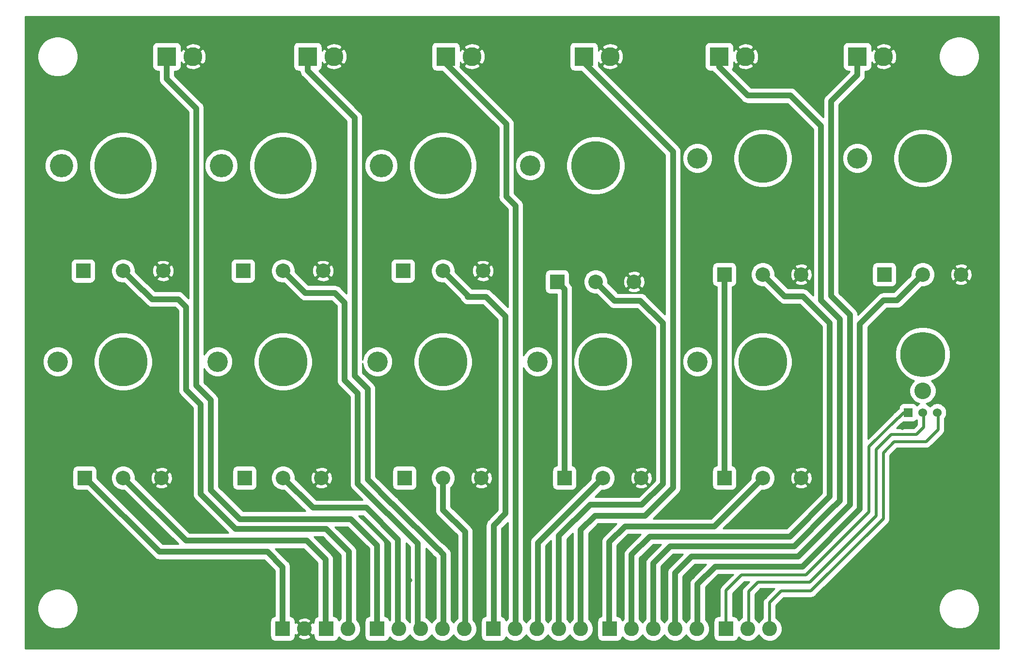
<source format=gbr>
%TF.GenerationSoftware,KiCad,Pcbnew,(5.1.6)-1*%
%TF.CreationDate,2020-07-18T16:30:58-07:00*%
%TF.ProjectId,BPEM488 Inputs,4250454d-3438-4382-9049-6e707574732e,rev?*%
%TF.SameCoordinates,Original*%
%TF.FileFunction,Copper,L1,Top*%
%TF.FilePolarity,Positive*%
%FSLAX46Y46*%
G04 Gerber Fmt 4.6, Leading zero omitted, Abs format (unit mm)*
G04 Created by KiCad (PCBNEW (5.1.6)-1) date 2020-07-18 16:30:58*
%MOMM*%
%LPD*%
G01*
G04 APERTURE LIST*
%TA.AperFunction,ComponentPad*%
%ADD10C,1.524000*%
%TD*%
%TA.AperFunction,ComponentPad*%
%ADD11R,1.524000X1.524000*%
%TD*%
%TA.AperFunction,ComponentPad*%
%ADD12C,2.921000*%
%TD*%
%TA.AperFunction,ComponentPad*%
%ADD13C,7.874000*%
%TD*%
%TA.AperFunction,ComponentPad*%
%ADD14C,8.509000*%
%TD*%
%TA.AperFunction,ComponentPad*%
%ADD15C,3.556000*%
%TD*%
%TA.AperFunction,ComponentPad*%
%ADD16R,2.540000X2.540000*%
%TD*%
%TA.AperFunction,ComponentPad*%
%ADD17C,2.540000*%
%TD*%
%TA.AperFunction,ComponentPad*%
%ADD18C,2.600000*%
%TD*%
%TA.AperFunction,ComponentPad*%
%ADD19R,2.600000X2.600000*%
%TD*%
%TA.AperFunction,ComponentPad*%
%ADD20C,10.033000*%
%TD*%
%TA.AperFunction,ComponentPad*%
%ADD21C,4.064000*%
%TD*%
%TA.AperFunction,ComponentPad*%
%ADD22C,3.302000*%
%TD*%
%TA.AperFunction,ComponentPad*%
%ADD23R,3.302000X3.302000*%
%TD*%
%TA.AperFunction,ViaPad*%
%ADD24C,0.800000*%
%TD*%
%TA.AperFunction,Conductor*%
%ADD25C,1.000000*%
%TD*%
%TA.AperFunction,Conductor*%
%ADD26C,0.500000*%
%TD*%
%TA.AperFunction,Conductor*%
%ADD27C,0.254000*%
%TD*%
G04 APERTURE END LIST*
D10*
%TO.P,SW7,B*%
%TO.N,/B*%
X204470000Y-107950000D03*
D11*
%TO.P,SW7,A*%
%TO.N,/A*%
X199390000Y-107950000D03*
D10*
%TO.P,SW7,C*%
%TO.N,/C*%
X201930000Y-107950000D03*
D12*
%TO.P,SW7,*%
%TO.N,*%
X201930000Y-104140000D03*
D13*
X201930000Y-97790000D03*
%TD*%
D14*
%TO.P,RV4,*%
%TO.N,*%
X144780000Y-64770000D03*
D15*
X133350000Y-64770000D03*
D16*
%TO.P,RV4,1*%
%TO.N,VDD*%
X138074400Y-85090000D03*
D17*
%TO.P,RV4,2*%
%TO.N,Net-(J4-Pad4)*%
X144780000Y-85090000D03*
%TO.P,RV4,3*%
%TO.N,GND*%
X151485600Y-85090000D03*
%TD*%
D18*
%TO.P,J1,2*%
%TO.N,GND*%
X93900000Y-145750000D03*
D19*
%TO.P,J1,1*%
%TO.N,VDD*%
X90090000Y-145750000D03*
%TD*%
%TO.P,J2,1*%
%TO.N,Net-(J2-Pad1)*%
X97710000Y-145750000D03*
D18*
%TO.P,J2,2*%
%TO.N,Net-(J2-Pad2)*%
X101520000Y-145750000D03*
%TD*%
%TO.P,J3,3*%
%TO.N,Net-(J3-Pad3)*%
X114220000Y-145750000D03*
%TO.P,J3,2*%
%TO.N,Net-(J3-Pad2)*%
X110410000Y-145750000D03*
%TO.P,J3,4*%
%TO.N,Net-(J3-Pad4)*%
X118030000Y-145750000D03*
%TO.P,J3,5*%
%TO.N,Net-(J3-Pad5)*%
X121840000Y-145750000D03*
D19*
%TO.P,J3,1*%
%TO.N,Net-(J3-Pad1)*%
X106600000Y-145750000D03*
%TD*%
%TO.P,J4,1*%
%TO.N,Net-(J4-Pad1)*%
X126920000Y-145750000D03*
D18*
%TO.P,J4,5*%
%TO.N,Net-(J4-Pad5)*%
X142160000Y-145750000D03*
%TO.P,J4,4*%
%TO.N,Net-(J4-Pad4)*%
X138350000Y-145750000D03*
%TO.P,J4,2*%
%TO.N,Net-(J4-Pad2)*%
X130730000Y-145750000D03*
%TO.P,J4,3*%
%TO.N,Net-(J4-Pad3)*%
X134540000Y-145750000D03*
%TD*%
%TO.P,J5,3*%
%TO.N,Net-(J5-Pad3)*%
X154860000Y-145750000D03*
%TO.P,J5,2*%
%TO.N,Net-(J5-Pad2)*%
X151050000Y-145750000D03*
%TO.P,J5,4*%
%TO.N,Net-(J5-Pad4)*%
X158670000Y-145750000D03*
%TO.P,J5,5*%
%TO.N,Net-(J5-Pad5)*%
X162480000Y-145750000D03*
D19*
%TO.P,J5,1*%
%TO.N,Net-(J5-Pad1)*%
X147240000Y-145750000D03*
%TD*%
D18*
%TO.P,J6,2*%
%TO.N,/C*%
X171370000Y-145750000D03*
D19*
%TO.P,J6,1*%
%TO.N,/A*%
X167560000Y-145750000D03*
D18*
%TO.P,J6,3*%
%TO.N,/B*%
X175180000Y-145750000D03*
%TD*%
D20*
%TO.P,RV1,*%
%TO.N,*%
X62230000Y-64770000D03*
D21*
X51435000Y-64770000D03*
D16*
%TO.P,RV1,1*%
%TO.N,Net-(RV1-Pad1)*%
X55245000Y-83185000D03*
D17*
%TO.P,RV1,2*%
%TO.N,Net-(J2-Pad2)*%
X62230000Y-83185000D03*
%TO.P,RV1,3*%
%TO.N,GND*%
X69215000Y-83185000D03*
%TD*%
%TO.P,RV2,3*%
%TO.N,GND*%
X97155000Y-83185000D03*
%TO.P,RV2,2*%
%TO.N,Net-(J3-Pad3)*%
X90170000Y-83185000D03*
D16*
%TO.P,RV2,1*%
%TO.N,Net-(RV2-Pad1)*%
X83185000Y-83185000D03*
D21*
%TO.P,RV2,*%
%TO.N,*%
X79375000Y-64770000D03*
D20*
X90170000Y-64770000D03*
%TD*%
%TO.P,RV3,*%
%TO.N,*%
X118110000Y-64770000D03*
D21*
X107315000Y-64770000D03*
D16*
%TO.P,RV3,1*%
%TO.N,Net-(RV3-Pad1)*%
X111125000Y-83185000D03*
D17*
%TO.P,RV3,2*%
%TO.N,Net-(J4-Pad1)*%
X118110000Y-83185000D03*
%TO.P,RV3,3*%
%TO.N,GND*%
X125095000Y-83185000D03*
%TD*%
%TO.P,RV5,3*%
%TO.N,GND*%
X180695600Y-83820000D03*
%TO.P,RV5,2*%
%TO.N,Net-(J5-Pad2)*%
X173990000Y-83820000D03*
D16*
%TO.P,RV5,1*%
%TO.N,VDD*%
X167284400Y-83820000D03*
D15*
%TO.P,RV5,*%
%TO.N,*%
X162560000Y-63500000D03*
D14*
X173990000Y-63500000D03*
%TD*%
%TO.P,RV6,*%
%TO.N,*%
X62230000Y-99060000D03*
D15*
X50800000Y-99060000D03*
D16*
%TO.P,RV6,1*%
%TO.N,VDD*%
X55524400Y-119380000D03*
D17*
%TO.P,RV6,2*%
%TO.N,Net-(J2-Pad1)*%
X62230000Y-119380000D03*
%TO.P,RV6,3*%
%TO.N,GND*%
X68935600Y-119380000D03*
%TD*%
%TO.P,RV7,3*%
%TO.N,GND*%
X96875600Y-119380000D03*
%TO.P,RV7,2*%
%TO.N,Net-(J3-Pad2)*%
X90170000Y-119380000D03*
D16*
%TO.P,RV7,1*%
%TO.N,VDD*%
X83464400Y-119380000D03*
D15*
%TO.P,RV7,*%
%TO.N,*%
X78740000Y-99060000D03*
D14*
X90170000Y-99060000D03*
%TD*%
%TO.P,RV8,*%
%TO.N,*%
X118110000Y-99060000D03*
D15*
X106680000Y-99060000D03*
D16*
%TO.P,RV8,1*%
%TO.N,VDD*%
X111404400Y-119380000D03*
D17*
%TO.P,RV8,2*%
%TO.N,Net-(J3-Pad5)*%
X118110000Y-119380000D03*
%TO.P,RV8,3*%
%TO.N,GND*%
X124815600Y-119380000D03*
%TD*%
%TO.P,RV9,3*%
%TO.N,GND*%
X152755600Y-119380000D03*
%TO.P,RV9,2*%
%TO.N,Net-(J4-Pad3)*%
X146050000Y-119380000D03*
D16*
%TO.P,RV9,1*%
%TO.N,VDD*%
X139344400Y-119380000D03*
D15*
%TO.P,RV9,*%
%TO.N,*%
X134620000Y-99060000D03*
D14*
X146050000Y-99060000D03*
%TD*%
%TO.P,RV10,*%
%TO.N,*%
X173990000Y-99060000D03*
D15*
X162560000Y-99060000D03*
D16*
%TO.P,RV10,1*%
%TO.N,VDD*%
X167284400Y-119380000D03*
D17*
%TO.P,RV10,2*%
%TO.N,Net-(J5-Pad1)*%
X173990000Y-119380000D03*
%TO.P,RV10,3*%
%TO.N,GND*%
X180695600Y-119380000D03*
%TD*%
%TO.P,RV11,3*%
%TO.N,GND*%
X208635600Y-83820000D03*
%TO.P,RV11,2*%
%TO.N,Net-(J5-Pad5)*%
X201930000Y-83820000D03*
D16*
%TO.P,RV11,1*%
%TO.N,VDD*%
X195224400Y-83820000D03*
D15*
%TO.P,RV11,*%
%TO.N,*%
X190500000Y-63500000D03*
D14*
X201930000Y-63500000D03*
%TD*%
D22*
%TO.P,SW1,2*%
%TO.N,GND*%
X74447400Y-45720000D03*
D23*
%TO.P,SW1,1*%
%TO.N,Net-(J3-Pad1)*%
X69850000Y-45720000D03*
%TD*%
%TO.P,SW2,1*%
%TO.N,Net-(J3-Pad4)*%
X94462600Y-45720000D03*
D22*
%TO.P,SW2,2*%
%TO.N,GND*%
X99060000Y-45720000D03*
%TD*%
%TO.P,SW3,2*%
%TO.N,GND*%
X123190000Y-45720000D03*
D23*
%TO.P,SW3,1*%
%TO.N,Net-(J4-Pad2)*%
X118592600Y-45720000D03*
%TD*%
%TO.P,SW4,1*%
%TO.N,Net-(J4-Pad5)*%
X142722600Y-45720000D03*
D22*
%TO.P,SW4,2*%
%TO.N,GND*%
X147320000Y-45720000D03*
%TD*%
%TO.P,SW5,2*%
%TO.N,GND*%
X170967400Y-45720000D03*
D23*
%TO.P,SW5,1*%
%TO.N,Net-(J5-Pad3)*%
X166370000Y-45720000D03*
%TD*%
%TO.P,SW6,1*%
%TO.N,Net-(J5-Pad4)*%
X190500000Y-45720000D03*
D22*
%TO.P,SW6,2*%
%TO.N,GND*%
X195097400Y-45720000D03*
%TD*%
D24*
%TO.N,GND*%
X99540000Y-137230000D03*
X108420000Y-137230000D03*
X112320000Y-137320000D03*
X116320000Y-137230000D03*
X129020000Y-137050000D03*
X136750000Y-137230000D03*
X140300000Y-137140000D03*
X149180000Y-137320000D03*
X153090000Y-137410000D03*
X156820000Y-137590000D03*
X160900000Y-138470000D03*
X169520000Y-139980000D03*
X173600000Y-140610000D03*
X198380000Y-110590000D03*
%TD*%
D25*
%TO.N,VDD*%
X167284400Y-83820000D02*
X167284400Y-119380000D01*
X139344400Y-86360000D02*
X138074400Y-85090000D01*
X139344400Y-119380000D02*
X139344400Y-86360000D01*
X55524400Y-119380000D02*
X55660000Y-119380000D01*
X55660000Y-119380000D02*
X68600000Y-132320000D01*
X68600000Y-132320000D02*
X87430000Y-132320000D01*
X90090000Y-134980000D02*
X90090000Y-145750000D01*
X87430000Y-132320000D02*
X90090000Y-134980000D01*
%TO.N,Net-(J2-Pad1)*%
X97590000Y-145630000D02*
X97710000Y-145750000D01*
X97590000Y-133670000D02*
X97590000Y-145630000D01*
X62230000Y-119380000D02*
X73220000Y-130370000D01*
X94290000Y-130370000D02*
X97590000Y-133670000D01*
X73220000Y-130370000D02*
X94290000Y-130370000D01*
%TO.N,Net-(J2-Pad2)*%
X101650000Y-145620000D02*
X101520000Y-145750000D01*
X65740000Y-86600000D02*
X67270000Y-88130000D01*
X101650000Y-132280000D02*
X101650000Y-145620000D01*
X67270000Y-88130000D02*
X71840000Y-88130000D01*
X62230000Y-83185000D02*
X65645000Y-86600000D01*
X75789990Y-122214877D02*
X81895123Y-128320010D01*
X71840000Y-88130000D02*
X73259990Y-89549990D01*
X81895123Y-128320010D02*
X97690010Y-128320010D01*
X73259990Y-89549990D02*
X73259990Y-103994877D01*
X65645000Y-86600000D02*
X65740000Y-86600000D01*
X73259990Y-103994877D02*
X75789990Y-106524877D01*
X75789990Y-106524877D02*
X75789990Y-122214877D01*
X97690010Y-128320010D02*
X101650000Y-132280000D01*
%TO.N,Net-(J3-Pad3)*%
X113739980Y-145269980D02*
X114220000Y-145750000D01*
X113739980Y-130880000D02*
X113739980Y-145269980D01*
X108405123Y-125630010D02*
X108489990Y-125630010D01*
X108489990Y-125630010D02*
X113739980Y-130880000D01*
X103199990Y-120424877D02*
X108405123Y-125630010D01*
X103199990Y-104594876D02*
X103199990Y-120424877D01*
X100909990Y-102304876D02*
X103199990Y-104594876D01*
X90170000Y-83185000D02*
X94035000Y-87050000D01*
X99230000Y-87050000D02*
X100909990Y-88729990D01*
X94035000Y-87050000D02*
X99230000Y-87050000D01*
X100909990Y-88729990D02*
X100909990Y-102304876D01*
%TO.N,Net-(J3-Pad2)*%
X110270000Y-145610000D02*
X110410000Y-145750000D01*
X104690000Y-124610000D02*
X110270000Y-130190000D01*
X90170000Y-119380000D02*
X95400000Y-124610000D01*
X110270000Y-130190000D02*
X110270000Y-145610000D01*
X95400000Y-124610000D02*
X104690000Y-124610000D01*
%TO.N,Net-(J3-Pad4)*%
X118190000Y-145590000D02*
X118030000Y-145750000D01*
X102660000Y-101580000D02*
X104950000Y-103870000D01*
X102660000Y-56410000D02*
X102660000Y-101580000D01*
X94462600Y-45720000D02*
X94462600Y-48212600D01*
X104950000Y-103870000D02*
X104950000Y-119700000D01*
X94462600Y-48212600D02*
X102660000Y-56410000D01*
X104950000Y-119700000D02*
X109130000Y-123880000D01*
X109130000Y-123880000D02*
X109214867Y-123880000D01*
X109214867Y-123880000D02*
X117224867Y-131890000D01*
X117224867Y-131890000D02*
X117320000Y-131890000D01*
X117320000Y-131890000D02*
X118190000Y-132760000D01*
X118190000Y-132760000D02*
X118190000Y-145590000D01*
%TO.N,Net-(J3-Pad5)*%
X121990000Y-145600000D02*
X121840000Y-145750000D01*
X121990000Y-128850000D02*
X121990000Y-145600000D01*
X118110000Y-119380000D02*
X118110000Y-124970000D01*
X118110000Y-124970000D02*
X121990000Y-128850000D01*
%TO.N,Net-(J3-Pad1)*%
X69850000Y-45720000D02*
X69850000Y-49640000D01*
X69850000Y-49640000D02*
X75010000Y-54800000D01*
X75010000Y-54800000D02*
X75010000Y-103270000D01*
X75010000Y-103270000D02*
X77540000Y-105800000D01*
X77540000Y-105800000D02*
X77540000Y-121490000D01*
X77540000Y-121490000D02*
X82620000Y-126570000D01*
X82620000Y-126570000D02*
X102030000Y-126570000D01*
X102030000Y-126570000D02*
X106600000Y-131140000D01*
X106600000Y-131140000D02*
X106600000Y-134940000D01*
X106600000Y-134940000D02*
X106600000Y-145750000D01*
%TO.N,Net-(J4-Pad1)*%
X122460000Y-87535000D02*
X122460000Y-87710000D01*
X129059990Y-125600010D02*
X126970000Y-127690000D01*
X118110000Y-83185000D02*
X122460000Y-87535000D01*
X126970000Y-127690000D02*
X126970000Y-145700000D01*
X122460000Y-87710000D02*
X125630000Y-87710000D01*
X126970000Y-145700000D02*
X126920000Y-145750000D01*
X125630000Y-87710000D02*
X129059990Y-91139990D01*
X129059990Y-91139990D02*
X129059990Y-125600010D01*
%TO.N,Net-(J4-Pad5)*%
X142190000Y-128500000D02*
X142190000Y-145720000D01*
X144660000Y-126030000D02*
X142190000Y-128500000D01*
X142722600Y-46782600D02*
X158300000Y-62360000D01*
X158300000Y-62360000D02*
X158300000Y-121104886D01*
X142190000Y-145720000D02*
X142160000Y-145750000D01*
X153374886Y-126030000D02*
X144660000Y-126030000D01*
X142722600Y-45720000D02*
X142722600Y-46782600D01*
X158300000Y-121104886D02*
X153374886Y-126030000D01*
%TO.N,Net-(J4-Pad4)*%
X138380000Y-129524886D02*
X138380000Y-145720000D01*
X143824886Y-124080000D02*
X138380000Y-129524886D01*
X152850000Y-124080000D02*
X143824886Y-124080000D01*
X144780000Y-85090000D02*
X148120000Y-88430000D01*
X156530000Y-120400000D02*
X152850000Y-124080000D01*
X148120000Y-88430000D02*
X152600000Y-88430000D01*
X152600000Y-88430000D02*
X156530000Y-92360000D01*
X138380000Y-145720000D02*
X138350000Y-145750000D01*
X156530000Y-92360000D02*
X156530000Y-120400000D01*
%TO.N,Net-(J4-Pad2)*%
X130810000Y-145670000D02*
X130730000Y-145750000D01*
X118592600Y-46972600D02*
X129180000Y-57560000D01*
X130810000Y-71820000D02*
X130810000Y-145670000D01*
X118592600Y-45720000D02*
X118592600Y-46972600D01*
X129180000Y-57560000D02*
X129180000Y-70190000D01*
X129180000Y-70190000D02*
X130810000Y-71820000D01*
%TO.N,Net-(J4-Pad3)*%
X134710000Y-145580000D02*
X134540000Y-145750000D01*
X146050000Y-119380000D02*
X134710000Y-130720000D01*
X134710000Y-130720000D02*
X134710000Y-145580000D01*
%TO.N,Net-(J5-Pad3)*%
X154870000Y-145740000D02*
X154860000Y-145750000D01*
X154870000Y-134280000D02*
X154870000Y-145740000D01*
X171360000Y-52550000D02*
X178850000Y-52550000D01*
X166370000Y-45720000D02*
X166370000Y-47560000D01*
X184170000Y-88335114D02*
X187450010Y-91615123D01*
X187450010Y-91615123D02*
X187450010Y-123374877D01*
X166370000Y-47560000D02*
X171360000Y-52550000D01*
X157779980Y-131370020D02*
X154870000Y-134280000D01*
X178850000Y-52550000D02*
X184170000Y-57870000D01*
X187450010Y-123374877D02*
X185704886Y-125120000D01*
X185704886Y-125120000D02*
X179454867Y-131370020D01*
X184170000Y-57870000D02*
X184170000Y-88335114D01*
X179454867Y-131370020D02*
X157779980Y-131370020D01*
%TO.N,Net-(J5-Pad2)*%
X151060000Y-145740000D02*
X151050000Y-145750000D01*
X154249990Y-129620010D02*
X151060000Y-132810000D01*
X178729990Y-129620010D02*
X154249990Y-129620010D01*
X173990000Y-83820000D02*
X177810000Y-87640000D01*
X177810000Y-87640000D02*
X181000000Y-87640000D01*
X181000000Y-87640000D02*
X185700000Y-92340000D01*
X151060000Y-132810000D02*
X151060000Y-145740000D01*
X185700000Y-92340000D02*
X185700000Y-122650000D01*
X185700000Y-122650000D02*
X178729990Y-129620010D01*
%TO.N,Net-(J5-Pad4)*%
X190500000Y-45720000D02*
X190500000Y-48960000D01*
X190500000Y-48960000D02*
X185920010Y-53539990D01*
X185920010Y-87610236D02*
X189200020Y-90890246D01*
X185920010Y-53539990D02*
X185920010Y-87610236D01*
X189200020Y-124099754D02*
X180179744Y-133120030D01*
X189200020Y-90890246D02*
X189200020Y-124099754D01*
X180179744Y-133120030D02*
X161569970Y-133120030D01*
X161569970Y-133120030D02*
X158670000Y-136020000D01*
X158670000Y-136020000D02*
X158670000Y-138810000D01*
X158670000Y-138810000D02*
X158670000Y-145750000D01*
%TO.N,Net-(J5-Pad5)*%
X180904621Y-134870040D02*
X165649960Y-134870040D01*
X165649960Y-134870040D02*
X162600000Y-137920000D01*
X195090000Y-88310000D02*
X190950030Y-92449970D01*
X201930000Y-83820000D02*
X197440000Y-88310000D01*
X162600000Y-145630000D02*
X162480000Y-145750000D01*
X190950030Y-92449970D02*
X190950030Y-124824631D01*
X162600000Y-137920000D02*
X162600000Y-145630000D01*
X197440000Y-88310000D02*
X195090000Y-88310000D01*
X190950030Y-124824631D02*
X180904621Y-134870040D01*
%TO.N,Net-(J5-Pad1)*%
X147150000Y-145660000D02*
X147240000Y-145750000D01*
X147150000Y-130630000D02*
X147150000Y-145660000D01*
X149910000Y-127870000D02*
X147150000Y-130630000D01*
X173990000Y-119380000D02*
X165500000Y-127870000D01*
X165500000Y-127870000D02*
X149910000Y-127870000D01*
D26*
%TO.N,/C*%
X171500000Y-139250000D02*
X171500000Y-145620000D01*
X193790010Y-126009990D02*
X182179940Y-137620060D01*
X182179940Y-137620060D02*
X173129940Y-137620060D01*
X196437820Y-111810000D02*
X193790010Y-114457810D01*
X202060000Y-110550000D02*
X200800000Y-111810000D01*
X173129940Y-137620060D02*
X171500000Y-139250000D01*
X200800000Y-111810000D02*
X196437820Y-111810000D01*
X171500000Y-145620000D02*
X171370000Y-145750000D01*
X193790010Y-114457810D02*
X193790010Y-126009990D01*
X202060000Y-108080000D02*
X201930000Y-107950000D01*
X202060000Y-110550000D02*
X202060000Y-108080000D01*
%TO.N,/A*%
X167590000Y-139070000D02*
X167590000Y-145720000D01*
X170289950Y-136370050D02*
X167590000Y-139070000D01*
X197600040Y-108880000D02*
X192540000Y-113940040D01*
X167590000Y-145720000D02*
X167560000Y-145750000D01*
X192540000Y-113940040D02*
X192540000Y-125355995D01*
X192540000Y-125355995D02*
X181525945Y-136370050D01*
X181525945Y-136370050D02*
X170289950Y-136370050D01*
X197600040Y-108880000D02*
X197660000Y-108880000D01*
X198590000Y-107950000D02*
X199390000Y-107950000D01*
X197660000Y-108880000D02*
X198590000Y-107950000D01*
%TO.N,/B*%
X175140000Y-141210000D02*
X175140000Y-145710000D01*
X182407781Y-139160000D02*
X177190000Y-139160000D01*
X195040020Y-126527761D02*
X182407781Y-139160000D01*
X204600000Y-110940000D02*
X202479990Y-113060010D01*
X196969990Y-113060010D02*
X195040020Y-114989980D01*
X177190000Y-139160000D02*
X175140000Y-141210000D01*
X202479990Y-113060010D02*
X196969990Y-113060010D01*
X175140000Y-145710000D02*
X175180000Y-145750000D01*
X195040020Y-114989980D02*
X195040020Y-126527761D01*
X204600000Y-108080000D02*
X204470000Y-107950000D01*
X204600000Y-110940000D02*
X204600000Y-108080000D01*
%TD*%
D27*
%TO.N,GND*%
G36*
X215240001Y-149200000D02*
G01*
X45110000Y-149200000D01*
X45110000Y-141892621D01*
X47273000Y-141892621D01*
X47273000Y-142587379D01*
X47408540Y-143268788D01*
X47674413Y-143910661D01*
X48060400Y-144488332D01*
X48551668Y-144979600D01*
X49129339Y-145365587D01*
X49771212Y-145631460D01*
X50452621Y-145767000D01*
X51147379Y-145767000D01*
X51828788Y-145631460D01*
X52470661Y-145365587D01*
X53048332Y-144979600D01*
X53539600Y-144488332D01*
X53925587Y-143910661D01*
X54191460Y-143268788D01*
X54327000Y-142587379D01*
X54327000Y-141892621D01*
X54191460Y-141211212D01*
X53925587Y-140569339D01*
X53539600Y-139991668D01*
X53048332Y-139500400D01*
X52470661Y-139114413D01*
X51828788Y-138848540D01*
X51147379Y-138713000D01*
X50452621Y-138713000D01*
X49771212Y-138848540D01*
X49129339Y-139114413D01*
X48551668Y-139500400D01*
X48060400Y-139991668D01*
X47674413Y-140569339D01*
X47408540Y-141211212D01*
X47273000Y-141892621D01*
X45110000Y-141892621D01*
X45110000Y-118110000D01*
X53373157Y-118110000D01*
X53373157Y-120650000D01*
X53390090Y-120821922D01*
X53440238Y-120987237D01*
X53521673Y-121139592D01*
X53631267Y-121273133D01*
X53764808Y-121382727D01*
X53917163Y-121464162D01*
X54082478Y-121514310D01*
X54254400Y-121531243D01*
X55863872Y-121531243D01*
X67578483Y-133245855D01*
X67621603Y-133298397D01*
X67831279Y-133470473D01*
X68070495Y-133598337D01*
X68330061Y-133677075D01*
X68532360Y-133697000D01*
X68532370Y-133697000D01*
X68599999Y-133703661D01*
X68667629Y-133697000D01*
X86859629Y-133697000D01*
X88713000Y-135550372D01*
X88713001Y-143576341D01*
X88618078Y-143585690D01*
X88452763Y-143635838D01*
X88300408Y-143717273D01*
X88166867Y-143826867D01*
X88057273Y-143960408D01*
X87975838Y-144112763D01*
X87925690Y-144278078D01*
X87908757Y-144450000D01*
X87908757Y-147050000D01*
X87925690Y-147221922D01*
X87975838Y-147387237D01*
X88057273Y-147539592D01*
X88166867Y-147673133D01*
X88300408Y-147782727D01*
X88452763Y-147864162D01*
X88618078Y-147914310D01*
X88790000Y-147931243D01*
X91390000Y-147931243D01*
X91561922Y-147914310D01*
X91727237Y-147864162D01*
X91879592Y-147782727D01*
X92013133Y-147673133D01*
X92122727Y-147539592D01*
X92204162Y-147387237D01*
X92254310Y-147221922D01*
X92266394Y-147099224D01*
X92730381Y-147099224D01*
X92862317Y-147394312D01*
X93203045Y-147565159D01*
X93570557Y-147666250D01*
X93950729Y-147693701D01*
X94328951Y-147646457D01*
X94690690Y-147526333D01*
X94937683Y-147394312D01*
X95069619Y-147099224D01*
X93900000Y-145929605D01*
X92730381Y-147099224D01*
X92266394Y-147099224D01*
X92271243Y-147050000D01*
X92271243Y-146794638D01*
X92550776Y-146919619D01*
X93720395Y-145750000D01*
X92550776Y-144580381D01*
X92271243Y-144705362D01*
X92271243Y-144450000D01*
X92266395Y-144400776D01*
X92730381Y-144400776D01*
X93900000Y-145570395D01*
X95069619Y-144400776D01*
X94937683Y-144105688D01*
X94596955Y-143934841D01*
X94229443Y-143833750D01*
X93849271Y-143806299D01*
X93471049Y-143853543D01*
X93109310Y-143973667D01*
X92862317Y-144105688D01*
X92730381Y-144400776D01*
X92266395Y-144400776D01*
X92254310Y-144278078D01*
X92204162Y-144112763D01*
X92122727Y-143960408D01*
X92013133Y-143826867D01*
X91879592Y-143717273D01*
X91727237Y-143635838D01*
X91561922Y-143585690D01*
X91467000Y-143576341D01*
X91467000Y-135047639D01*
X91473662Y-134979999D01*
X91447075Y-134710060D01*
X91368337Y-134450495D01*
X91340474Y-134398367D01*
X91240473Y-134211279D01*
X91068396Y-134001603D01*
X91015860Y-133958488D01*
X88804371Y-131747000D01*
X93719629Y-131747000D01*
X96213000Y-134240372D01*
X96213001Y-143593297D01*
X96072763Y-143635838D01*
X95920408Y-143717273D01*
X95786867Y-143826867D01*
X95677273Y-143960408D01*
X95595838Y-144112763D01*
X95545690Y-144278078D01*
X95528757Y-144450000D01*
X95528757Y-144705362D01*
X95249224Y-144580381D01*
X94079605Y-145750000D01*
X95249224Y-146919619D01*
X95528757Y-146794638D01*
X95528757Y-147050000D01*
X95545690Y-147221922D01*
X95595838Y-147387237D01*
X95677273Y-147539592D01*
X95786867Y-147673133D01*
X95920408Y-147782727D01*
X96072763Y-147864162D01*
X96238078Y-147914310D01*
X96410000Y-147931243D01*
X99010000Y-147931243D01*
X99181922Y-147914310D01*
X99347237Y-147864162D01*
X99499592Y-147782727D01*
X99633133Y-147673133D01*
X99742727Y-147539592D01*
X99824162Y-147387237D01*
X99874310Y-147221922D01*
X99877795Y-147186539D01*
X100132243Y-147440987D01*
X100488804Y-147679233D01*
X100884992Y-147843340D01*
X101305584Y-147927000D01*
X101734416Y-147927000D01*
X102155008Y-147843340D01*
X102551196Y-147679233D01*
X102907757Y-147440987D01*
X103210987Y-147137757D01*
X103449233Y-146781196D01*
X103613340Y-146385008D01*
X103697000Y-145964416D01*
X103697000Y-145535584D01*
X103613340Y-145114992D01*
X103449233Y-144718804D01*
X103210987Y-144362243D01*
X103027000Y-144178256D01*
X103027000Y-132347640D01*
X103033662Y-132280000D01*
X103007075Y-132010060D01*
X102937430Y-131780472D01*
X102928337Y-131750495D01*
X102800473Y-131511279D01*
X102730764Y-131426338D01*
X102671515Y-131354142D01*
X102671508Y-131354135D01*
X102628396Y-131301603D01*
X102575865Y-131258492D01*
X99264371Y-127947000D01*
X101459629Y-127947000D01*
X105223000Y-131710372D01*
X105223001Y-134872351D01*
X105223000Y-134872361D01*
X105223001Y-143576341D01*
X105128078Y-143585690D01*
X104962763Y-143635838D01*
X104810408Y-143717273D01*
X104676867Y-143826867D01*
X104567273Y-143960408D01*
X104485838Y-144112763D01*
X104435690Y-144278078D01*
X104418757Y-144450000D01*
X104418757Y-147050000D01*
X104435690Y-147221922D01*
X104485838Y-147387237D01*
X104567273Y-147539592D01*
X104676867Y-147673133D01*
X104810408Y-147782727D01*
X104962763Y-147864162D01*
X105128078Y-147914310D01*
X105300000Y-147931243D01*
X107900000Y-147931243D01*
X108071922Y-147914310D01*
X108237237Y-147864162D01*
X108389592Y-147782727D01*
X108523133Y-147673133D01*
X108632727Y-147539592D01*
X108714162Y-147387237D01*
X108764310Y-147221922D01*
X108767795Y-147186539D01*
X109022243Y-147440987D01*
X109378804Y-147679233D01*
X109774992Y-147843340D01*
X110195584Y-147927000D01*
X110624416Y-147927000D01*
X111045008Y-147843340D01*
X111441196Y-147679233D01*
X111797757Y-147440987D01*
X112100987Y-147137757D01*
X112315000Y-146817463D01*
X112529013Y-147137757D01*
X112832243Y-147440987D01*
X113188804Y-147679233D01*
X113584992Y-147843340D01*
X114005584Y-147927000D01*
X114434416Y-147927000D01*
X114855008Y-147843340D01*
X115251196Y-147679233D01*
X115607757Y-147440987D01*
X115910987Y-147137757D01*
X116125000Y-146817463D01*
X116339013Y-147137757D01*
X116642243Y-147440987D01*
X116998804Y-147679233D01*
X117394992Y-147843340D01*
X117815584Y-147927000D01*
X118244416Y-147927000D01*
X118665008Y-147843340D01*
X119061196Y-147679233D01*
X119417757Y-147440987D01*
X119720987Y-147137757D01*
X119935000Y-146817463D01*
X120149013Y-147137757D01*
X120452243Y-147440987D01*
X120808804Y-147679233D01*
X121204992Y-147843340D01*
X121625584Y-147927000D01*
X122054416Y-147927000D01*
X122475008Y-147843340D01*
X122871196Y-147679233D01*
X123227757Y-147440987D01*
X123530987Y-147137757D01*
X123769233Y-146781196D01*
X123933340Y-146385008D01*
X124017000Y-145964416D01*
X124017000Y-145535584D01*
X123933340Y-145114992D01*
X123769233Y-144718804D01*
X123530987Y-144362243D01*
X123367000Y-144198256D01*
X123367000Y-128917640D01*
X123373662Y-128850000D01*
X123347075Y-128580060D01*
X123268337Y-128320496D01*
X123268337Y-128320495D01*
X123140473Y-128081279D01*
X123040892Y-127959939D01*
X123011515Y-127924142D01*
X123011508Y-127924135D01*
X122968396Y-127871603D01*
X122915865Y-127828492D01*
X119487000Y-124399629D01*
X119487000Y-121039315D01*
X119777683Y-120748632D01*
X119804931Y-120707852D01*
X123667353Y-120707852D01*
X123795676Y-120999871D01*
X124131295Y-121167723D01*
X124493211Y-121266874D01*
X124867516Y-121293514D01*
X125239827Y-121246618D01*
X125595835Y-121127988D01*
X125835524Y-120999871D01*
X125963847Y-120707852D01*
X124815600Y-119559605D01*
X123667353Y-120707852D01*
X119804931Y-120707852D01*
X120012646Y-120396986D01*
X120174492Y-120006257D01*
X120257000Y-119591461D01*
X120257000Y-119431916D01*
X122902086Y-119431916D01*
X122948982Y-119804227D01*
X123067612Y-120160235D01*
X123195729Y-120399924D01*
X123487748Y-120528247D01*
X124635995Y-119380000D01*
X124995205Y-119380000D01*
X126143452Y-120528247D01*
X126435471Y-120399924D01*
X126603323Y-120064305D01*
X126702474Y-119702389D01*
X126729114Y-119328084D01*
X126682218Y-118955773D01*
X126563588Y-118599765D01*
X126435471Y-118360076D01*
X126143452Y-118231753D01*
X124995205Y-119380000D01*
X124635995Y-119380000D01*
X123487748Y-118231753D01*
X123195729Y-118360076D01*
X123027877Y-118695695D01*
X122928726Y-119057611D01*
X122902086Y-119431916D01*
X120257000Y-119431916D01*
X120257000Y-119168539D01*
X120174492Y-118753743D01*
X120012646Y-118363014D01*
X119804932Y-118052148D01*
X123667353Y-118052148D01*
X124815600Y-119200395D01*
X125963847Y-118052148D01*
X125835524Y-117760129D01*
X125499905Y-117592277D01*
X125137989Y-117493126D01*
X124763684Y-117466486D01*
X124391373Y-117513382D01*
X124035365Y-117632012D01*
X123795676Y-117760129D01*
X123667353Y-118052148D01*
X119804932Y-118052148D01*
X119777683Y-118011368D01*
X119478632Y-117712317D01*
X119126986Y-117477354D01*
X118736257Y-117315508D01*
X118321461Y-117233000D01*
X117898539Y-117233000D01*
X117483743Y-117315508D01*
X117093014Y-117477354D01*
X116741368Y-117712317D01*
X116442317Y-118011368D01*
X116207354Y-118363014D01*
X116045508Y-118753743D01*
X115963000Y-119168539D01*
X115963000Y-119591461D01*
X116045508Y-120006257D01*
X116207354Y-120396986D01*
X116442317Y-120748632D01*
X116733000Y-121039315D01*
X116733001Y-124902351D01*
X116726338Y-124970000D01*
X116752925Y-125239939D01*
X116831663Y-125499504D01*
X116902224Y-125631514D01*
X116959528Y-125738721D01*
X117131604Y-125948397D01*
X117184145Y-125991516D01*
X120613000Y-129420373D01*
X120613001Y-143951598D01*
X120452243Y-144059013D01*
X120149013Y-144362243D01*
X119935000Y-144682537D01*
X119720987Y-144362243D01*
X119567000Y-144208256D01*
X119567000Y-132827640D01*
X119573662Y-132760000D01*
X119547075Y-132490060D01*
X119468337Y-132230495D01*
X119430624Y-132159939D01*
X119340473Y-131991279D01*
X119168396Y-131781603D01*
X119115854Y-131738483D01*
X118341521Y-130964150D01*
X118298397Y-130911603D01*
X118088721Y-130739527D01*
X117944882Y-130662643D01*
X110236388Y-122954150D01*
X110193264Y-122901603D01*
X109983588Y-122729527D01*
X109861804Y-122664432D01*
X106327000Y-119129629D01*
X106327000Y-118110000D01*
X109253157Y-118110000D01*
X109253157Y-120650000D01*
X109270090Y-120821922D01*
X109320238Y-120987237D01*
X109401673Y-121139592D01*
X109511267Y-121273133D01*
X109644808Y-121382727D01*
X109797163Y-121464162D01*
X109962478Y-121514310D01*
X110134400Y-121531243D01*
X112674400Y-121531243D01*
X112846322Y-121514310D01*
X113011637Y-121464162D01*
X113163992Y-121382727D01*
X113297533Y-121273133D01*
X113407127Y-121139592D01*
X113488562Y-120987237D01*
X113538710Y-120821922D01*
X113555643Y-120650000D01*
X113555643Y-118110000D01*
X113538710Y-117938078D01*
X113488562Y-117772763D01*
X113407127Y-117620408D01*
X113297533Y-117486867D01*
X113163992Y-117377273D01*
X113011637Y-117295838D01*
X112846322Y-117245690D01*
X112674400Y-117228757D01*
X110134400Y-117228757D01*
X109962478Y-117245690D01*
X109797163Y-117295838D01*
X109644808Y-117377273D01*
X109511267Y-117486867D01*
X109401673Y-117620408D01*
X109320238Y-117772763D01*
X109270090Y-117938078D01*
X109253157Y-118110000D01*
X106327000Y-118110000D01*
X106327000Y-103937639D01*
X106333662Y-103869999D01*
X106307075Y-103600060D01*
X106228337Y-103340495D01*
X106197751Y-103283273D01*
X106100473Y-103101279D01*
X105995495Y-102973363D01*
X105971514Y-102944142D01*
X105971513Y-102944141D01*
X105928396Y-102891603D01*
X105875860Y-102848488D01*
X104037000Y-101009629D01*
X104037000Y-99381823D01*
X104127031Y-99834435D01*
X104327170Y-100317614D01*
X104617727Y-100752464D01*
X104987536Y-101122273D01*
X105422386Y-101412830D01*
X105905565Y-101612969D01*
X106418505Y-101715000D01*
X106941495Y-101715000D01*
X107454435Y-101612969D01*
X107937614Y-101412830D01*
X108372464Y-101122273D01*
X108742273Y-100752464D01*
X109032830Y-100317614D01*
X109232969Y-99834435D01*
X109335000Y-99321495D01*
X109335000Y-98798505D01*
X109286483Y-98554591D01*
X112978500Y-98554591D01*
X112978500Y-99565409D01*
X113175701Y-100556803D01*
X113562524Y-101490677D01*
X114124104Y-102331140D01*
X114838860Y-103045896D01*
X115679323Y-103607476D01*
X116613197Y-103994299D01*
X117604591Y-104191500D01*
X118615409Y-104191500D01*
X119606803Y-103994299D01*
X120540677Y-103607476D01*
X121381140Y-103045896D01*
X122095896Y-102331140D01*
X122657476Y-101490677D01*
X123044299Y-100556803D01*
X123241500Y-99565409D01*
X123241500Y-98554591D01*
X123044299Y-97563197D01*
X122657476Y-96629323D01*
X122095896Y-95788860D01*
X121381140Y-95074104D01*
X120540677Y-94512524D01*
X119606803Y-94125701D01*
X118615409Y-93928500D01*
X117604591Y-93928500D01*
X116613197Y-94125701D01*
X115679323Y-94512524D01*
X114838860Y-95074104D01*
X114124104Y-95788860D01*
X113562524Y-96629323D01*
X113175701Y-97563197D01*
X112978500Y-98554591D01*
X109286483Y-98554591D01*
X109232969Y-98285565D01*
X109032830Y-97802386D01*
X108742273Y-97367536D01*
X108372464Y-96997727D01*
X107937614Y-96707170D01*
X107454435Y-96507031D01*
X106941495Y-96405000D01*
X106418505Y-96405000D01*
X105905565Y-96507031D01*
X105422386Y-96707170D01*
X104987536Y-96997727D01*
X104617727Y-97367536D01*
X104327170Y-97802386D01*
X104127031Y-98285565D01*
X104037000Y-98738177D01*
X104037000Y-81915000D01*
X108973757Y-81915000D01*
X108973757Y-84455000D01*
X108990690Y-84626922D01*
X109040838Y-84792237D01*
X109122273Y-84944592D01*
X109231867Y-85078133D01*
X109365408Y-85187727D01*
X109517763Y-85269162D01*
X109683078Y-85319310D01*
X109855000Y-85336243D01*
X112395000Y-85336243D01*
X112566922Y-85319310D01*
X112732237Y-85269162D01*
X112884592Y-85187727D01*
X113018133Y-85078133D01*
X113127727Y-84944592D01*
X113209162Y-84792237D01*
X113259310Y-84626922D01*
X113276243Y-84455000D01*
X113276243Y-82973539D01*
X115963000Y-82973539D01*
X115963000Y-83396461D01*
X116045508Y-83811257D01*
X116207354Y-84201986D01*
X116442317Y-84553632D01*
X116741368Y-84852683D01*
X117093014Y-85087646D01*
X117483743Y-85249492D01*
X117898539Y-85332000D01*
X118309629Y-85332000D01*
X121166218Y-88188590D01*
X121181663Y-88239505D01*
X121309527Y-88478721D01*
X121481603Y-88688397D01*
X121691279Y-88860473D01*
X121930495Y-88988337D01*
X122190061Y-89067075D01*
X122392360Y-89087000D01*
X122392361Y-89087000D01*
X122460000Y-89093662D01*
X122527640Y-89087000D01*
X125059629Y-89087000D01*
X127682990Y-91710362D01*
X127682991Y-125029637D01*
X126044146Y-126668483D01*
X125991603Y-126711604D01*
X125819527Y-126921280D01*
X125723315Y-127101279D01*
X125691663Y-127160496D01*
X125612925Y-127420061D01*
X125586338Y-127690000D01*
X125593000Y-127757640D01*
X125593001Y-143571416D01*
X125448078Y-143585690D01*
X125282763Y-143635838D01*
X125130408Y-143717273D01*
X124996867Y-143826867D01*
X124887273Y-143960408D01*
X124805838Y-144112763D01*
X124755690Y-144278078D01*
X124738757Y-144450000D01*
X124738757Y-147050000D01*
X124755690Y-147221922D01*
X124805838Y-147387237D01*
X124887273Y-147539592D01*
X124996867Y-147673133D01*
X125130408Y-147782727D01*
X125282763Y-147864162D01*
X125448078Y-147914310D01*
X125620000Y-147931243D01*
X128220000Y-147931243D01*
X128391922Y-147914310D01*
X128557237Y-147864162D01*
X128709592Y-147782727D01*
X128843133Y-147673133D01*
X128952727Y-147539592D01*
X129034162Y-147387237D01*
X129084310Y-147221922D01*
X129087795Y-147186539D01*
X129342243Y-147440987D01*
X129698804Y-147679233D01*
X130094992Y-147843340D01*
X130515584Y-147927000D01*
X130944416Y-147927000D01*
X131365008Y-147843340D01*
X131761196Y-147679233D01*
X132117757Y-147440987D01*
X132420987Y-147137757D01*
X132635000Y-146817463D01*
X132849013Y-147137757D01*
X133152243Y-147440987D01*
X133508804Y-147679233D01*
X133904992Y-147843340D01*
X134325584Y-147927000D01*
X134754416Y-147927000D01*
X135175008Y-147843340D01*
X135571196Y-147679233D01*
X135927757Y-147440987D01*
X136230987Y-147137757D01*
X136445000Y-146817463D01*
X136659013Y-147137757D01*
X136962243Y-147440987D01*
X137318804Y-147679233D01*
X137714992Y-147843340D01*
X138135584Y-147927000D01*
X138564416Y-147927000D01*
X138985008Y-147843340D01*
X139381196Y-147679233D01*
X139737757Y-147440987D01*
X140040987Y-147137757D01*
X140255000Y-146817463D01*
X140469013Y-147137757D01*
X140772243Y-147440987D01*
X141128804Y-147679233D01*
X141524992Y-147843340D01*
X141945584Y-147927000D01*
X142374416Y-147927000D01*
X142795008Y-147843340D01*
X143191196Y-147679233D01*
X143547757Y-147440987D01*
X143850987Y-147137757D01*
X144089233Y-146781196D01*
X144253340Y-146385008D01*
X144337000Y-145964416D01*
X144337000Y-145535584D01*
X144253340Y-145114992D01*
X144089233Y-144718804D01*
X143850987Y-144362243D01*
X143567000Y-144078256D01*
X143567000Y-129070371D01*
X145230372Y-127407000D01*
X148425628Y-127407000D01*
X146224146Y-129608483D01*
X146171603Y-129651604D01*
X145999527Y-129861280D01*
X145925127Y-130000472D01*
X145871663Y-130100496D01*
X145792925Y-130360061D01*
X145766338Y-130630000D01*
X145773000Y-130697640D01*
X145773001Y-143585205D01*
X145768078Y-143585690D01*
X145602763Y-143635838D01*
X145450408Y-143717273D01*
X145316867Y-143826867D01*
X145207273Y-143960408D01*
X145125838Y-144112763D01*
X145075690Y-144278078D01*
X145058757Y-144450000D01*
X145058757Y-147050000D01*
X145075690Y-147221922D01*
X145125838Y-147387237D01*
X145207273Y-147539592D01*
X145316867Y-147673133D01*
X145450408Y-147782727D01*
X145602763Y-147864162D01*
X145768078Y-147914310D01*
X145940000Y-147931243D01*
X148540000Y-147931243D01*
X148711922Y-147914310D01*
X148877237Y-147864162D01*
X149029592Y-147782727D01*
X149163133Y-147673133D01*
X149272727Y-147539592D01*
X149354162Y-147387237D01*
X149404310Y-147221922D01*
X149407795Y-147186539D01*
X149662243Y-147440987D01*
X150018804Y-147679233D01*
X150414992Y-147843340D01*
X150835584Y-147927000D01*
X151264416Y-147927000D01*
X151685008Y-147843340D01*
X152081196Y-147679233D01*
X152437757Y-147440987D01*
X152740987Y-147137757D01*
X152955000Y-146817463D01*
X153169013Y-147137757D01*
X153472243Y-147440987D01*
X153828804Y-147679233D01*
X154224992Y-147843340D01*
X154645584Y-147927000D01*
X155074416Y-147927000D01*
X155495008Y-147843340D01*
X155891196Y-147679233D01*
X156247757Y-147440987D01*
X156550987Y-147137757D01*
X156765000Y-146817463D01*
X156979013Y-147137757D01*
X157282243Y-147440987D01*
X157638804Y-147679233D01*
X158034992Y-147843340D01*
X158455584Y-147927000D01*
X158884416Y-147927000D01*
X159305008Y-147843340D01*
X159701196Y-147679233D01*
X160057757Y-147440987D01*
X160360987Y-147137757D01*
X160575000Y-146817463D01*
X160789013Y-147137757D01*
X161092243Y-147440987D01*
X161448804Y-147679233D01*
X161844992Y-147843340D01*
X162265584Y-147927000D01*
X162694416Y-147927000D01*
X163115008Y-147843340D01*
X163511196Y-147679233D01*
X163867757Y-147440987D01*
X164170987Y-147137757D01*
X164409233Y-146781196D01*
X164573340Y-146385008D01*
X164657000Y-145964416D01*
X164657000Y-145535584D01*
X164573340Y-145114992D01*
X164409233Y-144718804D01*
X164170987Y-144362243D01*
X163977000Y-144168256D01*
X163977000Y-138490371D01*
X166220332Y-136247040D01*
X168819141Y-136247040D01*
X166832241Y-138233941D01*
X166789235Y-138269235D01*
X166648400Y-138440843D01*
X166543750Y-138636630D01*
X166479307Y-138849070D01*
X166463000Y-139014636D01*
X166463000Y-139014646D01*
X166457548Y-139070000D01*
X166463000Y-139125355D01*
X166463001Y-143568757D01*
X166260000Y-143568757D01*
X166088078Y-143585690D01*
X165922763Y-143635838D01*
X165770408Y-143717273D01*
X165636867Y-143826867D01*
X165527273Y-143960408D01*
X165445838Y-144112763D01*
X165395690Y-144278078D01*
X165378757Y-144450000D01*
X165378757Y-147050000D01*
X165395690Y-147221922D01*
X165445838Y-147387237D01*
X165527273Y-147539592D01*
X165636867Y-147673133D01*
X165770408Y-147782727D01*
X165922763Y-147864162D01*
X166088078Y-147914310D01*
X166260000Y-147931243D01*
X168860000Y-147931243D01*
X169031922Y-147914310D01*
X169197237Y-147864162D01*
X169349592Y-147782727D01*
X169483133Y-147673133D01*
X169592727Y-147539592D01*
X169674162Y-147387237D01*
X169724310Y-147221922D01*
X169727795Y-147186539D01*
X169982243Y-147440987D01*
X170338804Y-147679233D01*
X170734992Y-147843340D01*
X171155584Y-147927000D01*
X171584416Y-147927000D01*
X172005008Y-147843340D01*
X172401196Y-147679233D01*
X172757757Y-147440987D01*
X173060987Y-147137757D01*
X173275000Y-146817463D01*
X173489013Y-147137757D01*
X173792243Y-147440987D01*
X174148804Y-147679233D01*
X174544992Y-147843340D01*
X174965584Y-147927000D01*
X175394416Y-147927000D01*
X175815008Y-147843340D01*
X176211196Y-147679233D01*
X176567757Y-147440987D01*
X176870987Y-147137757D01*
X177109233Y-146781196D01*
X177273340Y-146385008D01*
X177357000Y-145964416D01*
X177357000Y-145535584D01*
X177273340Y-145114992D01*
X177109233Y-144718804D01*
X176870987Y-144362243D01*
X176567757Y-144059013D01*
X176267000Y-143858054D01*
X176267000Y-141892621D01*
X204753000Y-141892621D01*
X204753000Y-142587379D01*
X204888540Y-143268788D01*
X205154413Y-143910661D01*
X205540400Y-144488332D01*
X206031668Y-144979600D01*
X206609339Y-145365587D01*
X207251212Y-145631460D01*
X207932621Y-145767000D01*
X208627379Y-145767000D01*
X209308788Y-145631460D01*
X209950661Y-145365587D01*
X210528332Y-144979600D01*
X211019600Y-144488332D01*
X211405587Y-143910661D01*
X211671460Y-143268788D01*
X211807000Y-142587379D01*
X211807000Y-141892621D01*
X211671460Y-141211212D01*
X211405587Y-140569339D01*
X211019600Y-139991668D01*
X210528332Y-139500400D01*
X209950661Y-139114413D01*
X209308788Y-138848540D01*
X208627379Y-138713000D01*
X207932621Y-138713000D01*
X207251212Y-138848540D01*
X206609339Y-139114413D01*
X206031668Y-139500400D01*
X205540400Y-139991668D01*
X205154413Y-140569339D01*
X204888540Y-141211212D01*
X204753000Y-141892621D01*
X176267000Y-141892621D01*
X176267000Y-141676818D01*
X177656819Y-140287000D01*
X182352427Y-140287000D01*
X182407781Y-140292452D01*
X182463135Y-140287000D01*
X182463146Y-140287000D01*
X182628712Y-140270693D01*
X182841152Y-140206250D01*
X183036938Y-140101600D01*
X183208546Y-139960765D01*
X183243841Y-139917758D01*
X195797784Y-127363816D01*
X195840785Y-127328526D01*
X195876075Y-127285525D01*
X195876078Y-127285522D01*
X195981620Y-127156918D01*
X196086270Y-126961132D01*
X196150713Y-126748692D01*
X196153585Y-126719528D01*
X196167020Y-126583126D01*
X196167020Y-126583118D01*
X196172472Y-126527761D01*
X196167020Y-126472404D01*
X196167020Y-115456798D01*
X197436809Y-114187010D01*
X202424636Y-114187010D01*
X202479990Y-114192462D01*
X202535344Y-114187010D01*
X202535355Y-114187010D01*
X202700921Y-114170703D01*
X202913361Y-114106260D01*
X203109147Y-114001610D01*
X203280755Y-113860775D01*
X203316049Y-113817769D01*
X205357764Y-111776055D01*
X205400765Y-111740765D01*
X205436055Y-111697764D01*
X205436058Y-111697761D01*
X205541600Y-111569157D01*
X205646250Y-111373371D01*
X205710693Y-111160931D01*
X205721398Y-111052240D01*
X205727000Y-110995365D01*
X205727000Y-110995357D01*
X205732452Y-110940000D01*
X205727000Y-110884643D01*
X205727000Y-109010895D01*
X205743094Y-108994801D01*
X205922463Y-108726357D01*
X206046014Y-108428079D01*
X206109000Y-108111427D01*
X206109000Y-107788573D01*
X206046014Y-107471921D01*
X205922463Y-107173643D01*
X205743094Y-106905199D01*
X205514801Y-106676906D01*
X205246357Y-106497537D01*
X204948079Y-106373986D01*
X204631427Y-106311000D01*
X204308573Y-106311000D01*
X203991921Y-106373986D01*
X203693643Y-106497537D01*
X203425199Y-106676906D01*
X203200000Y-106902105D01*
X202974801Y-106676906D01*
X202706357Y-106497537D01*
X202496499Y-106410611D01*
X202611824Y-106387671D01*
X203037221Y-106211465D01*
X203420069Y-105955655D01*
X203745655Y-105630069D01*
X204001465Y-105247221D01*
X204177671Y-104821824D01*
X204267500Y-104370224D01*
X204267500Y-103909776D01*
X204177671Y-103458176D01*
X204001465Y-103032779D01*
X203745655Y-102649931D01*
X203461848Y-102366124D01*
X204210284Y-102056112D01*
X204998746Y-101529278D01*
X205669278Y-100858746D01*
X206196112Y-100070284D01*
X206559001Y-99194192D01*
X206744000Y-98264138D01*
X206744000Y-97315862D01*
X206559001Y-96385808D01*
X206196112Y-95509716D01*
X205669278Y-94721254D01*
X204998746Y-94050722D01*
X204210284Y-93523888D01*
X203334192Y-93160999D01*
X202404138Y-92976000D01*
X201455862Y-92976000D01*
X200525808Y-93160999D01*
X199649716Y-93523888D01*
X198861254Y-94050722D01*
X198190722Y-94721254D01*
X197663888Y-95509716D01*
X197300999Y-96385808D01*
X197116000Y-97315862D01*
X197116000Y-98264138D01*
X197300999Y-99194192D01*
X197663888Y-100070284D01*
X198190722Y-100858746D01*
X198861254Y-101529278D01*
X199649716Y-102056112D01*
X200398152Y-102366124D01*
X200114345Y-102649931D01*
X199858535Y-103032779D01*
X199682329Y-103458176D01*
X199592500Y-103909776D01*
X199592500Y-104370224D01*
X199682329Y-104821824D01*
X199858535Y-105247221D01*
X200114345Y-105630069D01*
X200439931Y-105955655D01*
X200822779Y-106211465D01*
X201248176Y-106387671D01*
X201363501Y-106410611D01*
X201153643Y-106497537D01*
X200885199Y-106676906D01*
X200875248Y-106686857D01*
X200775133Y-106564867D01*
X200641592Y-106455273D01*
X200489237Y-106373838D01*
X200323922Y-106323690D01*
X200152000Y-106306757D01*
X198628000Y-106306757D01*
X198456078Y-106323690D01*
X198290763Y-106373838D01*
X198138408Y-106455273D01*
X198004867Y-106564867D01*
X197895273Y-106698408D01*
X197813838Y-106850763D01*
X197763690Y-107016078D01*
X197746757Y-107188000D01*
X197746757Y-107199424D01*
X197050152Y-107896030D01*
X197026749Y-107908539D01*
X196970883Y-107938400D01*
X196842279Y-108043942D01*
X196842276Y-108043945D01*
X196799275Y-108079235D01*
X196763985Y-108122236D01*
X192327030Y-112559192D01*
X192327030Y-93020341D01*
X195660372Y-89687000D01*
X197372360Y-89687000D01*
X197440000Y-89693662D01*
X197709939Y-89667075D01*
X197969505Y-89588337D01*
X198208721Y-89460473D01*
X198418397Y-89288397D01*
X198461521Y-89235850D01*
X201730372Y-85967000D01*
X202141461Y-85967000D01*
X202556257Y-85884492D01*
X202946986Y-85722646D01*
X203298632Y-85487683D01*
X203597683Y-85188632D01*
X203624931Y-85147852D01*
X207487353Y-85147852D01*
X207615676Y-85439871D01*
X207951295Y-85607723D01*
X208313211Y-85706874D01*
X208687516Y-85733514D01*
X209059827Y-85686618D01*
X209415835Y-85567988D01*
X209655524Y-85439871D01*
X209783847Y-85147852D01*
X208635600Y-83999605D01*
X207487353Y-85147852D01*
X203624931Y-85147852D01*
X203832646Y-84836986D01*
X203994492Y-84446257D01*
X204077000Y-84031461D01*
X204077000Y-83871916D01*
X206722086Y-83871916D01*
X206768982Y-84244227D01*
X206887612Y-84600235D01*
X207015729Y-84839924D01*
X207307748Y-84968247D01*
X208455995Y-83820000D01*
X208815205Y-83820000D01*
X209963452Y-84968247D01*
X210255471Y-84839924D01*
X210423323Y-84504305D01*
X210522474Y-84142389D01*
X210549114Y-83768084D01*
X210502218Y-83395773D01*
X210383588Y-83039765D01*
X210255471Y-82800076D01*
X209963452Y-82671753D01*
X208815205Y-83820000D01*
X208455995Y-83820000D01*
X207307748Y-82671753D01*
X207015729Y-82800076D01*
X206847877Y-83135695D01*
X206748726Y-83497611D01*
X206722086Y-83871916D01*
X204077000Y-83871916D01*
X204077000Y-83608539D01*
X203994492Y-83193743D01*
X203832646Y-82803014D01*
X203624932Y-82492148D01*
X207487353Y-82492148D01*
X208635600Y-83640395D01*
X209783847Y-82492148D01*
X209655524Y-82200129D01*
X209319905Y-82032277D01*
X208957989Y-81933126D01*
X208583684Y-81906486D01*
X208211373Y-81953382D01*
X207855365Y-82072012D01*
X207615676Y-82200129D01*
X207487353Y-82492148D01*
X203624932Y-82492148D01*
X203597683Y-82451368D01*
X203298632Y-82152317D01*
X202946986Y-81917354D01*
X202556257Y-81755508D01*
X202141461Y-81673000D01*
X201718539Y-81673000D01*
X201303743Y-81755508D01*
X200913014Y-81917354D01*
X200561368Y-82152317D01*
X200262317Y-82451368D01*
X200027354Y-82803014D01*
X199865508Y-83193743D01*
X199783000Y-83608539D01*
X199783000Y-84019628D01*
X196869629Y-86933000D01*
X195157640Y-86933000D01*
X195090000Y-86926338D01*
X194820060Y-86952925D01*
X194732365Y-86979527D01*
X194560495Y-87031663D01*
X194321279Y-87159527D01*
X194111603Y-87331603D01*
X194068485Y-87384143D01*
X190581772Y-90870857D01*
X190557095Y-90620306D01*
X190481551Y-90371270D01*
X190478357Y-90360741D01*
X190350493Y-90121525D01*
X190257594Y-90008327D01*
X190221535Y-89964388D01*
X190221528Y-89964381D01*
X190178416Y-89911849D01*
X190125885Y-89868738D01*
X187297010Y-87039865D01*
X187297010Y-82550000D01*
X193073157Y-82550000D01*
X193073157Y-85090000D01*
X193090090Y-85261922D01*
X193140238Y-85427237D01*
X193221673Y-85579592D01*
X193331267Y-85713133D01*
X193464808Y-85822727D01*
X193617163Y-85904162D01*
X193782478Y-85954310D01*
X193954400Y-85971243D01*
X196494400Y-85971243D01*
X196666322Y-85954310D01*
X196831637Y-85904162D01*
X196983992Y-85822727D01*
X197117533Y-85713133D01*
X197227127Y-85579592D01*
X197308562Y-85427237D01*
X197358710Y-85261922D01*
X197375643Y-85090000D01*
X197375643Y-82550000D01*
X197358710Y-82378078D01*
X197308562Y-82212763D01*
X197227127Y-82060408D01*
X197117533Y-81926867D01*
X196983992Y-81817273D01*
X196831637Y-81735838D01*
X196666322Y-81685690D01*
X196494400Y-81668757D01*
X193954400Y-81668757D01*
X193782478Y-81685690D01*
X193617163Y-81735838D01*
X193464808Y-81817273D01*
X193331267Y-81926867D01*
X193221673Y-82060408D01*
X193140238Y-82212763D01*
X193090090Y-82378078D01*
X193073157Y-82550000D01*
X187297010Y-82550000D01*
X187297010Y-63238505D01*
X187845000Y-63238505D01*
X187845000Y-63761495D01*
X187947031Y-64274435D01*
X188147170Y-64757614D01*
X188437727Y-65192464D01*
X188807536Y-65562273D01*
X189242386Y-65852830D01*
X189725565Y-66052969D01*
X190238505Y-66155000D01*
X190761495Y-66155000D01*
X191274435Y-66052969D01*
X191757614Y-65852830D01*
X192192464Y-65562273D01*
X192562273Y-65192464D01*
X192852830Y-64757614D01*
X193052969Y-64274435D01*
X193155000Y-63761495D01*
X193155000Y-63238505D01*
X193106483Y-62994591D01*
X196798500Y-62994591D01*
X196798500Y-64005409D01*
X196995701Y-64996803D01*
X197382524Y-65930677D01*
X197944104Y-66771140D01*
X198658860Y-67485896D01*
X199499323Y-68047476D01*
X200433197Y-68434299D01*
X201424591Y-68631500D01*
X202435409Y-68631500D01*
X203426803Y-68434299D01*
X204360677Y-68047476D01*
X205201140Y-67485896D01*
X205915896Y-66771140D01*
X206477476Y-65930677D01*
X206864299Y-64996803D01*
X207061500Y-64005409D01*
X207061500Y-62994591D01*
X206864299Y-62003197D01*
X206477476Y-61069323D01*
X205915896Y-60228860D01*
X205201140Y-59514104D01*
X204360677Y-58952524D01*
X203426803Y-58565701D01*
X202435409Y-58368500D01*
X201424591Y-58368500D01*
X200433197Y-58565701D01*
X199499323Y-58952524D01*
X198658860Y-59514104D01*
X197944104Y-60228860D01*
X197382524Y-61069323D01*
X196995701Y-62003197D01*
X196798500Y-62994591D01*
X193106483Y-62994591D01*
X193052969Y-62725565D01*
X192852830Y-62242386D01*
X192562273Y-61807536D01*
X192192464Y-61437727D01*
X191757614Y-61147170D01*
X191274435Y-60947031D01*
X190761495Y-60845000D01*
X190238505Y-60845000D01*
X189725565Y-60947031D01*
X189242386Y-61147170D01*
X188807536Y-61437727D01*
X188437727Y-61807536D01*
X188147170Y-62242386D01*
X187947031Y-62725565D01*
X187845000Y-63238505D01*
X187297010Y-63238505D01*
X187297010Y-54110361D01*
X191425855Y-49981517D01*
X191478397Y-49938397D01*
X191650473Y-49728721D01*
X191778337Y-49489505D01*
X191814570Y-49370061D01*
X191857075Y-49229940D01*
X191883662Y-48960000D01*
X191877000Y-48892360D01*
X191877000Y-48252243D01*
X192151000Y-48252243D01*
X192322922Y-48235310D01*
X192488237Y-48185162D01*
X192640592Y-48103727D01*
X192774133Y-47994133D01*
X192883727Y-47860592D01*
X192965162Y-47708237D01*
X193015310Y-47542922D01*
X193032243Y-47371000D01*
X193032243Y-47319147D01*
X193677858Y-47319147D01*
X193852032Y-47650167D01*
X194252518Y-47856039D01*
X194685472Y-47979824D01*
X195134257Y-48016766D01*
X195581625Y-47965443D01*
X196010385Y-47827830D01*
X196342768Y-47650167D01*
X196516942Y-47319147D01*
X195097400Y-45899605D01*
X193677858Y-47319147D01*
X193032243Y-47319147D01*
X193032243Y-46712820D01*
X193167233Y-46965368D01*
X193498253Y-47139542D01*
X194917795Y-45720000D01*
X195277005Y-45720000D01*
X196696547Y-47139542D01*
X197027567Y-46965368D01*
X197233439Y-46564882D01*
X197357224Y-46131928D01*
X197394166Y-45683143D01*
X197358543Y-45372621D01*
X204753000Y-45372621D01*
X204753000Y-46067379D01*
X204888540Y-46748788D01*
X205154413Y-47390661D01*
X205540400Y-47968332D01*
X206031668Y-48459600D01*
X206609339Y-48845587D01*
X207251212Y-49111460D01*
X207932621Y-49247000D01*
X208627379Y-49247000D01*
X209308788Y-49111460D01*
X209950661Y-48845587D01*
X210528332Y-48459600D01*
X211019600Y-47968332D01*
X211405587Y-47390661D01*
X211671460Y-46748788D01*
X211807000Y-46067379D01*
X211807000Y-45372621D01*
X211671460Y-44691212D01*
X211405587Y-44049339D01*
X211019600Y-43471668D01*
X210528332Y-42980400D01*
X209950661Y-42594413D01*
X209308788Y-42328540D01*
X208627379Y-42193000D01*
X207932621Y-42193000D01*
X207251212Y-42328540D01*
X206609339Y-42594413D01*
X206031668Y-42980400D01*
X205540400Y-43471668D01*
X205154413Y-44049339D01*
X204888540Y-44691212D01*
X204753000Y-45372621D01*
X197358543Y-45372621D01*
X197342843Y-45235775D01*
X197205230Y-44807015D01*
X197027567Y-44474632D01*
X196696547Y-44300458D01*
X195277005Y-45720000D01*
X194917795Y-45720000D01*
X193498253Y-44300458D01*
X193167233Y-44474632D01*
X193032243Y-44737230D01*
X193032243Y-44120853D01*
X193677858Y-44120853D01*
X195097400Y-45540395D01*
X196516942Y-44120853D01*
X196342768Y-43789833D01*
X195942282Y-43583961D01*
X195509328Y-43460176D01*
X195060543Y-43423234D01*
X194613175Y-43474557D01*
X194184415Y-43612170D01*
X193852032Y-43789833D01*
X193677858Y-44120853D01*
X193032243Y-44120853D01*
X193032243Y-44069000D01*
X193015310Y-43897078D01*
X192965162Y-43731763D01*
X192883727Y-43579408D01*
X192774133Y-43445867D01*
X192640592Y-43336273D01*
X192488237Y-43254838D01*
X192322922Y-43204690D01*
X192151000Y-43187757D01*
X188849000Y-43187757D01*
X188677078Y-43204690D01*
X188511763Y-43254838D01*
X188359408Y-43336273D01*
X188225867Y-43445867D01*
X188116273Y-43579408D01*
X188034838Y-43731763D01*
X187984690Y-43897078D01*
X187967757Y-44069000D01*
X187967757Y-47371000D01*
X187984690Y-47542922D01*
X188034838Y-47708237D01*
X188116273Y-47860592D01*
X188225867Y-47994133D01*
X188359408Y-48103727D01*
X188511763Y-48185162D01*
X188677078Y-48235310D01*
X188849000Y-48252243D01*
X189123001Y-48252243D01*
X189123001Y-48389627D01*
X184994156Y-52518473D01*
X184941613Y-52561594D01*
X184898496Y-52614133D01*
X184769538Y-52771269D01*
X184641673Y-53010486D01*
X184562935Y-53270051D01*
X184536348Y-53539990D01*
X184543010Y-53607630D01*
X184543010Y-56295638D01*
X179871521Y-51624150D01*
X179828397Y-51571603D01*
X179618721Y-51399527D01*
X179379505Y-51271663D01*
X179119939Y-51192925D01*
X178917640Y-51173000D01*
X178850000Y-51166338D01*
X178782360Y-51173000D01*
X171930372Y-51173000D01*
X168692531Y-47935160D01*
X168753727Y-47860592D01*
X168835162Y-47708237D01*
X168885310Y-47542922D01*
X168902243Y-47371000D01*
X168902243Y-47319147D01*
X169547858Y-47319147D01*
X169722032Y-47650167D01*
X170122518Y-47856039D01*
X170555472Y-47979824D01*
X171004257Y-48016766D01*
X171451625Y-47965443D01*
X171880385Y-47827830D01*
X172212768Y-47650167D01*
X172386942Y-47319147D01*
X170967400Y-45899605D01*
X169547858Y-47319147D01*
X168902243Y-47319147D01*
X168902243Y-46712820D01*
X169037233Y-46965368D01*
X169368253Y-47139542D01*
X170787795Y-45720000D01*
X171147005Y-45720000D01*
X172566547Y-47139542D01*
X172897567Y-46965368D01*
X173103439Y-46564882D01*
X173227224Y-46131928D01*
X173264166Y-45683143D01*
X173212843Y-45235775D01*
X173075230Y-44807015D01*
X172897567Y-44474632D01*
X172566547Y-44300458D01*
X171147005Y-45720000D01*
X170787795Y-45720000D01*
X169368253Y-44300458D01*
X169037233Y-44474632D01*
X168902243Y-44737230D01*
X168902243Y-44120853D01*
X169547858Y-44120853D01*
X170967400Y-45540395D01*
X172386942Y-44120853D01*
X172212768Y-43789833D01*
X171812282Y-43583961D01*
X171379328Y-43460176D01*
X170930543Y-43423234D01*
X170483175Y-43474557D01*
X170054415Y-43612170D01*
X169722032Y-43789833D01*
X169547858Y-44120853D01*
X168902243Y-44120853D01*
X168902243Y-44069000D01*
X168885310Y-43897078D01*
X168835162Y-43731763D01*
X168753727Y-43579408D01*
X168644133Y-43445867D01*
X168510592Y-43336273D01*
X168358237Y-43254838D01*
X168192922Y-43204690D01*
X168021000Y-43187757D01*
X164719000Y-43187757D01*
X164547078Y-43204690D01*
X164381763Y-43254838D01*
X164229408Y-43336273D01*
X164095867Y-43445867D01*
X163986273Y-43579408D01*
X163904838Y-43731763D01*
X163854690Y-43897078D01*
X163837757Y-44069000D01*
X163837757Y-47371000D01*
X163854690Y-47542922D01*
X163904838Y-47708237D01*
X163986273Y-47860592D01*
X164095867Y-47994133D01*
X164229408Y-48103727D01*
X164381763Y-48185162D01*
X164547078Y-48235310D01*
X164719000Y-48252243D01*
X165178649Y-48252243D01*
X165180838Y-48256338D01*
X165219528Y-48328721D01*
X165391604Y-48538397D01*
X165444146Y-48581517D01*
X170338483Y-53475855D01*
X170381603Y-53528397D01*
X170591279Y-53700473D01*
X170830495Y-53828337D01*
X170960278Y-53867706D01*
X171090060Y-53907075D01*
X171360000Y-53933662D01*
X171427640Y-53927000D01*
X178279629Y-53927000D01*
X182793000Y-58440372D01*
X182793001Y-87485630D01*
X182021521Y-86714150D01*
X181978397Y-86661603D01*
X181768721Y-86489527D01*
X181529505Y-86361663D01*
X181269939Y-86282925D01*
X181067640Y-86263000D01*
X181000000Y-86256338D01*
X180932360Y-86263000D01*
X178380372Y-86263000D01*
X177265224Y-85147852D01*
X179547353Y-85147852D01*
X179675676Y-85439871D01*
X180011295Y-85607723D01*
X180373211Y-85706874D01*
X180747516Y-85733514D01*
X181119827Y-85686618D01*
X181475835Y-85567988D01*
X181715524Y-85439871D01*
X181843847Y-85147852D01*
X180695600Y-83999605D01*
X179547353Y-85147852D01*
X177265224Y-85147852D01*
X176137000Y-84019629D01*
X176137000Y-83871916D01*
X178782086Y-83871916D01*
X178828982Y-84244227D01*
X178947612Y-84600235D01*
X179075729Y-84839924D01*
X179367748Y-84968247D01*
X180515995Y-83820000D01*
X180875205Y-83820000D01*
X182023452Y-84968247D01*
X182315471Y-84839924D01*
X182483323Y-84504305D01*
X182582474Y-84142389D01*
X182609114Y-83768084D01*
X182562218Y-83395773D01*
X182443588Y-83039765D01*
X182315471Y-82800076D01*
X182023452Y-82671753D01*
X180875205Y-83820000D01*
X180515995Y-83820000D01*
X179367748Y-82671753D01*
X179075729Y-82800076D01*
X178907877Y-83135695D01*
X178808726Y-83497611D01*
X178782086Y-83871916D01*
X176137000Y-83871916D01*
X176137000Y-83608539D01*
X176054492Y-83193743D01*
X175892646Y-82803014D01*
X175684932Y-82492148D01*
X179547353Y-82492148D01*
X180695600Y-83640395D01*
X181843847Y-82492148D01*
X181715524Y-82200129D01*
X181379905Y-82032277D01*
X181017989Y-81933126D01*
X180643684Y-81906486D01*
X180271373Y-81953382D01*
X179915365Y-82072012D01*
X179675676Y-82200129D01*
X179547353Y-82492148D01*
X175684932Y-82492148D01*
X175657683Y-82451368D01*
X175358632Y-82152317D01*
X175006986Y-81917354D01*
X174616257Y-81755508D01*
X174201461Y-81673000D01*
X173778539Y-81673000D01*
X173363743Y-81755508D01*
X172973014Y-81917354D01*
X172621368Y-82152317D01*
X172322317Y-82451368D01*
X172087354Y-82803014D01*
X171925508Y-83193743D01*
X171843000Y-83608539D01*
X171843000Y-84031461D01*
X171925508Y-84446257D01*
X172087354Y-84836986D01*
X172322317Y-85188632D01*
X172621368Y-85487683D01*
X172973014Y-85722646D01*
X173363743Y-85884492D01*
X173778539Y-85967000D01*
X174189629Y-85967000D01*
X176788483Y-88565855D01*
X176831603Y-88618397D01*
X177041279Y-88790473D01*
X177243796Y-88898721D01*
X177280495Y-88918337D01*
X177540060Y-88997075D01*
X177810000Y-89023662D01*
X177877640Y-89017000D01*
X180429629Y-89017000D01*
X184323000Y-92910372D01*
X184323001Y-122079627D01*
X178159619Y-128243010D01*
X167074361Y-128243010D01*
X173790372Y-121527000D01*
X174201461Y-121527000D01*
X174616257Y-121444492D01*
X175006986Y-121282646D01*
X175358632Y-121047683D01*
X175657683Y-120748632D01*
X175684931Y-120707852D01*
X179547353Y-120707852D01*
X179675676Y-120999871D01*
X180011295Y-121167723D01*
X180373211Y-121266874D01*
X180747516Y-121293514D01*
X181119827Y-121246618D01*
X181475835Y-121127988D01*
X181715524Y-120999871D01*
X181843847Y-120707852D01*
X180695600Y-119559605D01*
X179547353Y-120707852D01*
X175684931Y-120707852D01*
X175892646Y-120396986D01*
X176054492Y-120006257D01*
X176137000Y-119591461D01*
X176137000Y-119431916D01*
X178782086Y-119431916D01*
X178828982Y-119804227D01*
X178947612Y-120160235D01*
X179075729Y-120399924D01*
X179367748Y-120528247D01*
X180515995Y-119380000D01*
X180875205Y-119380000D01*
X182023452Y-120528247D01*
X182315471Y-120399924D01*
X182483323Y-120064305D01*
X182582474Y-119702389D01*
X182609114Y-119328084D01*
X182562218Y-118955773D01*
X182443588Y-118599765D01*
X182315471Y-118360076D01*
X182023452Y-118231753D01*
X180875205Y-119380000D01*
X180515995Y-119380000D01*
X179367748Y-118231753D01*
X179075729Y-118360076D01*
X178907877Y-118695695D01*
X178808726Y-119057611D01*
X178782086Y-119431916D01*
X176137000Y-119431916D01*
X176137000Y-119168539D01*
X176054492Y-118753743D01*
X175892646Y-118363014D01*
X175684932Y-118052148D01*
X179547353Y-118052148D01*
X180695600Y-119200395D01*
X181843847Y-118052148D01*
X181715524Y-117760129D01*
X181379905Y-117592277D01*
X181017989Y-117493126D01*
X180643684Y-117466486D01*
X180271373Y-117513382D01*
X179915365Y-117632012D01*
X179675676Y-117760129D01*
X179547353Y-118052148D01*
X175684932Y-118052148D01*
X175657683Y-118011368D01*
X175358632Y-117712317D01*
X175006986Y-117477354D01*
X174616257Y-117315508D01*
X174201461Y-117233000D01*
X173778539Y-117233000D01*
X173363743Y-117315508D01*
X172973014Y-117477354D01*
X172621368Y-117712317D01*
X172322317Y-118011368D01*
X172087354Y-118363014D01*
X171925508Y-118753743D01*
X171843000Y-119168539D01*
X171843000Y-119579628D01*
X164929629Y-126493000D01*
X154859257Y-126493000D01*
X159225855Y-122126403D01*
X159278397Y-122083283D01*
X159450473Y-121873607D01*
X159578337Y-121634391D01*
X159603793Y-121550473D01*
X159657075Y-121374826D01*
X159683662Y-121104887D01*
X159677000Y-121037247D01*
X159677000Y-98798505D01*
X159905000Y-98798505D01*
X159905000Y-99321495D01*
X160007031Y-99834435D01*
X160207170Y-100317614D01*
X160497727Y-100752464D01*
X160867536Y-101122273D01*
X161302386Y-101412830D01*
X161785565Y-101612969D01*
X162298505Y-101715000D01*
X162821495Y-101715000D01*
X163334435Y-101612969D01*
X163817614Y-101412830D01*
X164252464Y-101122273D01*
X164622273Y-100752464D01*
X164912830Y-100317614D01*
X165112969Y-99834435D01*
X165215000Y-99321495D01*
X165215000Y-98798505D01*
X165112969Y-98285565D01*
X164912830Y-97802386D01*
X164622273Y-97367536D01*
X164252464Y-96997727D01*
X163817614Y-96707170D01*
X163334435Y-96507031D01*
X162821495Y-96405000D01*
X162298505Y-96405000D01*
X161785565Y-96507031D01*
X161302386Y-96707170D01*
X160867536Y-96997727D01*
X160497727Y-97367536D01*
X160207170Y-97802386D01*
X160007031Y-98285565D01*
X159905000Y-98798505D01*
X159677000Y-98798505D01*
X159677000Y-82550000D01*
X165133157Y-82550000D01*
X165133157Y-85090000D01*
X165150090Y-85261922D01*
X165200238Y-85427237D01*
X165281673Y-85579592D01*
X165391267Y-85713133D01*
X165524808Y-85822727D01*
X165677163Y-85904162D01*
X165842478Y-85954310D01*
X165907400Y-85960704D01*
X165907401Y-117239296D01*
X165842478Y-117245690D01*
X165677163Y-117295838D01*
X165524808Y-117377273D01*
X165391267Y-117486867D01*
X165281673Y-117620408D01*
X165200238Y-117772763D01*
X165150090Y-117938078D01*
X165133157Y-118110000D01*
X165133157Y-120650000D01*
X165150090Y-120821922D01*
X165200238Y-120987237D01*
X165281673Y-121139592D01*
X165391267Y-121273133D01*
X165524808Y-121382727D01*
X165677163Y-121464162D01*
X165842478Y-121514310D01*
X166014400Y-121531243D01*
X168554400Y-121531243D01*
X168726322Y-121514310D01*
X168891637Y-121464162D01*
X169043992Y-121382727D01*
X169177533Y-121273133D01*
X169287127Y-121139592D01*
X169368562Y-120987237D01*
X169418710Y-120821922D01*
X169435643Y-120650000D01*
X169435643Y-118110000D01*
X169418710Y-117938078D01*
X169368562Y-117772763D01*
X169287127Y-117620408D01*
X169177533Y-117486867D01*
X169043992Y-117377273D01*
X168891637Y-117295838D01*
X168726322Y-117245690D01*
X168661400Y-117239296D01*
X168661400Y-98554591D01*
X168858500Y-98554591D01*
X168858500Y-99565409D01*
X169055701Y-100556803D01*
X169442524Y-101490677D01*
X170004104Y-102331140D01*
X170718860Y-103045896D01*
X171559323Y-103607476D01*
X172493197Y-103994299D01*
X173484591Y-104191500D01*
X174495409Y-104191500D01*
X175486803Y-103994299D01*
X176420677Y-103607476D01*
X177261140Y-103045896D01*
X177975896Y-102331140D01*
X178537476Y-101490677D01*
X178924299Y-100556803D01*
X179121500Y-99565409D01*
X179121500Y-98554591D01*
X178924299Y-97563197D01*
X178537476Y-96629323D01*
X177975896Y-95788860D01*
X177261140Y-95074104D01*
X176420677Y-94512524D01*
X175486803Y-94125701D01*
X174495409Y-93928500D01*
X173484591Y-93928500D01*
X172493197Y-94125701D01*
X171559323Y-94512524D01*
X170718860Y-95074104D01*
X170004104Y-95788860D01*
X169442524Y-96629323D01*
X169055701Y-97563197D01*
X168858500Y-98554591D01*
X168661400Y-98554591D01*
X168661400Y-85960704D01*
X168726322Y-85954310D01*
X168891637Y-85904162D01*
X169043992Y-85822727D01*
X169177533Y-85713133D01*
X169287127Y-85579592D01*
X169368562Y-85427237D01*
X169418710Y-85261922D01*
X169435643Y-85090000D01*
X169435643Y-82550000D01*
X169418710Y-82378078D01*
X169368562Y-82212763D01*
X169287127Y-82060408D01*
X169177533Y-81926867D01*
X169043992Y-81817273D01*
X168891637Y-81735838D01*
X168726322Y-81685690D01*
X168554400Y-81668757D01*
X166014400Y-81668757D01*
X165842478Y-81685690D01*
X165677163Y-81735838D01*
X165524808Y-81817273D01*
X165391267Y-81926867D01*
X165281673Y-82060408D01*
X165200238Y-82212763D01*
X165150090Y-82378078D01*
X165133157Y-82550000D01*
X159677000Y-82550000D01*
X159677000Y-63238505D01*
X159905000Y-63238505D01*
X159905000Y-63761495D01*
X160007031Y-64274435D01*
X160207170Y-64757614D01*
X160497727Y-65192464D01*
X160867536Y-65562273D01*
X161302386Y-65852830D01*
X161785565Y-66052969D01*
X162298505Y-66155000D01*
X162821495Y-66155000D01*
X163334435Y-66052969D01*
X163817614Y-65852830D01*
X164252464Y-65562273D01*
X164622273Y-65192464D01*
X164912830Y-64757614D01*
X165112969Y-64274435D01*
X165215000Y-63761495D01*
X165215000Y-63238505D01*
X165166483Y-62994591D01*
X168858500Y-62994591D01*
X168858500Y-64005409D01*
X169055701Y-64996803D01*
X169442524Y-65930677D01*
X170004104Y-66771140D01*
X170718860Y-67485896D01*
X171559323Y-68047476D01*
X172493197Y-68434299D01*
X173484591Y-68631500D01*
X174495409Y-68631500D01*
X175486803Y-68434299D01*
X176420677Y-68047476D01*
X177261140Y-67485896D01*
X177975896Y-66771140D01*
X178537476Y-65930677D01*
X178924299Y-64996803D01*
X179121500Y-64005409D01*
X179121500Y-62994591D01*
X178924299Y-62003197D01*
X178537476Y-61069323D01*
X177975896Y-60228860D01*
X177261140Y-59514104D01*
X176420677Y-58952524D01*
X175486803Y-58565701D01*
X174495409Y-58368500D01*
X173484591Y-58368500D01*
X172493197Y-58565701D01*
X171559323Y-58952524D01*
X170718860Y-59514104D01*
X170004104Y-60228860D01*
X169442524Y-61069323D01*
X169055701Y-62003197D01*
X168858500Y-62994591D01*
X165166483Y-62994591D01*
X165112969Y-62725565D01*
X164912830Y-62242386D01*
X164622273Y-61807536D01*
X164252464Y-61437727D01*
X163817614Y-61147170D01*
X163334435Y-60947031D01*
X162821495Y-60845000D01*
X162298505Y-60845000D01*
X161785565Y-60947031D01*
X161302386Y-61147170D01*
X160867536Y-61437727D01*
X160497727Y-61807536D01*
X160207170Y-62242386D01*
X160007031Y-62725565D01*
X159905000Y-63238505D01*
X159677000Y-63238505D01*
X159677000Y-62427636D01*
X159683662Y-62359999D01*
X159672078Y-62242386D01*
X159657075Y-62090061D01*
X159578337Y-61830495D01*
X159450473Y-61591279D01*
X159278396Y-61381603D01*
X159225860Y-61338488D01*
X145254843Y-47367472D01*
X145254843Y-47319147D01*
X145900458Y-47319147D01*
X146074632Y-47650167D01*
X146475118Y-47856039D01*
X146908072Y-47979824D01*
X147356857Y-48016766D01*
X147804225Y-47965443D01*
X148232985Y-47827830D01*
X148565368Y-47650167D01*
X148739542Y-47319147D01*
X147320000Y-45899605D01*
X145900458Y-47319147D01*
X145254843Y-47319147D01*
X145254843Y-46712820D01*
X145389833Y-46965368D01*
X145720853Y-47139542D01*
X147140395Y-45720000D01*
X147499605Y-45720000D01*
X148919147Y-47139542D01*
X149250167Y-46965368D01*
X149456039Y-46564882D01*
X149579824Y-46131928D01*
X149616766Y-45683143D01*
X149565443Y-45235775D01*
X149427830Y-44807015D01*
X149250167Y-44474632D01*
X148919147Y-44300458D01*
X147499605Y-45720000D01*
X147140395Y-45720000D01*
X145720853Y-44300458D01*
X145389833Y-44474632D01*
X145254843Y-44737230D01*
X145254843Y-44120853D01*
X145900458Y-44120853D01*
X147320000Y-45540395D01*
X148739542Y-44120853D01*
X148565368Y-43789833D01*
X148164882Y-43583961D01*
X147731928Y-43460176D01*
X147283143Y-43423234D01*
X146835775Y-43474557D01*
X146407015Y-43612170D01*
X146074632Y-43789833D01*
X145900458Y-44120853D01*
X145254843Y-44120853D01*
X145254843Y-44069000D01*
X145237910Y-43897078D01*
X145187762Y-43731763D01*
X145106327Y-43579408D01*
X144996733Y-43445867D01*
X144863192Y-43336273D01*
X144710837Y-43254838D01*
X144545522Y-43204690D01*
X144373600Y-43187757D01*
X141071600Y-43187757D01*
X140899678Y-43204690D01*
X140734363Y-43254838D01*
X140582008Y-43336273D01*
X140448467Y-43445867D01*
X140338873Y-43579408D01*
X140257438Y-43731763D01*
X140207290Y-43897078D01*
X140190357Y-44069000D01*
X140190357Y-47371000D01*
X140207290Y-47542922D01*
X140257438Y-47708237D01*
X140338873Y-47860592D01*
X140448467Y-47994133D01*
X140582008Y-48103727D01*
X140734363Y-48185162D01*
X140899678Y-48235310D01*
X141071600Y-48252243D01*
X142244872Y-48252243D01*
X156923000Y-62930372D01*
X156923000Y-90805629D01*
X153621521Y-87504150D01*
X153578397Y-87451603D01*
X153368721Y-87279527D01*
X153129505Y-87151663D01*
X152869939Y-87072925D01*
X152667640Y-87053000D01*
X152600000Y-87046338D01*
X152532360Y-87053000D01*
X148690372Y-87053000D01*
X148055224Y-86417852D01*
X150337353Y-86417852D01*
X150465676Y-86709871D01*
X150801295Y-86877723D01*
X151163211Y-86976874D01*
X151537516Y-87003514D01*
X151909827Y-86956618D01*
X152265835Y-86837988D01*
X152505524Y-86709871D01*
X152633847Y-86417852D01*
X151485600Y-85269605D01*
X150337353Y-86417852D01*
X148055224Y-86417852D01*
X146927000Y-85289629D01*
X146927000Y-85141916D01*
X149572086Y-85141916D01*
X149618982Y-85514227D01*
X149737612Y-85870235D01*
X149865729Y-86109924D01*
X150157748Y-86238247D01*
X151305995Y-85090000D01*
X151665205Y-85090000D01*
X152813452Y-86238247D01*
X153105471Y-86109924D01*
X153273323Y-85774305D01*
X153372474Y-85412389D01*
X153399114Y-85038084D01*
X153352218Y-84665773D01*
X153233588Y-84309765D01*
X153105471Y-84070076D01*
X152813452Y-83941753D01*
X151665205Y-85090000D01*
X151305995Y-85090000D01*
X150157748Y-83941753D01*
X149865729Y-84070076D01*
X149697877Y-84405695D01*
X149598726Y-84767611D01*
X149572086Y-85141916D01*
X146927000Y-85141916D01*
X146927000Y-84878539D01*
X146844492Y-84463743D01*
X146682646Y-84073014D01*
X146474932Y-83762148D01*
X150337353Y-83762148D01*
X151485600Y-84910395D01*
X152633847Y-83762148D01*
X152505524Y-83470129D01*
X152169905Y-83302277D01*
X151807989Y-83203126D01*
X151433684Y-83176486D01*
X151061373Y-83223382D01*
X150705365Y-83342012D01*
X150465676Y-83470129D01*
X150337353Y-83762148D01*
X146474932Y-83762148D01*
X146447683Y-83721368D01*
X146148632Y-83422317D01*
X145796986Y-83187354D01*
X145406257Y-83025508D01*
X144991461Y-82943000D01*
X144568539Y-82943000D01*
X144153743Y-83025508D01*
X143763014Y-83187354D01*
X143411368Y-83422317D01*
X143112317Y-83721368D01*
X142877354Y-84073014D01*
X142715508Y-84463743D01*
X142633000Y-84878539D01*
X142633000Y-85301461D01*
X142715508Y-85716257D01*
X142877354Y-86106986D01*
X143112317Y-86458632D01*
X143411368Y-86757683D01*
X143763014Y-86992646D01*
X144153743Y-87154492D01*
X144568539Y-87237000D01*
X144979629Y-87237000D01*
X147098483Y-89355855D01*
X147141603Y-89408397D01*
X147351279Y-89580473D01*
X147590495Y-89708337D01*
X147850061Y-89787075D01*
X148052360Y-89807000D01*
X148052362Y-89807000D01*
X148119999Y-89813662D01*
X148187636Y-89807000D01*
X152029629Y-89807000D01*
X155153000Y-92930372D01*
X155153001Y-119829627D01*
X152279629Y-122703000D01*
X144674372Y-122703000D01*
X145850372Y-121527000D01*
X146261461Y-121527000D01*
X146676257Y-121444492D01*
X147066986Y-121282646D01*
X147418632Y-121047683D01*
X147717683Y-120748632D01*
X147744931Y-120707852D01*
X151607353Y-120707852D01*
X151735676Y-120999871D01*
X152071295Y-121167723D01*
X152433211Y-121266874D01*
X152807516Y-121293514D01*
X153179827Y-121246618D01*
X153535835Y-121127988D01*
X153775524Y-120999871D01*
X153903847Y-120707852D01*
X152755600Y-119559605D01*
X151607353Y-120707852D01*
X147744931Y-120707852D01*
X147952646Y-120396986D01*
X148114492Y-120006257D01*
X148197000Y-119591461D01*
X148197000Y-119431916D01*
X150842086Y-119431916D01*
X150888982Y-119804227D01*
X151007612Y-120160235D01*
X151135729Y-120399924D01*
X151427748Y-120528247D01*
X152575995Y-119380000D01*
X152935205Y-119380000D01*
X154083452Y-120528247D01*
X154375471Y-120399924D01*
X154543323Y-120064305D01*
X154642474Y-119702389D01*
X154669114Y-119328084D01*
X154622218Y-118955773D01*
X154503588Y-118599765D01*
X154375471Y-118360076D01*
X154083452Y-118231753D01*
X152935205Y-119380000D01*
X152575995Y-119380000D01*
X151427748Y-118231753D01*
X151135729Y-118360076D01*
X150967877Y-118695695D01*
X150868726Y-119057611D01*
X150842086Y-119431916D01*
X148197000Y-119431916D01*
X148197000Y-119168539D01*
X148114492Y-118753743D01*
X147952646Y-118363014D01*
X147744932Y-118052148D01*
X151607353Y-118052148D01*
X152755600Y-119200395D01*
X153903847Y-118052148D01*
X153775524Y-117760129D01*
X153439905Y-117592277D01*
X153077989Y-117493126D01*
X152703684Y-117466486D01*
X152331373Y-117513382D01*
X151975365Y-117632012D01*
X151735676Y-117760129D01*
X151607353Y-118052148D01*
X147744932Y-118052148D01*
X147717683Y-118011368D01*
X147418632Y-117712317D01*
X147066986Y-117477354D01*
X146676257Y-117315508D01*
X146261461Y-117233000D01*
X145838539Y-117233000D01*
X145423743Y-117315508D01*
X145033014Y-117477354D01*
X144681368Y-117712317D01*
X144382317Y-118011368D01*
X144147354Y-118363014D01*
X143985508Y-118753743D01*
X143903000Y-119168539D01*
X143903000Y-119579628D01*
X133784146Y-129698483D01*
X133731603Y-129741604D01*
X133559527Y-129951280D01*
X133474005Y-130111280D01*
X133431663Y-130190496D01*
X133352925Y-130450061D01*
X133326338Y-130720000D01*
X133333000Y-130787640D01*
X133333001Y-143938235D01*
X133152243Y-144059013D01*
X132849013Y-144362243D01*
X132635000Y-144682537D01*
X132420987Y-144362243D01*
X132187000Y-144128256D01*
X132187000Y-100124066D01*
X132267170Y-100317614D01*
X132557727Y-100752464D01*
X132927536Y-101122273D01*
X133362386Y-101412830D01*
X133845565Y-101612969D01*
X134358505Y-101715000D01*
X134881495Y-101715000D01*
X135394435Y-101612969D01*
X135877614Y-101412830D01*
X136312464Y-101122273D01*
X136682273Y-100752464D01*
X136972830Y-100317614D01*
X137172969Y-99834435D01*
X137275000Y-99321495D01*
X137275000Y-98798505D01*
X137172969Y-98285565D01*
X136972830Y-97802386D01*
X136682273Y-97367536D01*
X136312464Y-96997727D01*
X135877614Y-96707170D01*
X135394435Y-96507031D01*
X134881495Y-96405000D01*
X134358505Y-96405000D01*
X133845565Y-96507031D01*
X133362386Y-96707170D01*
X132927536Y-96997727D01*
X132557727Y-97367536D01*
X132267170Y-97802386D01*
X132187000Y-97995934D01*
X132187000Y-83820000D01*
X135923157Y-83820000D01*
X135923157Y-86360000D01*
X135940090Y-86531922D01*
X135990238Y-86697237D01*
X136071673Y-86849592D01*
X136181267Y-86983133D01*
X136314808Y-87092727D01*
X136467163Y-87174162D01*
X136632478Y-87224310D01*
X136804400Y-87241243D01*
X137967401Y-87241243D01*
X137967400Y-117239296D01*
X137902478Y-117245690D01*
X137737163Y-117295838D01*
X137584808Y-117377273D01*
X137451267Y-117486867D01*
X137341673Y-117620408D01*
X137260238Y-117772763D01*
X137210090Y-117938078D01*
X137193157Y-118110000D01*
X137193157Y-120650000D01*
X137210090Y-120821922D01*
X137260238Y-120987237D01*
X137341673Y-121139592D01*
X137451267Y-121273133D01*
X137584808Y-121382727D01*
X137737163Y-121464162D01*
X137902478Y-121514310D01*
X138074400Y-121531243D01*
X140614400Y-121531243D01*
X140786322Y-121514310D01*
X140951637Y-121464162D01*
X141103992Y-121382727D01*
X141237533Y-121273133D01*
X141347127Y-121139592D01*
X141428562Y-120987237D01*
X141478710Y-120821922D01*
X141495643Y-120650000D01*
X141495643Y-118110000D01*
X141478710Y-117938078D01*
X141428562Y-117772763D01*
X141347127Y-117620408D01*
X141237533Y-117486867D01*
X141103992Y-117377273D01*
X140951637Y-117295838D01*
X140786322Y-117245690D01*
X140721400Y-117239296D01*
X140721400Y-98554591D01*
X140918500Y-98554591D01*
X140918500Y-99565409D01*
X141115701Y-100556803D01*
X141502524Y-101490677D01*
X142064104Y-102331140D01*
X142778860Y-103045896D01*
X143619323Y-103607476D01*
X144553197Y-103994299D01*
X145544591Y-104191500D01*
X146555409Y-104191500D01*
X147546803Y-103994299D01*
X148480677Y-103607476D01*
X149321140Y-103045896D01*
X150035896Y-102331140D01*
X150597476Y-101490677D01*
X150984299Y-100556803D01*
X151181500Y-99565409D01*
X151181500Y-98554591D01*
X150984299Y-97563197D01*
X150597476Y-96629323D01*
X150035896Y-95788860D01*
X149321140Y-95074104D01*
X148480677Y-94512524D01*
X147546803Y-94125701D01*
X146555409Y-93928500D01*
X145544591Y-93928500D01*
X144553197Y-94125701D01*
X143619323Y-94512524D01*
X142778860Y-95074104D01*
X142064104Y-95788860D01*
X141502524Y-96629323D01*
X141115701Y-97563197D01*
X140918500Y-98554591D01*
X140721400Y-98554591D01*
X140721400Y-86427636D01*
X140728062Y-86359999D01*
X140721400Y-86292360D01*
X140701475Y-86090061D01*
X140622737Y-85830495D01*
X140494873Y-85591279D01*
X140322797Y-85381603D01*
X140270255Y-85338483D01*
X140225643Y-85293871D01*
X140225643Y-83820000D01*
X140208710Y-83648078D01*
X140158562Y-83482763D01*
X140077127Y-83330408D01*
X139967533Y-83196867D01*
X139833992Y-83087273D01*
X139681637Y-83005838D01*
X139516322Y-82955690D01*
X139344400Y-82938757D01*
X136804400Y-82938757D01*
X136632478Y-82955690D01*
X136467163Y-83005838D01*
X136314808Y-83087273D01*
X136181267Y-83196867D01*
X136071673Y-83330408D01*
X135990238Y-83482763D01*
X135940090Y-83648078D01*
X135923157Y-83820000D01*
X132187000Y-83820000D01*
X132187000Y-71887639D01*
X132193662Y-71819999D01*
X132167075Y-71550060D01*
X132088337Y-71290495D01*
X132023074Y-71168397D01*
X131960473Y-71051279D01*
X131908815Y-70988334D01*
X131831514Y-70894142D01*
X131831513Y-70894141D01*
X131788396Y-70841603D01*
X131735860Y-70798488D01*
X130557000Y-69619629D01*
X130557000Y-64508505D01*
X130695000Y-64508505D01*
X130695000Y-65031495D01*
X130797031Y-65544435D01*
X130997170Y-66027614D01*
X131287727Y-66462464D01*
X131657536Y-66832273D01*
X132092386Y-67122830D01*
X132575565Y-67322969D01*
X133088505Y-67425000D01*
X133611495Y-67425000D01*
X134124435Y-67322969D01*
X134607614Y-67122830D01*
X135042464Y-66832273D01*
X135412273Y-66462464D01*
X135702830Y-66027614D01*
X135902969Y-65544435D01*
X136005000Y-65031495D01*
X136005000Y-64508505D01*
X135956483Y-64264591D01*
X139648500Y-64264591D01*
X139648500Y-65275409D01*
X139845701Y-66266803D01*
X140232524Y-67200677D01*
X140794104Y-68041140D01*
X141508860Y-68755896D01*
X142349323Y-69317476D01*
X143283197Y-69704299D01*
X144274591Y-69901500D01*
X145285409Y-69901500D01*
X146276803Y-69704299D01*
X147210677Y-69317476D01*
X148051140Y-68755896D01*
X148765896Y-68041140D01*
X149327476Y-67200677D01*
X149714299Y-66266803D01*
X149911500Y-65275409D01*
X149911500Y-64264591D01*
X149714299Y-63273197D01*
X149327476Y-62339323D01*
X148765896Y-61498860D01*
X148051140Y-60784104D01*
X147210677Y-60222524D01*
X146276803Y-59835701D01*
X145285409Y-59638500D01*
X144274591Y-59638500D01*
X143283197Y-59835701D01*
X142349323Y-60222524D01*
X141508860Y-60784104D01*
X140794104Y-61498860D01*
X140232524Y-62339323D01*
X139845701Y-63273197D01*
X139648500Y-64264591D01*
X135956483Y-64264591D01*
X135902969Y-63995565D01*
X135702830Y-63512386D01*
X135412273Y-63077536D01*
X135042464Y-62707727D01*
X134607614Y-62417170D01*
X134124435Y-62217031D01*
X133611495Y-62115000D01*
X133088505Y-62115000D01*
X132575565Y-62217031D01*
X132092386Y-62417170D01*
X131657536Y-62707727D01*
X131287727Y-63077536D01*
X130997170Y-63512386D01*
X130797031Y-63995565D01*
X130695000Y-64508505D01*
X130557000Y-64508505D01*
X130557000Y-57627640D01*
X130563662Y-57560000D01*
X130537075Y-57290060D01*
X130458337Y-57030496D01*
X130458337Y-57030495D01*
X130330473Y-56791279D01*
X130271588Y-56719527D01*
X130201514Y-56634142D01*
X130201513Y-56634141D01*
X130158396Y-56581603D01*
X130105860Y-56538488D01*
X121108124Y-47540753D01*
X121124843Y-47371000D01*
X121124843Y-47319147D01*
X121770458Y-47319147D01*
X121944632Y-47650167D01*
X122345118Y-47856039D01*
X122778072Y-47979824D01*
X123226857Y-48016766D01*
X123674225Y-47965443D01*
X124102985Y-47827830D01*
X124435368Y-47650167D01*
X124609542Y-47319147D01*
X123190000Y-45899605D01*
X121770458Y-47319147D01*
X121124843Y-47319147D01*
X121124843Y-46712820D01*
X121259833Y-46965368D01*
X121590853Y-47139542D01*
X123010395Y-45720000D01*
X123369605Y-45720000D01*
X124789147Y-47139542D01*
X125120167Y-46965368D01*
X125326039Y-46564882D01*
X125449824Y-46131928D01*
X125486766Y-45683143D01*
X125435443Y-45235775D01*
X125297830Y-44807015D01*
X125120167Y-44474632D01*
X124789147Y-44300458D01*
X123369605Y-45720000D01*
X123010395Y-45720000D01*
X121590853Y-44300458D01*
X121259833Y-44474632D01*
X121124843Y-44737230D01*
X121124843Y-44120853D01*
X121770458Y-44120853D01*
X123190000Y-45540395D01*
X124609542Y-44120853D01*
X124435368Y-43789833D01*
X124034882Y-43583961D01*
X123601928Y-43460176D01*
X123153143Y-43423234D01*
X122705775Y-43474557D01*
X122277015Y-43612170D01*
X121944632Y-43789833D01*
X121770458Y-44120853D01*
X121124843Y-44120853D01*
X121124843Y-44069000D01*
X121107910Y-43897078D01*
X121057762Y-43731763D01*
X120976327Y-43579408D01*
X120866733Y-43445867D01*
X120733192Y-43336273D01*
X120580837Y-43254838D01*
X120415522Y-43204690D01*
X120243600Y-43187757D01*
X116941600Y-43187757D01*
X116769678Y-43204690D01*
X116604363Y-43254838D01*
X116452008Y-43336273D01*
X116318467Y-43445867D01*
X116208873Y-43579408D01*
X116127438Y-43731763D01*
X116077290Y-43897078D01*
X116060357Y-44069000D01*
X116060357Y-47371000D01*
X116077290Y-47542922D01*
X116127438Y-47708237D01*
X116208873Y-47860592D01*
X116318467Y-47994133D01*
X116452008Y-48103727D01*
X116604363Y-48185162D01*
X116769678Y-48235310D01*
X116941600Y-48252243D01*
X117924872Y-48252243D01*
X127803000Y-58130372D01*
X127803001Y-70122350D01*
X127796338Y-70190000D01*
X127822925Y-70459939D01*
X127901663Y-70719504D01*
X127901664Y-70719505D01*
X128029528Y-70958721D01*
X128201604Y-71168397D01*
X128254145Y-71211516D01*
X129433000Y-72390372D01*
X129433000Y-89565628D01*
X126651521Y-86784150D01*
X126608397Y-86731603D01*
X126398721Y-86559527D01*
X126159505Y-86431663D01*
X125899939Y-86352925D01*
X125697640Y-86333000D01*
X125630000Y-86326338D01*
X125562360Y-86333000D01*
X123205372Y-86333000D01*
X121385224Y-84512852D01*
X123946753Y-84512852D01*
X124075076Y-84804871D01*
X124410695Y-84972723D01*
X124772611Y-85071874D01*
X125146916Y-85098514D01*
X125519227Y-85051618D01*
X125875235Y-84932988D01*
X126114924Y-84804871D01*
X126243247Y-84512852D01*
X125095000Y-83364605D01*
X123946753Y-84512852D01*
X121385224Y-84512852D01*
X120257000Y-83384629D01*
X120257000Y-83236916D01*
X123181486Y-83236916D01*
X123228382Y-83609227D01*
X123347012Y-83965235D01*
X123475129Y-84204924D01*
X123767148Y-84333247D01*
X124915395Y-83185000D01*
X125274605Y-83185000D01*
X126422852Y-84333247D01*
X126714871Y-84204924D01*
X126882723Y-83869305D01*
X126981874Y-83507389D01*
X127008514Y-83133084D01*
X126961618Y-82760773D01*
X126842988Y-82404765D01*
X126714871Y-82165076D01*
X126422852Y-82036753D01*
X125274605Y-83185000D01*
X124915395Y-83185000D01*
X123767148Y-82036753D01*
X123475129Y-82165076D01*
X123307277Y-82500695D01*
X123208126Y-82862611D01*
X123181486Y-83236916D01*
X120257000Y-83236916D01*
X120257000Y-82973539D01*
X120174492Y-82558743D01*
X120012646Y-82168014D01*
X119804932Y-81857148D01*
X123946753Y-81857148D01*
X125095000Y-83005395D01*
X126243247Y-81857148D01*
X126114924Y-81565129D01*
X125779305Y-81397277D01*
X125417389Y-81298126D01*
X125043084Y-81271486D01*
X124670773Y-81318382D01*
X124314765Y-81437012D01*
X124075076Y-81565129D01*
X123946753Y-81857148D01*
X119804932Y-81857148D01*
X119777683Y-81816368D01*
X119478632Y-81517317D01*
X119126986Y-81282354D01*
X118736257Y-81120508D01*
X118321461Y-81038000D01*
X117898539Y-81038000D01*
X117483743Y-81120508D01*
X117093014Y-81282354D01*
X116741368Y-81517317D01*
X116442317Y-81816368D01*
X116207354Y-82168014D01*
X116045508Y-82558743D01*
X115963000Y-82973539D01*
X113276243Y-82973539D01*
X113276243Y-81915000D01*
X113259310Y-81743078D01*
X113209162Y-81577763D01*
X113127727Y-81425408D01*
X113018133Y-81291867D01*
X112884592Y-81182273D01*
X112732237Y-81100838D01*
X112566922Y-81050690D01*
X112395000Y-81033757D01*
X109855000Y-81033757D01*
X109683078Y-81050690D01*
X109517763Y-81100838D01*
X109365408Y-81182273D01*
X109231867Y-81291867D01*
X109122273Y-81425408D01*
X109040838Y-81577763D01*
X108990690Y-81743078D01*
X108973757Y-81915000D01*
X104037000Y-81915000D01*
X104037000Y-64483489D01*
X104406000Y-64483489D01*
X104406000Y-65056511D01*
X104517792Y-65618524D01*
X104737078Y-66147928D01*
X105055432Y-66624379D01*
X105460621Y-67029568D01*
X105937072Y-67347922D01*
X106466476Y-67567208D01*
X107028489Y-67679000D01*
X107601511Y-67679000D01*
X108163524Y-67567208D01*
X108692928Y-67347922D01*
X109169379Y-67029568D01*
X109574568Y-66624379D01*
X109892922Y-66147928D01*
X110112208Y-65618524D01*
X110224000Y-65056511D01*
X110224000Y-64483489D01*
X110165530Y-64189541D01*
X112216500Y-64189541D01*
X112216500Y-65350459D01*
X112442984Y-66489071D01*
X112887248Y-67561619D01*
X113532220Y-68526887D01*
X114353113Y-69347780D01*
X115318381Y-69992752D01*
X116390929Y-70437016D01*
X117529541Y-70663500D01*
X118690459Y-70663500D01*
X119829071Y-70437016D01*
X120901619Y-69992752D01*
X121866887Y-69347780D01*
X122687780Y-68526887D01*
X123332752Y-67561619D01*
X123777016Y-66489071D01*
X124003500Y-65350459D01*
X124003500Y-64189541D01*
X123777016Y-63050929D01*
X123332752Y-61978381D01*
X122687780Y-61013113D01*
X121866887Y-60192220D01*
X120901619Y-59547248D01*
X119829071Y-59102984D01*
X118690459Y-58876500D01*
X117529541Y-58876500D01*
X116390929Y-59102984D01*
X115318381Y-59547248D01*
X114353113Y-60192220D01*
X113532220Y-61013113D01*
X112887248Y-61978381D01*
X112442984Y-63050929D01*
X112216500Y-64189541D01*
X110165530Y-64189541D01*
X110112208Y-63921476D01*
X109892922Y-63392072D01*
X109574568Y-62915621D01*
X109169379Y-62510432D01*
X108692928Y-62192078D01*
X108163524Y-61972792D01*
X107601511Y-61861000D01*
X107028489Y-61861000D01*
X106466476Y-61972792D01*
X105937072Y-62192078D01*
X105460621Y-62510432D01*
X105055432Y-62915621D01*
X104737078Y-63392072D01*
X104517792Y-63921476D01*
X104406000Y-64483489D01*
X104037000Y-64483489D01*
X104037000Y-56477636D01*
X104043662Y-56409999D01*
X104037000Y-56342360D01*
X104017075Y-56140061D01*
X103938337Y-55880495D01*
X103810473Y-55641279D01*
X103638396Y-55431603D01*
X103585860Y-55388488D01*
X96398431Y-48201059D01*
X96450837Y-48185162D01*
X96603192Y-48103727D01*
X96736733Y-47994133D01*
X96846327Y-47860592D01*
X96927762Y-47708237D01*
X96977910Y-47542922D01*
X96994843Y-47371000D01*
X96994843Y-47319147D01*
X97640458Y-47319147D01*
X97814632Y-47650167D01*
X98215118Y-47856039D01*
X98648072Y-47979824D01*
X99096857Y-48016766D01*
X99544225Y-47965443D01*
X99972985Y-47827830D01*
X100305368Y-47650167D01*
X100479542Y-47319147D01*
X99060000Y-45899605D01*
X97640458Y-47319147D01*
X96994843Y-47319147D01*
X96994843Y-46712820D01*
X97129833Y-46965368D01*
X97460853Y-47139542D01*
X98880395Y-45720000D01*
X99239605Y-45720000D01*
X100659147Y-47139542D01*
X100990167Y-46965368D01*
X101196039Y-46564882D01*
X101319824Y-46131928D01*
X101356766Y-45683143D01*
X101305443Y-45235775D01*
X101167830Y-44807015D01*
X100990167Y-44474632D01*
X100659147Y-44300458D01*
X99239605Y-45720000D01*
X98880395Y-45720000D01*
X97460853Y-44300458D01*
X97129833Y-44474632D01*
X96994843Y-44737230D01*
X96994843Y-44120853D01*
X97640458Y-44120853D01*
X99060000Y-45540395D01*
X100479542Y-44120853D01*
X100305368Y-43789833D01*
X99904882Y-43583961D01*
X99471928Y-43460176D01*
X99023143Y-43423234D01*
X98575775Y-43474557D01*
X98147015Y-43612170D01*
X97814632Y-43789833D01*
X97640458Y-44120853D01*
X96994843Y-44120853D01*
X96994843Y-44069000D01*
X96977910Y-43897078D01*
X96927762Y-43731763D01*
X96846327Y-43579408D01*
X96736733Y-43445867D01*
X96603192Y-43336273D01*
X96450837Y-43254838D01*
X96285522Y-43204690D01*
X96113600Y-43187757D01*
X92811600Y-43187757D01*
X92639678Y-43204690D01*
X92474363Y-43254838D01*
X92322008Y-43336273D01*
X92188467Y-43445867D01*
X92078873Y-43579408D01*
X91997438Y-43731763D01*
X91947290Y-43897078D01*
X91930357Y-44069000D01*
X91930357Y-47371000D01*
X91947290Y-47542922D01*
X91997438Y-47708237D01*
X92078873Y-47860592D01*
X92188467Y-47994133D01*
X92322008Y-48103727D01*
X92474363Y-48185162D01*
X92639678Y-48235310D01*
X92811600Y-48252243D01*
X93082843Y-48252243D01*
X93105525Y-48482539D01*
X93184263Y-48742104D01*
X93184264Y-48742105D01*
X93312128Y-48981321D01*
X93484204Y-49190997D01*
X93536746Y-49234117D01*
X101283000Y-56980372D01*
X101283001Y-87155629D01*
X100251521Y-86124150D01*
X100208397Y-86071603D01*
X99998721Y-85899527D01*
X99759505Y-85771663D01*
X99499939Y-85692925D01*
X99297640Y-85673000D01*
X99230000Y-85666338D01*
X99162360Y-85673000D01*
X94605372Y-85673000D01*
X93445224Y-84512852D01*
X96006753Y-84512852D01*
X96135076Y-84804871D01*
X96470695Y-84972723D01*
X96832611Y-85071874D01*
X97206916Y-85098514D01*
X97579227Y-85051618D01*
X97935235Y-84932988D01*
X98174924Y-84804871D01*
X98303247Y-84512852D01*
X97155000Y-83364605D01*
X96006753Y-84512852D01*
X93445224Y-84512852D01*
X92317000Y-83384629D01*
X92317000Y-83236916D01*
X95241486Y-83236916D01*
X95288382Y-83609227D01*
X95407012Y-83965235D01*
X95535129Y-84204924D01*
X95827148Y-84333247D01*
X96975395Y-83185000D01*
X97334605Y-83185000D01*
X98482852Y-84333247D01*
X98774871Y-84204924D01*
X98942723Y-83869305D01*
X99041874Y-83507389D01*
X99068514Y-83133084D01*
X99021618Y-82760773D01*
X98902988Y-82404765D01*
X98774871Y-82165076D01*
X98482852Y-82036753D01*
X97334605Y-83185000D01*
X96975395Y-83185000D01*
X95827148Y-82036753D01*
X95535129Y-82165076D01*
X95367277Y-82500695D01*
X95268126Y-82862611D01*
X95241486Y-83236916D01*
X92317000Y-83236916D01*
X92317000Y-82973539D01*
X92234492Y-82558743D01*
X92072646Y-82168014D01*
X91864932Y-81857148D01*
X96006753Y-81857148D01*
X97155000Y-83005395D01*
X98303247Y-81857148D01*
X98174924Y-81565129D01*
X97839305Y-81397277D01*
X97477389Y-81298126D01*
X97103084Y-81271486D01*
X96730773Y-81318382D01*
X96374765Y-81437012D01*
X96135076Y-81565129D01*
X96006753Y-81857148D01*
X91864932Y-81857148D01*
X91837683Y-81816368D01*
X91538632Y-81517317D01*
X91186986Y-81282354D01*
X90796257Y-81120508D01*
X90381461Y-81038000D01*
X89958539Y-81038000D01*
X89543743Y-81120508D01*
X89153014Y-81282354D01*
X88801368Y-81517317D01*
X88502317Y-81816368D01*
X88267354Y-82168014D01*
X88105508Y-82558743D01*
X88023000Y-82973539D01*
X88023000Y-83396461D01*
X88105508Y-83811257D01*
X88267354Y-84201986D01*
X88502317Y-84553632D01*
X88801368Y-84852683D01*
X89153014Y-85087646D01*
X89543743Y-85249492D01*
X89958539Y-85332000D01*
X90369629Y-85332000D01*
X93013483Y-87975855D01*
X93056603Y-88028397D01*
X93266279Y-88200473D01*
X93505495Y-88328337D01*
X93765061Y-88407075D01*
X93967360Y-88427000D01*
X93967362Y-88427000D01*
X94034999Y-88433662D01*
X94102636Y-88427000D01*
X98659629Y-88427000D01*
X99532990Y-89300362D01*
X99532991Y-102237226D01*
X99526328Y-102304876D01*
X99552915Y-102574815D01*
X99631653Y-102834380D01*
X99720212Y-103000061D01*
X99759518Y-103073597D01*
X99931594Y-103283273D01*
X99984135Y-103326392D01*
X101822990Y-105165248D01*
X101822991Y-120357227D01*
X101816328Y-120424877D01*
X101842915Y-120694816D01*
X101921653Y-120954381D01*
X102020651Y-121139592D01*
X102049518Y-121193598D01*
X102221594Y-121403274D01*
X102274136Y-121446394D01*
X104060742Y-123233000D01*
X95970372Y-123233000D01*
X93445224Y-120707852D01*
X95727353Y-120707852D01*
X95855676Y-120999871D01*
X96191295Y-121167723D01*
X96553211Y-121266874D01*
X96927516Y-121293514D01*
X97299827Y-121246618D01*
X97655835Y-121127988D01*
X97895524Y-120999871D01*
X98023847Y-120707852D01*
X96875600Y-119559605D01*
X95727353Y-120707852D01*
X93445224Y-120707852D01*
X92317000Y-119579629D01*
X92317000Y-119431916D01*
X94962086Y-119431916D01*
X95008982Y-119804227D01*
X95127612Y-120160235D01*
X95255729Y-120399924D01*
X95547748Y-120528247D01*
X96695995Y-119380000D01*
X97055205Y-119380000D01*
X98203452Y-120528247D01*
X98495471Y-120399924D01*
X98663323Y-120064305D01*
X98762474Y-119702389D01*
X98789114Y-119328084D01*
X98742218Y-118955773D01*
X98623588Y-118599765D01*
X98495471Y-118360076D01*
X98203452Y-118231753D01*
X97055205Y-119380000D01*
X96695995Y-119380000D01*
X95547748Y-118231753D01*
X95255729Y-118360076D01*
X95087877Y-118695695D01*
X94988726Y-119057611D01*
X94962086Y-119431916D01*
X92317000Y-119431916D01*
X92317000Y-119168539D01*
X92234492Y-118753743D01*
X92072646Y-118363014D01*
X91864932Y-118052148D01*
X95727353Y-118052148D01*
X96875600Y-119200395D01*
X98023847Y-118052148D01*
X97895524Y-117760129D01*
X97559905Y-117592277D01*
X97197989Y-117493126D01*
X96823684Y-117466486D01*
X96451373Y-117513382D01*
X96095365Y-117632012D01*
X95855676Y-117760129D01*
X95727353Y-118052148D01*
X91864932Y-118052148D01*
X91837683Y-118011368D01*
X91538632Y-117712317D01*
X91186986Y-117477354D01*
X90796257Y-117315508D01*
X90381461Y-117233000D01*
X89958539Y-117233000D01*
X89543743Y-117315508D01*
X89153014Y-117477354D01*
X88801368Y-117712317D01*
X88502317Y-118011368D01*
X88267354Y-118363014D01*
X88105508Y-118753743D01*
X88023000Y-119168539D01*
X88023000Y-119591461D01*
X88105508Y-120006257D01*
X88267354Y-120396986D01*
X88502317Y-120748632D01*
X88801368Y-121047683D01*
X89153014Y-121282646D01*
X89543743Y-121444492D01*
X89958539Y-121527000D01*
X90369629Y-121527000D01*
X94035628Y-125193000D01*
X83190372Y-125193000D01*
X78917000Y-120919629D01*
X78917000Y-118110000D01*
X81313157Y-118110000D01*
X81313157Y-120650000D01*
X81330090Y-120821922D01*
X81380238Y-120987237D01*
X81461673Y-121139592D01*
X81571267Y-121273133D01*
X81704808Y-121382727D01*
X81857163Y-121464162D01*
X82022478Y-121514310D01*
X82194400Y-121531243D01*
X84734400Y-121531243D01*
X84906322Y-121514310D01*
X85071637Y-121464162D01*
X85223992Y-121382727D01*
X85357533Y-121273133D01*
X85467127Y-121139592D01*
X85548562Y-120987237D01*
X85598710Y-120821922D01*
X85615643Y-120650000D01*
X85615643Y-118110000D01*
X85598710Y-117938078D01*
X85548562Y-117772763D01*
X85467127Y-117620408D01*
X85357533Y-117486867D01*
X85223992Y-117377273D01*
X85071637Y-117295838D01*
X84906322Y-117245690D01*
X84734400Y-117228757D01*
X82194400Y-117228757D01*
X82022478Y-117245690D01*
X81857163Y-117295838D01*
X81704808Y-117377273D01*
X81571267Y-117486867D01*
X81461673Y-117620408D01*
X81380238Y-117772763D01*
X81330090Y-117938078D01*
X81313157Y-118110000D01*
X78917000Y-118110000D01*
X78917000Y-105867636D01*
X78923662Y-105799999D01*
X78906925Y-105630069D01*
X78897075Y-105530061D01*
X78818337Y-105270495D01*
X78690473Y-105031279D01*
X78518396Y-104821603D01*
X78465860Y-104778488D01*
X76387000Y-102699629D01*
X76387000Y-100317204D01*
X76387170Y-100317614D01*
X76677727Y-100752464D01*
X77047536Y-101122273D01*
X77482386Y-101412830D01*
X77965565Y-101612969D01*
X78478505Y-101715000D01*
X79001495Y-101715000D01*
X79514435Y-101612969D01*
X79997614Y-101412830D01*
X80432464Y-101122273D01*
X80802273Y-100752464D01*
X81092830Y-100317614D01*
X81292969Y-99834435D01*
X81395000Y-99321495D01*
X81395000Y-98798505D01*
X81346483Y-98554591D01*
X85038500Y-98554591D01*
X85038500Y-99565409D01*
X85235701Y-100556803D01*
X85622524Y-101490677D01*
X86184104Y-102331140D01*
X86898860Y-103045896D01*
X87739323Y-103607476D01*
X88673197Y-103994299D01*
X89664591Y-104191500D01*
X90675409Y-104191500D01*
X91666803Y-103994299D01*
X92600677Y-103607476D01*
X93441140Y-103045896D01*
X94155896Y-102331140D01*
X94717476Y-101490677D01*
X95104299Y-100556803D01*
X95301500Y-99565409D01*
X95301500Y-98554591D01*
X95104299Y-97563197D01*
X94717476Y-96629323D01*
X94155896Y-95788860D01*
X93441140Y-95074104D01*
X92600677Y-94512524D01*
X91666803Y-94125701D01*
X90675409Y-93928500D01*
X89664591Y-93928500D01*
X88673197Y-94125701D01*
X87739323Y-94512524D01*
X86898860Y-95074104D01*
X86184104Y-95788860D01*
X85622524Y-96629323D01*
X85235701Y-97563197D01*
X85038500Y-98554591D01*
X81346483Y-98554591D01*
X81292969Y-98285565D01*
X81092830Y-97802386D01*
X80802273Y-97367536D01*
X80432464Y-96997727D01*
X79997614Y-96707170D01*
X79514435Y-96507031D01*
X79001495Y-96405000D01*
X78478505Y-96405000D01*
X77965565Y-96507031D01*
X77482386Y-96707170D01*
X77047536Y-96997727D01*
X76677727Y-97367536D01*
X76387170Y-97802386D01*
X76387000Y-97802796D01*
X76387000Y-81915000D01*
X81033757Y-81915000D01*
X81033757Y-84455000D01*
X81050690Y-84626922D01*
X81100838Y-84792237D01*
X81182273Y-84944592D01*
X81291867Y-85078133D01*
X81425408Y-85187727D01*
X81577763Y-85269162D01*
X81743078Y-85319310D01*
X81915000Y-85336243D01*
X84455000Y-85336243D01*
X84626922Y-85319310D01*
X84792237Y-85269162D01*
X84944592Y-85187727D01*
X85078133Y-85078133D01*
X85187727Y-84944592D01*
X85269162Y-84792237D01*
X85319310Y-84626922D01*
X85336243Y-84455000D01*
X85336243Y-81915000D01*
X85319310Y-81743078D01*
X85269162Y-81577763D01*
X85187727Y-81425408D01*
X85078133Y-81291867D01*
X84944592Y-81182273D01*
X84792237Y-81100838D01*
X84626922Y-81050690D01*
X84455000Y-81033757D01*
X81915000Y-81033757D01*
X81743078Y-81050690D01*
X81577763Y-81100838D01*
X81425408Y-81182273D01*
X81291867Y-81291867D01*
X81182273Y-81425408D01*
X81100838Y-81577763D01*
X81050690Y-81743078D01*
X81033757Y-81915000D01*
X76387000Y-81915000D01*
X76387000Y-64483489D01*
X76466000Y-64483489D01*
X76466000Y-65056511D01*
X76577792Y-65618524D01*
X76797078Y-66147928D01*
X77115432Y-66624379D01*
X77520621Y-67029568D01*
X77997072Y-67347922D01*
X78526476Y-67567208D01*
X79088489Y-67679000D01*
X79661511Y-67679000D01*
X80223524Y-67567208D01*
X80752928Y-67347922D01*
X81229379Y-67029568D01*
X81634568Y-66624379D01*
X81952922Y-66147928D01*
X82172208Y-65618524D01*
X82284000Y-65056511D01*
X82284000Y-64483489D01*
X82225530Y-64189541D01*
X84276500Y-64189541D01*
X84276500Y-65350459D01*
X84502984Y-66489071D01*
X84947248Y-67561619D01*
X85592220Y-68526887D01*
X86413113Y-69347780D01*
X87378381Y-69992752D01*
X88450929Y-70437016D01*
X89589541Y-70663500D01*
X90750459Y-70663500D01*
X91889071Y-70437016D01*
X92961619Y-69992752D01*
X93926887Y-69347780D01*
X94747780Y-68526887D01*
X95392752Y-67561619D01*
X95837016Y-66489071D01*
X96063500Y-65350459D01*
X96063500Y-64189541D01*
X95837016Y-63050929D01*
X95392752Y-61978381D01*
X94747780Y-61013113D01*
X93926887Y-60192220D01*
X92961619Y-59547248D01*
X91889071Y-59102984D01*
X90750459Y-58876500D01*
X89589541Y-58876500D01*
X88450929Y-59102984D01*
X87378381Y-59547248D01*
X86413113Y-60192220D01*
X85592220Y-61013113D01*
X84947248Y-61978381D01*
X84502984Y-63050929D01*
X84276500Y-64189541D01*
X82225530Y-64189541D01*
X82172208Y-63921476D01*
X81952922Y-63392072D01*
X81634568Y-62915621D01*
X81229379Y-62510432D01*
X80752928Y-62192078D01*
X80223524Y-61972792D01*
X79661511Y-61861000D01*
X79088489Y-61861000D01*
X78526476Y-61972792D01*
X77997072Y-62192078D01*
X77520621Y-62510432D01*
X77115432Y-62915621D01*
X76797078Y-63392072D01*
X76577792Y-63921476D01*
X76466000Y-64483489D01*
X76387000Y-64483489D01*
X76387000Y-54867640D01*
X76393662Y-54800000D01*
X76367075Y-54530060D01*
X76288337Y-54270495D01*
X76180899Y-54069494D01*
X76160473Y-54031279D01*
X75988396Y-53821603D01*
X75935860Y-53778488D01*
X71227000Y-49069629D01*
X71227000Y-48252243D01*
X71501000Y-48252243D01*
X71672922Y-48235310D01*
X71838237Y-48185162D01*
X71990592Y-48103727D01*
X72124133Y-47994133D01*
X72233727Y-47860592D01*
X72315162Y-47708237D01*
X72365310Y-47542922D01*
X72382243Y-47371000D01*
X72382243Y-47319147D01*
X73027858Y-47319147D01*
X73202032Y-47650167D01*
X73602518Y-47856039D01*
X74035472Y-47979824D01*
X74484257Y-48016766D01*
X74931625Y-47965443D01*
X75360385Y-47827830D01*
X75692768Y-47650167D01*
X75866942Y-47319147D01*
X74447400Y-45899605D01*
X73027858Y-47319147D01*
X72382243Y-47319147D01*
X72382243Y-46712820D01*
X72517233Y-46965368D01*
X72848253Y-47139542D01*
X74267795Y-45720000D01*
X74627005Y-45720000D01*
X76046547Y-47139542D01*
X76377567Y-46965368D01*
X76583439Y-46564882D01*
X76707224Y-46131928D01*
X76744166Y-45683143D01*
X76692843Y-45235775D01*
X76555230Y-44807015D01*
X76377567Y-44474632D01*
X76046547Y-44300458D01*
X74627005Y-45720000D01*
X74267795Y-45720000D01*
X72848253Y-44300458D01*
X72517233Y-44474632D01*
X72382243Y-44737230D01*
X72382243Y-44120853D01*
X73027858Y-44120853D01*
X74447400Y-45540395D01*
X75866942Y-44120853D01*
X75692768Y-43789833D01*
X75292282Y-43583961D01*
X74859328Y-43460176D01*
X74410543Y-43423234D01*
X73963175Y-43474557D01*
X73534415Y-43612170D01*
X73202032Y-43789833D01*
X73027858Y-44120853D01*
X72382243Y-44120853D01*
X72382243Y-44069000D01*
X72365310Y-43897078D01*
X72315162Y-43731763D01*
X72233727Y-43579408D01*
X72124133Y-43445867D01*
X71990592Y-43336273D01*
X71838237Y-43254838D01*
X71672922Y-43204690D01*
X71501000Y-43187757D01*
X68199000Y-43187757D01*
X68027078Y-43204690D01*
X67861763Y-43254838D01*
X67709408Y-43336273D01*
X67575867Y-43445867D01*
X67466273Y-43579408D01*
X67384838Y-43731763D01*
X67334690Y-43897078D01*
X67317757Y-44069000D01*
X67317757Y-47371000D01*
X67334690Y-47542922D01*
X67384838Y-47708237D01*
X67466273Y-47860592D01*
X67575867Y-47994133D01*
X67709408Y-48103727D01*
X67861763Y-48185162D01*
X68027078Y-48235310D01*
X68199000Y-48252243D01*
X68473001Y-48252243D01*
X68473001Y-49572351D01*
X68466338Y-49640000D01*
X68492925Y-49909939D01*
X68571663Y-50169504D01*
X68650542Y-50317075D01*
X68699528Y-50408721D01*
X68871604Y-50618397D01*
X68924146Y-50661517D01*
X73633000Y-55370372D01*
X73633001Y-87975629D01*
X72861521Y-87204150D01*
X72818397Y-87151603D01*
X72608721Y-86979527D01*
X72369505Y-86851663D01*
X72109939Y-86772925D01*
X71907640Y-86753000D01*
X71840000Y-86746338D01*
X71772360Y-86753000D01*
X67840372Y-86753000D01*
X66761521Y-85674150D01*
X66718397Y-85621603D01*
X66508721Y-85449527D01*
X66365168Y-85372796D01*
X65505224Y-84512852D01*
X68066753Y-84512852D01*
X68195076Y-84804871D01*
X68530695Y-84972723D01*
X68892611Y-85071874D01*
X69266916Y-85098514D01*
X69639227Y-85051618D01*
X69995235Y-84932988D01*
X70234924Y-84804871D01*
X70363247Y-84512852D01*
X69215000Y-83364605D01*
X68066753Y-84512852D01*
X65505224Y-84512852D01*
X64377000Y-83384629D01*
X64377000Y-83236916D01*
X67301486Y-83236916D01*
X67348382Y-83609227D01*
X67467012Y-83965235D01*
X67595129Y-84204924D01*
X67887148Y-84333247D01*
X69035395Y-83185000D01*
X69394605Y-83185000D01*
X70542852Y-84333247D01*
X70834871Y-84204924D01*
X71002723Y-83869305D01*
X71101874Y-83507389D01*
X71128514Y-83133084D01*
X71081618Y-82760773D01*
X70962988Y-82404765D01*
X70834871Y-82165076D01*
X70542852Y-82036753D01*
X69394605Y-83185000D01*
X69035395Y-83185000D01*
X67887148Y-82036753D01*
X67595129Y-82165076D01*
X67427277Y-82500695D01*
X67328126Y-82862611D01*
X67301486Y-83236916D01*
X64377000Y-83236916D01*
X64377000Y-82973539D01*
X64294492Y-82558743D01*
X64132646Y-82168014D01*
X63924932Y-81857148D01*
X68066753Y-81857148D01*
X69215000Y-83005395D01*
X70363247Y-81857148D01*
X70234924Y-81565129D01*
X69899305Y-81397277D01*
X69537389Y-81298126D01*
X69163084Y-81271486D01*
X68790773Y-81318382D01*
X68434765Y-81437012D01*
X68195076Y-81565129D01*
X68066753Y-81857148D01*
X63924932Y-81857148D01*
X63897683Y-81816368D01*
X63598632Y-81517317D01*
X63246986Y-81282354D01*
X62856257Y-81120508D01*
X62441461Y-81038000D01*
X62018539Y-81038000D01*
X61603743Y-81120508D01*
X61213014Y-81282354D01*
X60861368Y-81517317D01*
X60562317Y-81816368D01*
X60327354Y-82168014D01*
X60165508Y-82558743D01*
X60083000Y-82973539D01*
X60083000Y-83396461D01*
X60165508Y-83811257D01*
X60327354Y-84201986D01*
X60562317Y-84553632D01*
X60861368Y-84852683D01*
X61213014Y-85087646D01*
X61603743Y-85249492D01*
X62018539Y-85332000D01*
X62429629Y-85332000D01*
X64623483Y-87525855D01*
X64666603Y-87578397D01*
X64876279Y-87750473D01*
X65019834Y-87827205D01*
X66248483Y-89055855D01*
X66291603Y-89108397D01*
X66501279Y-89280473D01*
X66563089Y-89313511D01*
X66740495Y-89408337D01*
X67000060Y-89487075D01*
X67270000Y-89513662D01*
X67337640Y-89507000D01*
X71269629Y-89507000D01*
X71882990Y-90120362D01*
X71882991Y-103927227D01*
X71876328Y-103994877D01*
X71902915Y-104264816D01*
X71981653Y-104524381D01*
X72050756Y-104653662D01*
X72109518Y-104763598D01*
X72281594Y-104973274D01*
X72334135Y-105016394D01*
X74412990Y-107095249D01*
X74412991Y-122147227D01*
X74406328Y-122214877D01*
X74432915Y-122484816D01*
X74511653Y-122744381D01*
X74595691Y-122901604D01*
X74639518Y-122983598D01*
X74811594Y-123193274D01*
X74864136Y-123236394D01*
X80620741Y-128993000D01*
X73790372Y-128993000D01*
X65505224Y-120707852D01*
X67787353Y-120707852D01*
X67915676Y-120999871D01*
X68251295Y-121167723D01*
X68613211Y-121266874D01*
X68987516Y-121293514D01*
X69359827Y-121246618D01*
X69715835Y-121127988D01*
X69955524Y-120999871D01*
X70083847Y-120707852D01*
X68935600Y-119559605D01*
X67787353Y-120707852D01*
X65505224Y-120707852D01*
X64377000Y-119579629D01*
X64377000Y-119431916D01*
X67022086Y-119431916D01*
X67068982Y-119804227D01*
X67187612Y-120160235D01*
X67315729Y-120399924D01*
X67607748Y-120528247D01*
X68755995Y-119380000D01*
X69115205Y-119380000D01*
X70263452Y-120528247D01*
X70555471Y-120399924D01*
X70723323Y-120064305D01*
X70822474Y-119702389D01*
X70849114Y-119328084D01*
X70802218Y-118955773D01*
X70683588Y-118599765D01*
X70555471Y-118360076D01*
X70263452Y-118231753D01*
X69115205Y-119380000D01*
X68755995Y-119380000D01*
X67607748Y-118231753D01*
X67315729Y-118360076D01*
X67147877Y-118695695D01*
X67048726Y-119057611D01*
X67022086Y-119431916D01*
X64377000Y-119431916D01*
X64377000Y-119168539D01*
X64294492Y-118753743D01*
X64132646Y-118363014D01*
X63924932Y-118052148D01*
X67787353Y-118052148D01*
X68935600Y-119200395D01*
X70083847Y-118052148D01*
X69955524Y-117760129D01*
X69619905Y-117592277D01*
X69257989Y-117493126D01*
X68883684Y-117466486D01*
X68511373Y-117513382D01*
X68155365Y-117632012D01*
X67915676Y-117760129D01*
X67787353Y-118052148D01*
X63924932Y-118052148D01*
X63897683Y-118011368D01*
X63598632Y-117712317D01*
X63246986Y-117477354D01*
X62856257Y-117315508D01*
X62441461Y-117233000D01*
X62018539Y-117233000D01*
X61603743Y-117315508D01*
X61213014Y-117477354D01*
X60861368Y-117712317D01*
X60562317Y-118011368D01*
X60327354Y-118363014D01*
X60165508Y-118753743D01*
X60083000Y-119168539D01*
X60083000Y-119591461D01*
X60165508Y-120006257D01*
X60327354Y-120396986D01*
X60562317Y-120748632D01*
X60861368Y-121047683D01*
X61213014Y-121282646D01*
X61603743Y-121444492D01*
X62018539Y-121527000D01*
X62429629Y-121527000D01*
X71845628Y-130943000D01*
X69170372Y-130943000D01*
X57675643Y-119448272D01*
X57675643Y-118110000D01*
X57658710Y-117938078D01*
X57608562Y-117772763D01*
X57527127Y-117620408D01*
X57417533Y-117486867D01*
X57283992Y-117377273D01*
X57131637Y-117295838D01*
X56966322Y-117245690D01*
X56794400Y-117228757D01*
X54254400Y-117228757D01*
X54082478Y-117245690D01*
X53917163Y-117295838D01*
X53764808Y-117377273D01*
X53631267Y-117486867D01*
X53521673Y-117620408D01*
X53440238Y-117772763D01*
X53390090Y-117938078D01*
X53373157Y-118110000D01*
X45110000Y-118110000D01*
X45110000Y-98798505D01*
X48145000Y-98798505D01*
X48145000Y-99321495D01*
X48247031Y-99834435D01*
X48447170Y-100317614D01*
X48737727Y-100752464D01*
X49107536Y-101122273D01*
X49542386Y-101412830D01*
X50025565Y-101612969D01*
X50538505Y-101715000D01*
X51061495Y-101715000D01*
X51574435Y-101612969D01*
X52057614Y-101412830D01*
X52492464Y-101122273D01*
X52862273Y-100752464D01*
X53152830Y-100317614D01*
X53352969Y-99834435D01*
X53455000Y-99321495D01*
X53455000Y-98798505D01*
X53406483Y-98554591D01*
X57098500Y-98554591D01*
X57098500Y-99565409D01*
X57295701Y-100556803D01*
X57682524Y-101490677D01*
X58244104Y-102331140D01*
X58958860Y-103045896D01*
X59799323Y-103607476D01*
X60733197Y-103994299D01*
X61724591Y-104191500D01*
X62735409Y-104191500D01*
X63726803Y-103994299D01*
X64660677Y-103607476D01*
X65501140Y-103045896D01*
X66215896Y-102331140D01*
X66777476Y-101490677D01*
X67164299Y-100556803D01*
X67361500Y-99565409D01*
X67361500Y-98554591D01*
X67164299Y-97563197D01*
X66777476Y-96629323D01*
X66215896Y-95788860D01*
X65501140Y-95074104D01*
X64660677Y-94512524D01*
X63726803Y-94125701D01*
X62735409Y-93928500D01*
X61724591Y-93928500D01*
X60733197Y-94125701D01*
X59799323Y-94512524D01*
X58958860Y-95074104D01*
X58244104Y-95788860D01*
X57682524Y-96629323D01*
X57295701Y-97563197D01*
X57098500Y-98554591D01*
X53406483Y-98554591D01*
X53352969Y-98285565D01*
X53152830Y-97802386D01*
X52862273Y-97367536D01*
X52492464Y-96997727D01*
X52057614Y-96707170D01*
X51574435Y-96507031D01*
X51061495Y-96405000D01*
X50538505Y-96405000D01*
X50025565Y-96507031D01*
X49542386Y-96707170D01*
X49107536Y-96997727D01*
X48737727Y-97367536D01*
X48447170Y-97802386D01*
X48247031Y-98285565D01*
X48145000Y-98798505D01*
X45110000Y-98798505D01*
X45110000Y-81915000D01*
X53093757Y-81915000D01*
X53093757Y-84455000D01*
X53110690Y-84626922D01*
X53160838Y-84792237D01*
X53242273Y-84944592D01*
X53351867Y-85078133D01*
X53485408Y-85187727D01*
X53637763Y-85269162D01*
X53803078Y-85319310D01*
X53975000Y-85336243D01*
X56515000Y-85336243D01*
X56686922Y-85319310D01*
X56852237Y-85269162D01*
X57004592Y-85187727D01*
X57138133Y-85078133D01*
X57247727Y-84944592D01*
X57329162Y-84792237D01*
X57379310Y-84626922D01*
X57396243Y-84455000D01*
X57396243Y-81915000D01*
X57379310Y-81743078D01*
X57329162Y-81577763D01*
X57247727Y-81425408D01*
X57138133Y-81291867D01*
X57004592Y-81182273D01*
X56852237Y-81100838D01*
X56686922Y-81050690D01*
X56515000Y-81033757D01*
X53975000Y-81033757D01*
X53803078Y-81050690D01*
X53637763Y-81100838D01*
X53485408Y-81182273D01*
X53351867Y-81291867D01*
X53242273Y-81425408D01*
X53160838Y-81577763D01*
X53110690Y-81743078D01*
X53093757Y-81915000D01*
X45110000Y-81915000D01*
X45110000Y-64483489D01*
X48526000Y-64483489D01*
X48526000Y-65056511D01*
X48637792Y-65618524D01*
X48857078Y-66147928D01*
X49175432Y-66624379D01*
X49580621Y-67029568D01*
X50057072Y-67347922D01*
X50586476Y-67567208D01*
X51148489Y-67679000D01*
X51721511Y-67679000D01*
X52283524Y-67567208D01*
X52812928Y-67347922D01*
X53289379Y-67029568D01*
X53694568Y-66624379D01*
X54012922Y-66147928D01*
X54232208Y-65618524D01*
X54344000Y-65056511D01*
X54344000Y-64483489D01*
X54285530Y-64189541D01*
X56336500Y-64189541D01*
X56336500Y-65350459D01*
X56562984Y-66489071D01*
X57007248Y-67561619D01*
X57652220Y-68526887D01*
X58473113Y-69347780D01*
X59438381Y-69992752D01*
X60510929Y-70437016D01*
X61649541Y-70663500D01*
X62810459Y-70663500D01*
X63949071Y-70437016D01*
X65021619Y-69992752D01*
X65986887Y-69347780D01*
X66807780Y-68526887D01*
X67452752Y-67561619D01*
X67897016Y-66489071D01*
X68123500Y-65350459D01*
X68123500Y-64189541D01*
X67897016Y-63050929D01*
X67452752Y-61978381D01*
X66807780Y-61013113D01*
X65986887Y-60192220D01*
X65021619Y-59547248D01*
X63949071Y-59102984D01*
X62810459Y-58876500D01*
X61649541Y-58876500D01*
X60510929Y-59102984D01*
X59438381Y-59547248D01*
X58473113Y-60192220D01*
X57652220Y-61013113D01*
X57007248Y-61978381D01*
X56562984Y-63050929D01*
X56336500Y-64189541D01*
X54285530Y-64189541D01*
X54232208Y-63921476D01*
X54012922Y-63392072D01*
X53694568Y-62915621D01*
X53289379Y-62510432D01*
X52812928Y-62192078D01*
X52283524Y-61972792D01*
X51721511Y-61861000D01*
X51148489Y-61861000D01*
X50586476Y-61972792D01*
X50057072Y-62192078D01*
X49580621Y-62510432D01*
X49175432Y-62915621D01*
X48857078Y-63392072D01*
X48637792Y-63921476D01*
X48526000Y-64483489D01*
X45110000Y-64483489D01*
X45110000Y-45372621D01*
X47273000Y-45372621D01*
X47273000Y-46067379D01*
X47408540Y-46748788D01*
X47674413Y-47390661D01*
X48060400Y-47968332D01*
X48551668Y-48459600D01*
X49129339Y-48845587D01*
X49771212Y-49111460D01*
X50452621Y-49247000D01*
X51147379Y-49247000D01*
X51828788Y-49111460D01*
X52470661Y-48845587D01*
X53048332Y-48459600D01*
X53539600Y-47968332D01*
X53925587Y-47390661D01*
X54191460Y-46748788D01*
X54327000Y-46067379D01*
X54327000Y-45372621D01*
X54191460Y-44691212D01*
X53925587Y-44049339D01*
X53539600Y-43471668D01*
X53048332Y-42980400D01*
X52470661Y-42594413D01*
X51828788Y-42328540D01*
X51147379Y-42193000D01*
X50452621Y-42193000D01*
X49771212Y-42328540D01*
X49129339Y-42594413D01*
X48551668Y-42980400D01*
X48060400Y-43471668D01*
X47674413Y-44049339D01*
X47408540Y-44691212D01*
X47273000Y-45372621D01*
X45110000Y-45372621D01*
X45110000Y-38760000D01*
X215240000Y-38760000D01*
X215240001Y-149200000D01*
G37*
X215240001Y-149200000D02*
X45110000Y-149200000D01*
X45110000Y-141892621D01*
X47273000Y-141892621D01*
X47273000Y-142587379D01*
X47408540Y-143268788D01*
X47674413Y-143910661D01*
X48060400Y-144488332D01*
X48551668Y-144979600D01*
X49129339Y-145365587D01*
X49771212Y-145631460D01*
X50452621Y-145767000D01*
X51147379Y-145767000D01*
X51828788Y-145631460D01*
X52470661Y-145365587D01*
X53048332Y-144979600D01*
X53539600Y-144488332D01*
X53925587Y-143910661D01*
X54191460Y-143268788D01*
X54327000Y-142587379D01*
X54327000Y-141892621D01*
X54191460Y-141211212D01*
X53925587Y-140569339D01*
X53539600Y-139991668D01*
X53048332Y-139500400D01*
X52470661Y-139114413D01*
X51828788Y-138848540D01*
X51147379Y-138713000D01*
X50452621Y-138713000D01*
X49771212Y-138848540D01*
X49129339Y-139114413D01*
X48551668Y-139500400D01*
X48060400Y-139991668D01*
X47674413Y-140569339D01*
X47408540Y-141211212D01*
X47273000Y-141892621D01*
X45110000Y-141892621D01*
X45110000Y-118110000D01*
X53373157Y-118110000D01*
X53373157Y-120650000D01*
X53390090Y-120821922D01*
X53440238Y-120987237D01*
X53521673Y-121139592D01*
X53631267Y-121273133D01*
X53764808Y-121382727D01*
X53917163Y-121464162D01*
X54082478Y-121514310D01*
X54254400Y-121531243D01*
X55863872Y-121531243D01*
X67578483Y-133245855D01*
X67621603Y-133298397D01*
X67831279Y-133470473D01*
X68070495Y-133598337D01*
X68330061Y-133677075D01*
X68532360Y-133697000D01*
X68532370Y-133697000D01*
X68599999Y-133703661D01*
X68667629Y-133697000D01*
X86859629Y-133697000D01*
X88713000Y-135550372D01*
X88713001Y-143576341D01*
X88618078Y-143585690D01*
X88452763Y-143635838D01*
X88300408Y-143717273D01*
X88166867Y-143826867D01*
X88057273Y-143960408D01*
X87975838Y-144112763D01*
X87925690Y-144278078D01*
X87908757Y-144450000D01*
X87908757Y-147050000D01*
X87925690Y-147221922D01*
X87975838Y-147387237D01*
X88057273Y-147539592D01*
X88166867Y-147673133D01*
X88300408Y-147782727D01*
X88452763Y-147864162D01*
X88618078Y-147914310D01*
X88790000Y-147931243D01*
X91390000Y-147931243D01*
X91561922Y-147914310D01*
X91727237Y-147864162D01*
X91879592Y-147782727D01*
X92013133Y-147673133D01*
X92122727Y-147539592D01*
X92204162Y-147387237D01*
X92254310Y-147221922D01*
X92266394Y-147099224D01*
X92730381Y-147099224D01*
X92862317Y-147394312D01*
X93203045Y-147565159D01*
X93570557Y-147666250D01*
X93950729Y-147693701D01*
X94328951Y-147646457D01*
X94690690Y-147526333D01*
X94937683Y-147394312D01*
X95069619Y-147099224D01*
X93900000Y-145929605D01*
X92730381Y-147099224D01*
X92266394Y-147099224D01*
X92271243Y-147050000D01*
X92271243Y-146794638D01*
X92550776Y-146919619D01*
X93720395Y-145750000D01*
X92550776Y-144580381D01*
X92271243Y-144705362D01*
X92271243Y-144450000D01*
X92266395Y-144400776D01*
X92730381Y-144400776D01*
X93900000Y-145570395D01*
X95069619Y-144400776D01*
X94937683Y-144105688D01*
X94596955Y-143934841D01*
X94229443Y-143833750D01*
X93849271Y-143806299D01*
X93471049Y-143853543D01*
X93109310Y-143973667D01*
X92862317Y-144105688D01*
X92730381Y-144400776D01*
X92266395Y-144400776D01*
X92254310Y-144278078D01*
X92204162Y-144112763D01*
X92122727Y-143960408D01*
X92013133Y-143826867D01*
X91879592Y-143717273D01*
X91727237Y-143635838D01*
X91561922Y-143585690D01*
X91467000Y-143576341D01*
X91467000Y-135047639D01*
X91473662Y-134979999D01*
X91447075Y-134710060D01*
X91368337Y-134450495D01*
X91340474Y-134398367D01*
X91240473Y-134211279D01*
X91068396Y-134001603D01*
X91015860Y-133958488D01*
X88804371Y-131747000D01*
X93719629Y-131747000D01*
X96213000Y-134240372D01*
X96213001Y-143593297D01*
X96072763Y-143635838D01*
X95920408Y-143717273D01*
X95786867Y-143826867D01*
X95677273Y-143960408D01*
X95595838Y-144112763D01*
X95545690Y-144278078D01*
X95528757Y-144450000D01*
X95528757Y-144705362D01*
X95249224Y-144580381D01*
X94079605Y-145750000D01*
X95249224Y-146919619D01*
X95528757Y-146794638D01*
X95528757Y-147050000D01*
X95545690Y-147221922D01*
X95595838Y-147387237D01*
X95677273Y-147539592D01*
X95786867Y-147673133D01*
X95920408Y-147782727D01*
X96072763Y-147864162D01*
X96238078Y-147914310D01*
X96410000Y-147931243D01*
X99010000Y-147931243D01*
X99181922Y-147914310D01*
X99347237Y-147864162D01*
X99499592Y-147782727D01*
X99633133Y-147673133D01*
X99742727Y-147539592D01*
X99824162Y-147387237D01*
X99874310Y-147221922D01*
X99877795Y-147186539D01*
X100132243Y-147440987D01*
X100488804Y-147679233D01*
X100884992Y-147843340D01*
X101305584Y-147927000D01*
X101734416Y-147927000D01*
X102155008Y-147843340D01*
X102551196Y-147679233D01*
X102907757Y-147440987D01*
X103210987Y-147137757D01*
X103449233Y-146781196D01*
X103613340Y-146385008D01*
X103697000Y-145964416D01*
X103697000Y-145535584D01*
X103613340Y-145114992D01*
X103449233Y-144718804D01*
X103210987Y-144362243D01*
X103027000Y-144178256D01*
X103027000Y-132347640D01*
X103033662Y-132280000D01*
X103007075Y-132010060D01*
X102937430Y-131780472D01*
X102928337Y-131750495D01*
X102800473Y-131511279D01*
X102730764Y-131426338D01*
X102671515Y-131354142D01*
X102671508Y-131354135D01*
X102628396Y-131301603D01*
X102575865Y-131258492D01*
X99264371Y-127947000D01*
X101459629Y-127947000D01*
X105223000Y-131710372D01*
X105223001Y-134872351D01*
X105223000Y-134872361D01*
X105223001Y-143576341D01*
X105128078Y-143585690D01*
X104962763Y-143635838D01*
X104810408Y-143717273D01*
X104676867Y-143826867D01*
X104567273Y-143960408D01*
X104485838Y-144112763D01*
X104435690Y-144278078D01*
X104418757Y-144450000D01*
X104418757Y-147050000D01*
X104435690Y-147221922D01*
X104485838Y-147387237D01*
X104567273Y-147539592D01*
X104676867Y-147673133D01*
X104810408Y-147782727D01*
X104962763Y-147864162D01*
X105128078Y-147914310D01*
X105300000Y-147931243D01*
X107900000Y-147931243D01*
X108071922Y-147914310D01*
X108237237Y-147864162D01*
X108389592Y-147782727D01*
X108523133Y-147673133D01*
X108632727Y-147539592D01*
X108714162Y-147387237D01*
X108764310Y-147221922D01*
X108767795Y-147186539D01*
X109022243Y-147440987D01*
X109378804Y-147679233D01*
X109774992Y-147843340D01*
X110195584Y-147927000D01*
X110624416Y-147927000D01*
X111045008Y-147843340D01*
X111441196Y-147679233D01*
X111797757Y-147440987D01*
X112100987Y-147137757D01*
X112315000Y-146817463D01*
X112529013Y-147137757D01*
X112832243Y-147440987D01*
X113188804Y-147679233D01*
X113584992Y-147843340D01*
X114005584Y-147927000D01*
X114434416Y-147927000D01*
X114855008Y-147843340D01*
X115251196Y-147679233D01*
X115607757Y-147440987D01*
X115910987Y-147137757D01*
X116125000Y-146817463D01*
X116339013Y-147137757D01*
X116642243Y-147440987D01*
X116998804Y-147679233D01*
X117394992Y-147843340D01*
X117815584Y-147927000D01*
X118244416Y-147927000D01*
X118665008Y-147843340D01*
X119061196Y-147679233D01*
X119417757Y-147440987D01*
X119720987Y-147137757D01*
X119935000Y-146817463D01*
X120149013Y-147137757D01*
X120452243Y-147440987D01*
X120808804Y-147679233D01*
X121204992Y-147843340D01*
X121625584Y-147927000D01*
X122054416Y-147927000D01*
X122475008Y-147843340D01*
X122871196Y-147679233D01*
X123227757Y-147440987D01*
X123530987Y-147137757D01*
X123769233Y-146781196D01*
X123933340Y-146385008D01*
X124017000Y-145964416D01*
X124017000Y-145535584D01*
X123933340Y-145114992D01*
X123769233Y-144718804D01*
X123530987Y-144362243D01*
X123367000Y-144198256D01*
X123367000Y-128917640D01*
X123373662Y-128850000D01*
X123347075Y-128580060D01*
X123268337Y-128320496D01*
X123268337Y-128320495D01*
X123140473Y-128081279D01*
X123040892Y-127959939D01*
X123011515Y-127924142D01*
X123011508Y-127924135D01*
X122968396Y-127871603D01*
X122915865Y-127828492D01*
X119487000Y-124399629D01*
X119487000Y-121039315D01*
X119777683Y-120748632D01*
X119804931Y-120707852D01*
X123667353Y-120707852D01*
X123795676Y-120999871D01*
X124131295Y-121167723D01*
X124493211Y-121266874D01*
X124867516Y-121293514D01*
X125239827Y-121246618D01*
X125595835Y-121127988D01*
X125835524Y-120999871D01*
X125963847Y-120707852D01*
X124815600Y-119559605D01*
X123667353Y-120707852D01*
X119804931Y-120707852D01*
X120012646Y-120396986D01*
X120174492Y-120006257D01*
X120257000Y-119591461D01*
X120257000Y-119431916D01*
X122902086Y-119431916D01*
X122948982Y-119804227D01*
X123067612Y-120160235D01*
X123195729Y-120399924D01*
X123487748Y-120528247D01*
X124635995Y-119380000D01*
X124995205Y-119380000D01*
X126143452Y-120528247D01*
X126435471Y-120399924D01*
X126603323Y-120064305D01*
X126702474Y-119702389D01*
X126729114Y-119328084D01*
X126682218Y-118955773D01*
X126563588Y-118599765D01*
X126435471Y-118360076D01*
X126143452Y-118231753D01*
X124995205Y-119380000D01*
X124635995Y-119380000D01*
X123487748Y-118231753D01*
X123195729Y-118360076D01*
X123027877Y-118695695D01*
X122928726Y-119057611D01*
X122902086Y-119431916D01*
X120257000Y-119431916D01*
X120257000Y-119168539D01*
X120174492Y-118753743D01*
X120012646Y-118363014D01*
X119804932Y-118052148D01*
X123667353Y-118052148D01*
X124815600Y-119200395D01*
X125963847Y-118052148D01*
X125835524Y-117760129D01*
X125499905Y-117592277D01*
X125137989Y-117493126D01*
X124763684Y-117466486D01*
X124391373Y-117513382D01*
X124035365Y-117632012D01*
X123795676Y-117760129D01*
X123667353Y-118052148D01*
X119804932Y-118052148D01*
X119777683Y-118011368D01*
X119478632Y-117712317D01*
X119126986Y-117477354D01*
X118736257Y-117315508D01*
X118321461Y-117233000D01*
X117898539Y-117233000D01*
X117483743Y-117315508D01*
X117093014Y-117477354D01*
X116741368Y-117712317D01*
X116442317Y-118011368D01*
X116207354Y-118363014D01*
X116045508Y-118753743D01*
X115963000Y-119168539D01*
X115963000Y-119591461D01*
X116045508Y-120006257D01*
X116207354Y-120396986D01*
X116442317Y-120748632D01*
X116733000Y-121039315D01*
X116733001Y-124902351D01*
X116726338Y-124970000D01*
X116752925Y-125239939D01*
X116831663Y-125499504D01*
X116902224Y-125631514D01*
X116959528Y-125738721D01*
X117131604Y-125948397D01*
X117184145Y-125991516D01*
X120613000Y-129420373D01*
X120613001Y-143951598D01*
X120452243Y-144059013D01*
X120149013Y-144362243D01*
X119935000Y-144682537D01*
X119720987Y-144362243D01*
X119567000Y-144208256D01*
X119567000Y-132827640D01*
X119573662Y-132760000D01*
X119547075Y-132490060D01*
X119468337Y-132230495D01*
X119430624Y-132159939D01*
X119340473Y-131991279D01*
X119168396Y-131781603D01*
X119115854Y-131738483D01*
X118341521Y-130964150D01*
X118298397Y-130911603D01*
X118088721Y-130739527D01*
X117944882Y-130662643D01*
X110236388Y-122954150D01*
X110193264Y-122901603D01*
X109983588Y-122729527D01*
X109861804Y-122664432D01*
X106327000Y-119129629D01*
X106327000Y-118110000D01*
X109253157Y-118110000D01*
X109253157Y-120650000D01*
X109270090Y-120821922D01*
X109320238Y-120987237D01*
X109401673Y-121139592D01*
X109511267Y-121273133D01*
X109644808Y-121382727D01*
X109797163Y-121464162D01*
X109962478Y-121514310D01*
X110134400Y-121531243D01*
X112674400Y-121531243D01*
X112846322Y-121514310D01*
X113011637Y-121464162D01*
X113163992Y-121382727D01*
X113297533Y-121273133D01*
X113407127Y-121139592D01*
X113488562Y-120987237D01*
X113538710Y-120821922D01*
X113555643Y-120650000D01*
X113555643Y-118110000D01*
X113538710Y-117938078D01*
X113488562Y-117772763D01*
X113407127Y-117620408D01*
X113297533Y-117486867D01*
X113163992Y-117377273D01*
X113011637Y-117295838D01*
X112846322Y-117245690D01*
X112674400Y-117228757D01*
X110134400Y-117228757D01*
X109962478Y-117245690D01*
X109797163Y-117295838D01*
X109644808Y-117377273D01*
X109511267Y-117486867D01*
X109401673Y-117620408D01*
X109320238Y-117772763D01*
X109270090Y-117938078D01*
X109253157Y-118110000D01*
X106327000Y-118110000D01*
X106327000Y-103937639D01*
X106333662Y-103869999D01*
X106307075Y-103600060D01*
X106228337Y-103340495D01*
X106197751Y-103283273D01*
X106100473Y-103101279D01*
X105995495Y-102973363D01*
X105971514Y-102944142D01*
X105971513Y-102944141D01*
X105928396Y-102891603D01*
X105875860Y-102848488D01*
X104037000Y-101009629D01*
X104037000Y-99381823D01*
X104127031Y-99834435D01*
X104327170Y-100317614D01*
X104617727Y-100752464D01*
X104987536Y-101122273D01*
X105422386Y-101412830D01*
X105905565Y-101612969D01*
X106418505Y-101715000D01*
X106941495Y-101715000D01*
X107454435Y-101612969D01*
X107937614Y-101412830D01*
X108372464Y-101122273D01*
X108742273Y-100752464D01*
X109032830Y-100317614D01*
X109232969Y-99834435D01*
X109335000Y-99321495D01*
X109335000Y-98798505D01*
X109286483Y-98554591D01*
X112978500Y-98554591D01*
X112978500Y-99565409D01*
X113175701Y-100556803D01*
X113562524Y-101490677D01*
X114124104Y-102331140D01*
X114838860Y-103045896D01*
X115679323Y-103607476D01*
X116613197Y-103994299D01*
X117604591Y-104191500D01*
X118615409Y-104191500D01*
X119606803Y-103994299D01*
X120540677Y-103607476D01*
X121381140Y-103045896D01*
X122095896Y-102331140D01*
X122657476Y-101490677D01*
X123044299Y-100556803D01*
X123241500Y-99565409D01*
X123241500Y-98554591D01*
X123044299Y-97563197D01*
X122657476Y-96629323D01*
X122095896Y-95788860D01*
X121381140Y-95074104D01*
X120540677Y-94512524D01*
X119606803Y-94125701D01*
X118615409Y-93928500D01*
X117604591Y-93928500D01*
X116613197Y-94125701D01*
X115679323Y-94512524D01*
X114838860Y-95074104D01*
X114124104Y-95788860D01*
X113562524Y-96629323D01*
X113175701Y-97563197D01*
X112978500Y-98554591D01*
X109286483Y-98554591D01*
X109232969Y-98285565D01*
X109032830Y-97802386D01*
X108742273Y-97367536D01*
X108372464Y-96997727D01*
X107937614Y-96707170D01*
X107454435Y-96507031D01*
X106941495Y-96405000D01*
X106418505Y-96405000D01*
X105905565Y-96507031D01*
X105422386Y-96707170D01*
X104987536Y-96997727D01*
X104617727Y-97367536D01*
X104327170Y-97802386D01*
X104127031Y-98285565D01*
X104037000Y-98738177D01*
X104037000Y-81915000D01*
X108973757Y-81915000D01*
X108973757Y-84455000D01*
X108990690Y-84626922D01*
X109040838Y-84792237D01*
X109122273Y-84944592D01*
X109231867Y-85078133D01*
X109365408Y-85187727D01*
X109517763Y-85269162D01*
X109683078Y-85319310D01*
X109855000Y-85336243D01*
X112395000Y-85336243D01*
X112566922Y-85319310D01*
X112732237Y-85269162D01*
X112884592Y-85187727D01*
X113018133Y-85078133D01*
X113127727Y-84944592D01*
X113209162Y-84792237D01*
X113259310Y-84626922D01*
X113276243Y-84455000D01*
X113276243Y-82973539D01*
X115963000Y-82973539D01*
X115963000Y-83396461D01*
X116045508Y-83811257D01*
X116207354Y-84201986D01*
X116442317Y-84553632D01*
X116741368Y-84852683D01*
X117093014Y-85087646D01*
X117483743Y-85249492D01*
X117898539Y-85332000D01*
X118309629Y-85332000D01*
X121166218Y-88188590D01*
X121181663Y-88239505D01*
X121309527Y-88478721D01*
X121481603Y-88688397D01*
X121691279Y-88860473D01*
X121930495Y-88988337D01*
X122190061Y-89067075D01*
X122392360Y-89087000D01*
X122392361Y-89087000D01*
X122460000Y-89093662D01*
X122527640Y-89087000D01*
X125059629Y-89087000D01*
X127682990Y-91710362D01*
X127682991Y-125029637D01*
X126044146Y-126668483D01*
X125991603Y-126711604D01*
X125819527Y-126921280D01*
X125723315Y-127101279D01*
X125691663Y-127160496D01*
X125612925Y-127420061D01*
X125586338Y-127690000D01*
X125593000Y-127757640D01*
X125593001Y-143571416D01*
X125448078Y-143585690D01*
X125282763Y-143635838D01*
X125130408Y-143717273D01*
X124996867Y-143826867D01*
X124887273Y-143960408D01*
X124805838Y-144112763D01*
X124755690Y-144278078D01*
X124738757Y-144450000D01*
X124738757Y-147050000D01*
X124755690Y-147221922D01*
X124805838Y-147387237D01*
X124887273Y-147539592D01*
X124996867Y-147673133D01*
X125130408Y-147782727D01*
X125282763Y-147864162D01*
X125448078Y-147914310D01*
X125620000Y-147931243D01*
X128220000Y-147931243D01*
X128391922Y-147914310D01*
X128557237Y-147864162D01*
X128709592Y-147782727D01*
X128843133Y-147673133D01*
X128952727Y-147539592D01*
X129034162Y-147387237D01*
X129084310Y-147221922D01*
X129087795Y-147186539D01*
X129342243Y-147440987D01*
X129698804Y-147679233D01*
X130094992Y-147843340D01*
X130515584Y-147927000D01*
X130944416Y-147927000D01*
X131365008Y-147843340D01*
X131761196Y-147679233D01*
X132117757Y-147440987D01*
X132420987Y-147137757D01*
X132635000Y-146817463D01*
X132849013Y-147137757D01*
X133152243Y-147440987D01*
X133508804Y-147679233D01*
X133904992Y-147843340D01*
X134325584Y-147927000D01*
X134754416Y-147927000D01*
X135175008Y-147843340D01*
X135571196Y-147679233D01*
X135927757Y-147440987D01*
X136230987Y-147137757D01*
X136445000Y-146817463D01*
X136659013Y-147137757D01*
X136962243Y-147440987D01*
X137318804Y-147679233D01*
X137714992Y-147843340D01*
X138135584Y-147927000D01*
X138564416Y-147927000D01*
X138985008Y-147843340D01*
X139381196Y-147679233D01*
X139737757Y-147440987D01*
X140040987Y-147137757D01*
X140255000Y-146817463D01*
X140469013Y-147137757D01*
X140772243Y-147440987D01*
X141128804Y-147679233D01*
X141524992Y-147843340D01*
X141945584Y-147927000D01*
X142374416Y-147927000D01*
X142795008Y-147843340D01*
X143191196Y-147679233D01*
X143547757Y-147440987D01*
X143850987Y-147137757D01*
X144089233Y-146781196D01*
X144253340Y-146385008D01*
X144337000Y-145964416D01*
X144337000Y-145535584D01*
X144253340Y-145114992D01*
X144089233Y-144718804D01*
X143850987Y-144362243D01*
X143567000Y-144078256D01*
X143567000Y-129070371D01*
X145230372Y-127407000D01*
X148425628Y-127407000D01*
X146224146Y-129608483D01*
X146171603Y-129651604D01*
X145999527Y-129861280D01*
X145925127Y-130000472D01*
X145871663Y-130100496D01*
X145792925Y-130360061D01*
X145766338Y-130630000D01*
X145773000Y-130697640D01*
X145773001Y-143585205D01*
X145768078Y-143585690D01*
X145602763Y-143635838D01*
X145450408Y-143717273D01*
X145316867Y-143826867D01*
X145207273Y-143960408D01*
X145125838Y-144112763D01*
X145075690Y-144278078D01*
X145058757Y-144450000D01*
X145058757Y-147050000D01*
X145075690Y-147221922D01*
X145125838Y-147387237D01*
X145207273Y-147539592D01*
X145316867Y-147673133D01*
X145450408Y-147782727D01*
X145602763Y-147864162D01*
X145768078Y-147914310D01*
X145940000Y-147931243D01*
X148540000Y-147931243D01*
X148711922Y-147914310D01*
X148877237Y-147864162D01*
X149029592Y-147782727D01*
X149163133Y-147673133D01*
X149272727Y-147539592D01*
X149354162Y-147387237D01*
X149404310Y-147221922D01*
X149407795Y-147186539D01*
X149662243Y-147440987D01*
X150018804Y-147679233D01*
X150414992Y-147843340D01*
X150835584Y-147927000D01*
X151264416Y-147927000D01*
X151685008Y-147843340D01*
X152081196Y-147679233D01*
X152437757Y-147440987D01*
X152740987Y-147137757D01*
X152955000Y-146817463D01*
X153169013Y-147137757D01*
X153472243Y-147440987D01*
X153828804Y-147679233D01*
X154224992Y-147843340D01*
X154645584Y-147927000D01*
X155074416Y-147927000D01*
X155495008Y-147843340D01*
X155891196Y-147679233D01*
X156247757Y-147440987D01*
X156550987Y-147137757D01*
X156765000Y-146817463D01*
X156979013Y-147137757D01*
X157282243Y-147440987D01*
X157638804Y-147679233D01*
X158034992Y-147843340D01*
X158455584Y-147927000D01*
X158884416Y-147927000D01*
X159305008Y-147843340D01*
X159701196Y-147679233D01*
X160057757Y-147440987D01*
X160360987Y-147137757D01*
X160575000Y-146817463D01*
X160789013Y-147137757D01*
X161092243Y-147440987D01*
X161448804Y-147679233D01*
X161844992Y-147843340D01*
X162265584Y-147927000D01*
X162694416Y-147927000D01*
X163115008Y-147843340D01*
X163511196Y-147679233D01*
X163867757Y-147440987D01*
X164170987Y-147137757D01*
X164409233Y-146781196D01*
X164573340Y-146385008D01*
X164657000Y-145964416D01*
X164657000Y-145535584D01*
X164573340Y-145114992D01*
X164409233Y-144718804D01*
X164170987Y-144362243D01*
X163977000Y-144168256D01*
X163977000Y-138490371D01*
X166220332Y-136247040D01*
X168819141Y-136247040D01*
X166832241Y-138233941D01*
X166789235Y-138269235D01*
X166648400Y-138440843D01*
X166543750Y-138636630D01*
X166479307Y-138849070D01*
X166463000Y-139014636D01*
X166463000Y-139014646D01*
X166457548Y-139070000D01*
X166463000Y-139125355D01*
X166463001Y-143568757D01*
X166260000Y-143568757D01*
X166088078Y-143585690D01*
X165922763Y-143635838D01*
X165770408Y-143717273D01*
X165636867Y-143826867D01*
X165527273Y-143960408D01*
X165445838Y-144112763D01*
X165395690Y-144278078D01*
X165378757Y-144450000D01*
X165378757Y-147050000D01*
X165395690Y-147221922D01*
X165445838Y-147387237D01*
X165527273Y-147539592D01*
X165636867Y-147673133D01*
X165770408Y-147782727D01*
X165922763Y-147864162D01*
X166088078Y-147914310D01*
X166260000Y-147931243D01*
X168860000Y-147931243D01*
X169031922Y-147914310D01*
X169197237Y-147864162D01*
X169349592Y-147782727D01*
X169483133Y-147673133D01*
X169592727Y-147539592D01*
X169674162Y-147387237D01*
X169724310Y-147221922D01*
X169727795Y-147186539D01*
X169982243Y-147440987D01*
X170338804Y-147679233D01*
X170734992Y-147843340D01*
X171155584Y-147927000D01*
X171584416Y-147927000D01*
X172005008Y-147843340D01*
X172401196Y-147679233D01*
X172757757Y-147440987D01*
X173060987Y-147137757D01*
X173275000Y-146817463D01*
X173489013Y-147137757D01*
X173792243Y-147440987D01*
X174148804Y-147679233D01*
X174544992Y-147843340D01*
X174965584Y-147927000D01*
X175394416Y-147927000D01*
X175815008Y-147843340D01*
X176211196Y-147679233D01*
X176567757Y-147440987D01*
X176870987Y-147137757D01*
X177109233Y-146781196D01*
X177273340Y-146385008D01*
X177357000Y-145964416D01*
X177357000Y-145535584D01*
X177273340Y-145114992D01*
X177109233Y-144718804D01*
X176870987Y-144362243D01*
X176567757Y-144059013D01*
X176267000Y-143858054D01*
X176267000Y-141892621D01*
X204753000Y-141892621D01*
X204753000Y-142587379D01*
X204888540Y-143268788D01*
X205154413Y-143910661D01*
X205540400Y-144488332D01*
X206031668Y-144979600D01*
X206609339Y-145365587D01*
X207251212Y-145631460D01*
X207932621Y-145767000D01*
X208627379Y-145767000D01*
X209308788Y-145631460D01*
X209950661Y-145365587D01*
X210528332Y-144979600D01*
X211019600Y-144488332D01*
X211405587Y-143910661D01*
X211671460Y-143268788D01*
X211807000Y-142587379D01*
X211807000Y-141892621D01*
X211671460Y-141211212D01*
X211405587Y-140569339D01*
X211019600Y-139991668D01*
X210528332Y-139500400D01*
X209950661Y-139114413D01*
X209308788Y-138848540D01*
X208627379Y-138713000D01*
X207932621Y-138713000D01*
X207251212Y-138848540D01*
X206609339Y-139114413D01*
X206031668Y-139500400D01*
X205540400Y-139991668D01*
X205154413Y-140569339D01*
X204888540Y-141211212D01*
X204753000Y-141892621D01*
X176267000Y-141892621D01*
X176267000Y-141676818D01*
X177656819Y-140287000D01*
X182352427Y-140287000D01*
X182407781Y-140292452D01*
X182463135Y-140287000D01*
X182463146Y-140287000D01*
X182628712Y-140270693D01*
X182841152Y-140206250D01*
X183036938Y-140101600D01*
X183208546Y-139960765D01*
X183243841Y-139917758D01*
X195797784Y-127363816D01*
X195840785Y-127328526D01*
X195876075Y-127285525D01*
X195876078Y-127285522D01*
X195981620Y-127156918D01*
X196086270Y-126961132D01*
X196150713Y-126748692D01*
X196153585Y-126719528D01*
X196167020Y-126583126D01*
X196167020Y-126583118D01*
X196172472Y-126527761D01*
X196167020Y-126472404D01*
X196167020Y-115456798D01*
X197436809Y-114187010D01*
X202424636Y-114187010D01*
X202479990Y-114192462D01*
X202535344Y-114187010D01*
X202535355Y-114187010D01*
X202700921Y-114170703D01*
X202913361Y-114106260D01*
X203109147Y-114001610D01*
X203280755Y-113860775D01*
X203316049Y-113817769D01*
X205357764Y-111776055D01*
X205400765Y-111740765D01*
X205436055Y-111697764D01*
X205436058Y-111697761D01*
X205541600Y-111569157D01*
X205646250Y-111373371D01*
X205710693Y-111160931D01*
X205721398Y-111052240D01*
X205727000Y-110995365D01*
X205727000Y-110995357D01*
X205732452Y-110940000D01*
X205727000Y-110884643D01*
X205727000Y-109010895D01*
X205743094Y-108994801D01*
X205922463Y-108726357D01*
X206046014Y-108428079D01*
X206109000Y-108111427D01*
X206109000Y-107788573D01*
X206046014Y-107471921D01*
X205922463Y-107173643D01*
X205743094Y-106905199D01*
X205514801Y-106676906D01*
X205246357Y-106497537D01*
X204948079Y-106373986D01*
X204631427Y-106311000D01*
X204308573Y-106311000D01*
X203991921Y-106373986D01*
X203693643Y-106497537D01*
X203425199Y-106676906D01*
X203200000Y-106902105D01*
X202974801Y-106676906D01*
X202706357Y-106497537D01*
X202496499Y-106410611D01*
X202611824Y-106387671D01*
X203037221Y-106211465D01*
X203420069Y-105955655D01*
X203745655Y-105630069D01*
X204001465Y-105247221D01*
X204177671Y-104821824D01*
X204267500Y-104370224D01*
X204267500Y-103909776D01*
X204177671Y-103458176D01*
X204001465Y-103032779D01*
X203745655Y-102649931D01*
X203461848Y-102366124D01*
X204210284Y-102056112D01*
X204998746Y-101529278D01*
X205669278Y-100858746D01*
X206196112Y-100070284D01*
X206559001Y-99194192D01*
X206744000Y-98264138D01*
X206744000Y-97315862D01*
X206559001Y-96385808D01*
X206196112Y-95509716D01*
X205669278Y-94721254D01*
X204998746Y-94050722D01*
X204210284Y-93523888D01*
X203334192Y-93160999D01*
X202404138Y-92976000D01*
X201455862Y-92976000D01*
X200525808Y-93160999D01*
X199649716Y-93523888D01*
X198861254Y-94050722D01*
X198190722Y-94721254D01*
X197663888Y-95509716D01*
X197300999Y-96385808D01*
X197116000Y-97315862D01*
X197116000Y-98264138D01*
X197300999Y-99194192D01*
X197663888Y-100070284D01*
X198190722Y-100858746D01*
X198861254Y-101529278D01*
X199649716Y-102056112D01*
X200398152Y-102366124D01*
X200114345Y-102649931D01*
X199858535Y-103032779D01*
X199682329Y-103458176D01*
X199592500Y-103909776D01*
X199592500Y-104370224D01*
X199682329Y-104821824D01*
X199858535Y-105247221D01*
X200114345Y-105630069D01*
X200439931Y-105955655D01*
X200822779Y-106211465D01*
X201248176Y-106387671D01*
X201363501Y-106410611D01*
X201153643Y-106497537D01*
X200885199Y-106676906D01*
X200875248Y-106686857D01*
X200775133Y-106564867D01*
X200641592Y-106455273D01*
X200489237Y-106373838D01*
X200323922Y-106323690D01*
X200152000Y-106306757D01*
X198628000Y-106306757D01*
X198456078Y-106323690D01*
X198290763Y-106373838D01*
X198138408Y-106455273D01*
X198004867Y-106564867D01*
X197895273Y-106698408D01*
X197813838Y-106850763D01*
X197763690Y-107016078D01*
X197746757Y-107188000D01*
X197746757Y-107199424D01*
X197050152Y-107896030D01*
X197026749Y-107908539D01*
X196970883Y-107938400D01*
X196842279Y-108043942D01*
X196842276Y-108043945D01*
X196799275Y-108079235D01*
X196763985Y-108122236D01*
X192327030Y-112559192D01*
X192327030Y-93020341D01*
X195660372Y-89687000D01*
X197372360Y-89687000D01*
X197440000Y-89693662D01*
X197709939Y-89667075D01*
X197969505Y-89588337D01*
X198208721Y-89460473D01*
X198418397Y-89288397D01*
X198461521Y-89235850D01*
X201730372Y-85967000D01*
X202141461Y-85967000D01*
X202556257Y-85884492D01*
X202946986Y-85722646D01*
X203298632Y-85487683D01*
X203597683Y-85188632D01*
X203624931Y-85147852D01*
X207487353Y-85147852D01*
X207615676Y-85439871D01*
X207951295Y-85607723D01*
X208313211Y-85706874D01*
X208687516Y-85733514D01*
X209059827Y-85686618D01*
X209415835Y-85567988D01*
X209655524Y-85439871D01*
X209783847Y-85147852D01*
X208635600Y-83999605D01*
X207487353Y-85147852D01*
X203624931Y-85147852D01*
X203832646Y-84836986D01*
X203994492Y-84446257D01*
X204077000Y-84031461D01*
X204077000Y-83871916D01*
X206722086Y-83871916D01*
X206768982Y-84244227D01*
X206887612Y-84600235D01*
X207015729Y-84839924D01*
X207307748Y-84968247D01*
X208455995Y-83820000D01*
X208815205Y-83820000D01*
X209963452Y-84968247D01*
X210255471Y-84839924D01*
X210423323Y-84504305D01*
X210522474Y-84142389D01*
X210549114Y-83768084D01*
X210502218Y-83395773D01*
X210383588Y-83039765D01*
X210255471Y-82800076D01*
X209963452Y-82671753D01*
X208815205Y-83820000D01*
X208455995Y-83820000D01*
X207307748Y-82671753D01*
X207015729Y-82800076D01*
X206847877Y-83135695D01*
X206748726Y-83497611D01*
X206722086Y-83871916D01*
X204077000Y-83871916D01*
X204077000Y-83608539D01*
X203994492Y-83193743D01*
X203832646Y-82803014D01*
X203624932Y-82492148D01*
X207487353Y-82492148D01*
X208635600Y-83640395D01*
X209783847Y-82492148D01*
X209655524Y-82200129D01*
X209319905Y-82032277D01*
X208957989Y-81933126D01*
X208583684Y-81906486D01*
X208211373Y-81953382D01*
X207855365Y-82072012D01*
X207615676Y-82200129D01*
X207487353Y-82492148D01*
X203624932Y-82492148D01*
X203597683Y-82451368D01*
X203298632Y-82152317D01*
X202946986Y-81917354D01*
X202556257Y-81755508D01*
X202141461Y-81673000D01*
X201718539Y-81673000D01*
X201303743Y-81755508D01*
X200913014Y-81917354D01*
X200561368Y-82152317D01*
X200262317Y-82451368D01*
X200027354Y-82803014D01*
X199865508Y-83193743D01*
X199783000Y-83608539D01*
X199783000Y-84019628D01*
X196869629Y-86933000D01*
X195157640Y-86933000D01*
X195090000Y-86926338D01*
X194820060Y-86952925D01*
X194732365Y-86979527D01*
X194560495Y-87031663D01*
X194321279Y-87159527D01*
X194111603Y-87331603D01*
X194068485Y-87384143D01*
X190581772Y-90870857D01*
X190557095Y-90620306D01*
X190481551Y-90371270D01*
X190478357Y-90360741D01*
X190350493Y-90121525D01*
X190257594Y-90008327D01*
X190221535Y-89964388D01*
X190221528Y-89964381D01*
X190178416Y-89911849D01*
X190125885Y-89868738D01*
X187297010Y-87039865D01*
X187297010Y-82550000D01*
X193073157Y-82550000D01*
X193073157Y-85090000D01*
X193090090Y-85261922D01*
X193140238Y-85427237D01*
X193221673Y-85579592D01*
X193331267Y-85713133D01*
X193464808Y-85822727D01*
X193617163Y-85904162D01*
X193782478Y-85954310D01*
X193954400Y-85971243D01*
X196494400Y-85971243D01*
X196666322Y-85954310D01*
X196831637Y-85904162D01*
X196983992Y-85822727D01*
X197117533Y-85713133D01*
X197227127Y-85579592D01*
X197308562Y-85427237D01*
X197358710Y-85261922D01*
X197375643Y-85090000D01*
X197375643Y-82550000D01*
X197358710Y-82378078D01*
X197308562Y-82212763D01*
X197227127Y-82060408D01*
X197117533Y-81926867D01*
X196983992Y-81817273D01*
X196831637Y-81735838D01*
X196666322Y-81685690D01*
X196494400Y-81668757D01*
X193954400Y-81668757D01*
X193782478Y-81685690D01*
X193617163Y-81735838D01*
X193464808Y-81817273D01*
X193331267Y-81926867D01*
X193221673Y-82060408D01*
X193140238Y-82212763D01*
X193090090Y-82378078D01*
X193073157Y-82550000D01*
X187297010Y-82550000D01*
X187297010Y-63238505D01*
X187845000Y-63238505D01*
X187845000Y-63761495D01*
X187947031Y-64274435D01*
X188147170Y-64757614D01*
X188437727Y-65192464D01*
X188807536Y-65562273D01*
X189242386Y-65852830D01*
X189725565Y-66052969D01*
X190238505Y-66155000D01*
X190761495Y-66155000D01*
X191274435Y-66052969D01*
X191757614Y-65852830D01*
X192192464Y-65562273D01*
X192562273Y-65192464D01*
X192852830Y-64757614D01*
X193052969Y-64274435D01*
X193155000Y-63761495D01*
X193155000Y-63238505D01*
X193106483Y-62994591D01*
X196798500Y-62994591D01*
X196798500Y-64005409D01*
X196995701Y-64996803D01*
X197382524Y-65930677D01*
X197944104Y-66771140D01*
X198658860Y-67485896D01*
X199499323Y-68047476D01*
X200433197Y-68434299D01*
X201424591Y-68631500D01*
X202435409Y-68631500D01*
X203426803Y-68434299D01*
X204360677Y-68047476D01*
X205201140Y-67485896D01*
X205915896Y-66771140D01*
X206477476Y-65930677D01*
X206864299Y-64996803D01*
X207061500Y-64005409D01*
X207061500Y-62994591D01*
X206864299Y-62003197D01*
X206477476Y-61069323D01*
X205915896Y-60228860D01*
X205201140Y-59514104D01*
X204360677Y-58952524D01*
X203426803Y-58565701D01*
X202435409Y-58368500D01*
X201424591Y-58368500D01*
X200433197Y-58565701D01*
X199499323Y-58952524D01*
X198658860Y-59514104D01*
X197944104Y-60228860D01*
X197382524Y-61069323D01*
X196995701Y-62003197D01*
X196798500Y-62994591D01*
X193106483Y-62994591D01*
X193052969Y-62725565D01*
X192852830Y-62242386D01*
X192562273Y-61807536D01*
X192192464Y-61437727D01*
X191757614Y-61147170D01*
X191274435Y-60947031D01*
X190761495Y-60845000D01*
X190238505Y-60845000D01*
X189725565Y-60947031D01*
X189242386Y-61147170D01*
X188807536Y-61437727D01*
X188437727Y-61807536D01*
X188147170Y-62242386D01*
X187947031Y-62725565D01*
X187845000Y-63238505D01*
X187297010Y-63238505D01*
X187297010Y-54110361D01*
X191425855Y-49981517D01*
X191478397Y-49938397D01*
X191650473Y-49728721D01*
X191778337Y-49489505D01*
X191814570Y-49370061D01*
X191857075Y-49229940D01*
X191883662Y-48960000D01*
X191877000Y-48892360D01*
X191877000Y-48252243D01*
X192151000Y-48252243D01*
X192322922Y-48235310D01*
X192488237Y-48185162D01*
X192640592Y-48103727D01*
X192774133Y-47994133D01*
X192883727Y-47860592D01*
X192965162Y-47708237D01*
X193015310Y-47542922D01*
X193032243Y-47371000D01*
X193032243Y-47319147D01*
X193677858Y-47319147D01*
X193852032Y-47650167D01*
X194252518Y-47856039D01*
X194685472Y-47979824D01*
X195134257Y-48016766D01*
X195581625Y-47965443D01*
X196010385Y-47827830D01*
X196342768Y-47650167D01*
X196516942Y-47319147D01*
X195097400Y-45899605D01*
X193677858Y-47319147D01*
X193032243Y-47319147D01*
X193032243Y-46712820D01*
X193167233Y-46965368D01*
X193498253Y-47139542D01*
X194917795Y-45720000D01*
X195277005Y-45720000D01*
X196696547Y-47139542D01*
X197027567Y-46965368D01*
X197233439Y-46564882D01*
X197357224Y-46131928D01*
X197394166Y-45683143D01*
X197358543Y-45372621D01*
X204753000Y-45372621D01*
X204753000Y-46067379D01*
X204888540Y-46748788D01*
X205154413Y-47390661D01*
X205540400Y-47968332D01*
X206031668Y-48459600D01*
X206609339Y-48845587D01*
X207251212Y-49111460D01*
X207932621Y-49247000D01*
X208627379Y-49247000D01*
X209308788Y-49111460D01*
X209950661Y-48845587D01*
X210528332Y-48459600D01*
X211019600Y-47968332D01*
X211405587Y-47390661D01*
X211671460Y-46748788D01*
X211807000Y-46067379D01*
X211807000Y-45372621D01*
X211671460Y-44691212D01*
X211405587Y-44049339D01*
X211019600Y-43471668D01*
X210528332Y-42980400D01*
X209950661Y-42594413D01*
X209308788Y-42328540D01*
X208627379Y-42193000D01*
X207932621Y-42193000D01*
X207251212Y-42328540D01*
X206609339Y-42594413D01*
X206031668Y-42980400D01*
X205540400Y-43471668D01*
X205154413Y-44049339D01*
X204888540Y-44691212D01*
X204753000Y-45372621D01*
X197358543Y-45372621D01*
X197342843Y-45235775D01*
X197205230Y-44807015D01*
X197027567Y-44474632D01*
X196696547Y-44300458D01*
X195277005Y-45720000D01*
X194917795Y-45720000D01*
X193498253Y-44300458D01*
X193167233Y-44474632D01*
X193032243Y-44737230D01*
X193032243Y-44120853D01*
X193677858Y-44120853D01*
X195097400Y-45540395D01*
X196516942Y-44120853D01*
X196342768Y-43789833D01*
X195942282Y-43583961D01*
X195509328Y-43460176D01*
X195060543Y-43423234D01*
X194613175Y-43474557D01*
X194184415Y-43612170D01*
X193852032Y-43789833D01*
X193677858Y-44120853D01*
X193032243Y-44120853D01*
X193032243Y-44069000D01*
X193015310Y-43897078D01*
X192965162Y-43731763D01*
X192883727Y-43579408D01*
X192774133Y-43445867D01*
X192640592Y-43336273D01*
X192488237Y-43254838D01*
X192322922Y-43204690D01*
X192151000Y-43187757D01*
X188849000Y-43187757D01*
X188677078Y-43204690D01*
X188511763Y-43254838D01*
X188359408Y-43336273D01*
X188225867Y-43445867D01*
X188116273Y-43579408D01*
X188034838Y-43731763D01*
X187984690Y-43897078D01*
X187967757Y-44069000D01*
X187967757Y-47371000D01*
X187984690Y-47542922D01*
X188034838Y-47708237D01*
X188116273Y-47860592D01*
X188225867Y-47994133D01*
X188359408Y-48103727D01*
X188511763Y-48185162D01*
X188677078Y-48235310D01*
X188849000Y-48252243D01*
X189123001Y-48252243D01*
X189123001Y-48389627D01*
X184994156Y-52518473D01*
X184941613Y-52561594D01*
X184898496Y-52614133D01*
X184769538Y-52771269D01*
X184641673Y-53010486D01*
X184562935Y-53270051D01*
X184536348Y-53539990D01*
X184543010Y-53607630D01*
X184543010Y-56295638D01*
X179871521Y-51624150D01*
X179828397Y-51571603D01*
X179618721Y-51399527D01*
X179379505Y-51271663D01*
X179119939Y-51192925D01*
X178917640Y-51173000D01*
X178850000Y-51166338D01*
X178782360Y-51173000D01*
X171930372Y-51173000D01*
X168692531Y-47935160D01*
X168753727Y-47860592D01*
X168835162Y-47708237D01*
X168885310Y-47542922D01*
X168902243Y-47371000D01*
X168902243Y-47319147D01*
X169547858Y-47319147D01*
X169722032Y-47650167D01*
X170122518Y-47856039D01*
X170555472Y-47979824D01*
X171004257Y-48016766D01*
X171451625Y-47965443D01*
X171880385Y-47827830D01*
X172212768Y-47650167D01*
X172386942Y-47319147D01*
X170967400Y-45899605D01*
X169547858Y-47319147D01*
X168902243Y-47319147D01*
X168902243Y-46712820D01*
X169037233Y-46965368D01*
X169368253Y-47139542D01*
X170787795Y-45720000D01*
X171147005Y-45720000D01*
X172566547Y-47139542D01*
X172897567Y-46965368D01*
X173103439Y-46564882D01*
X173227224Y-46131928D01*
X173264166Y-45683143D01*
X173212843Y-45235775D01*
X173075230Y-44807015D01*
X172897567Y-44474632D01*
X172566547Y-44300458D01*
X171147005Y-45720000D01*
X170787795Y-45720000D01*
X169368253Y-44300458D01*
X169037233Y-44474632D01*
X168902243Y-44737230D01*
X168902243Y-44120853D01*
X169547858Y-44120853D01*
X170967400Y-45540395D01*
X172386942Y-44120853D01*
X172212768Y-43789833D01*
X171812282Y-43583961D01*
X171379328Y-43460176D01*
X170930543Y-43423234D01*
X170483175Y-43474557D01*
X170054415Y-43612170D01*
X169722032Y-43789833D01*
X169547858Y-44120853D01*
X168902243Y-44120853D01*
X168902243Y-44069000D01*
X168885310Y-43897078D01*
X168835162Y-43731763D01*
X168753727Y-43579408D01*
X168644133Y-43445867D01*
X168510592Y-43336273D01*
X168358237Y-43254838D01*
X168192922Y-43204690D01*
X168021000Y-43187757D01*
X164719000Y-43187757D01*
X164547078Y-43204690D01*
X164381763Y-43254838D01*
X164229408Y-43336273D01*
X164095867Y-43445867D01*
X163986273Y-43579408D01*
X163904838Y-43731763D01*
X163854690Y-43897078D01*
X163837757Y-44069000D01*
X163837757Y-47371000D01*
X163854690Y-47542922D01*
X163904838Y-47708237D01*
X163986273Y-47860592D01*
X164095867Y-47994133D01*
X164229408Y-48103727D01*
X164381763Y-48185162D01*
X164547078Y-48235310D01*
X164719000Y-48252243D01*
X165178649Y-48252243D01*
X165180838Y-48256338D01*
X165219528Y-48328721D01*
X165391604Y-48538397D01*
X165444146Y-48581517D01*
X170338483Y-53475855D01*
X170381603Y-53528397D01*
X170591279Y-53700473D01*
X170830495Y-53828337D01*
X170960278Y-53867706D01*
X171090060Y-53907075D01*
X171360000Y-53933662D01*
X171427640Y-53927000D01*
X178279629Y-53927000D01*
X182793000Y-58440372D01*
X182793001Y-87485630D01*
X182021521Y-86714150D01*
X181978397Y-86661603D01*
X181768721Y-86489527D01*
X181529505Y-86361663D01*
X181269939Y-86282925D01*
X181067640Y-86263000D01*
X181000000Y-86256338D01*
X180932360Y-86263000D01*
X178380372Y-86263000D01*
X177265224Y-85147852D01*
X179547353Y-85147852D01*
X179675676Y-85439871D01*
X180011295Y-85607723D01*
X180373211Y-85706874D01*
X180747516Y-85733514D01*
X181119827Y-85686618D01*
X181475835Y-85567988D01*
X181715524Y-85439871D01*
X181843847Y-85147852D01*
X180695600Y-83999605D01*
X179547353Y-85147852D01*
X177265224Y-85147852D01*
X176137000Y-84019629D01*
X176137000Y-83871916D01*
X178782086Y-83871916D01*
X178828982Y-84244227D01*
X178947612Y-84600235D01*
X179075729Y-84839924D01*
X179367748Y-84968247D01*
X180515995Y-83820000D01*
X180875205Y-83820000D01*
X182023452Y-84968247D01*
X182315471Y-84839924D01*
X182483323Y-84504305D01*
X182582474Y-84142389D01*
X182609114Y-83768084D01*
X182562218Y-83395773D01*
X182443588Y-83039765D01*
X182315471Y-82800076D01*
X182023452Y-82671753D01*
X180875205Y-83820000D01*
X180515995Y-83820000D01*
X179367748Y-82671753D01*
X179075729Y-82800076D01*
X178907877Y-83135695D01*
X178808726Y-83497611D01*
X178782086Y-83871916D01*
X176137000Y-83871916D01*
X176137000Y-83608539D01*
X176054492Y-83193743D01*
X175892646Y-82803014D01*
X175684932Y-82492148D01*
X179547353Y-82492148D01*
X180695600Y-83640395D01*
X181843847Y-82492148D01*
X181715524Y-82200129D01*
X181379905Y-82032277D01*
X181017989Y-81933126D01*
X180643684Y-81906486D01*
X180271373Y-81953382D01*
X179915365Y-82072012D01*
X179675676Y-82200129D01*
X179547353Y-82492148D01*
X175684932Y-82492148D01*
X175657683Y-82451368D01*
X175358632Y-82152317D01*
X175006986Y-81917354D01*
X174616257Y-81755508D01*
X174201461Y-81673000D01*
X173778539Y-81673000D01*
X173363743Y-81755508D01*
X172973014Y-81917354D01*
X172621368Y-82152317D01*
X172322317Y-82451368D01*
X172087354Y-82803014D01*
X171925508Y-83193743D01*
X171843000Y-83608539D01*
X171843000Y-84031461D01*
X171925508Y-84446257D01*
X172087354Y-84836986D01*
X172322317Y-85188632D01*
X172621368Y-85487683D01*
X172973014Y-85722646D01*
X173363743Y-85884492D01*
X173778539Y-85967000D01*
X174189629Y-85967000D01*
X176788483Y-88565855D01*
X176831603Y-88618397D01*
X177041279Y-88790473D01*
X177243796Y-88898721D01*
X177280495Y-88918337D01*
X177540060Y-88997075D01*
X177810000Y-89023662D01*
X177877640Y-89017000D01*
X180429629Y-89017000D01*
X184323000Y-92910372D01*
X184323001Y-122079627D01*
X178159619Y-128243010D01*
X167074361Y-128243010D01*
X173790372Y-121527000D01*
X174201461Y-121527000D01*
X174616257Y-121444492D01*
X175006986Y-121282646D01*
X175358632Y-121047683D01*
X175657683Y-120748632D01*
X175684931Y-120707852D01*
X179547353Y-120707852D01*
X179675676Y-120999871D01*
X180011295Y-121167723D01*
X180373211Y-121266874D01*
X180747516Y-121293514D01*
X181119827Y-121246618D01*
X181475835Y-121127988D01*
X181715524Y-120999871D01*
X181843847Y-120707852D01*
X180695600Y-119559605D01*
X179547353Y-120707852D01*
X175684931Y-120707852D01*
X175892646Y-120396986D01*
X176054492Y-120006257D01*
X176137000Y-119591461D01*
X176137000Y-119431916D01*
X178782086Y-119431916D01*
X178828982Y-119804227D01*
X178947612Y-120160235D01*
X179075729Y-120399924D01*
X179367748Y-120528247D01*
X180515995Y-119380000D01*
X180875205Y-119380000D01*
X182023452Y-120528247D01*
X182315471Y-120399924D01*
X182483323Y-120064305D01*
X182582474Y-119702389D01*
X182609114Y-119328084D01*
X182562218Y-118955773D01*
X182443588Y-118599765D01*
X182315471Y-118360076D01*
X182023452Y-118231753D01*
X180875205Y-119380000D01*
X180515995Y-119380000D01*
X179367748Y-118231753D01*
X179075729Y-118360076D01*
X178907877Y-118695695D01*
X178808726Y-119057611D01*
X178782086Y-119431916D01*
X176137000Y-119431916D01*
X176137000Y-119168539D01*
X176054492Y-118753743D01*
X175892646Y-118363014D01*
X175684932Y-118052148D01*
X179547353Y-118052148D01*
X180695600Y-119200395D01*
X181843847Y-118052148D01*
X181715524Y-117760129D01*
X181379905Y-117592277D01*
X181017989Y-117493126D01*
X180643684Y-117466486D01*
X180271373Y-117513382D01*
X179915365Y-117632012D01*
X179675676Y-117760129D01*
X179547353Y-118052148D01*
X175684932Y-118052148D01*
X175657683Y-118011368D01*
X175358632Y-117712317D01*
X175006986Y-117477354D01*
X174616257Y-117315508D01*
X174201461Y-117233000D01*
X173778539Y-117233000D01*
X173363743Y-117315508D01*
X172973014Y-117477354D01*
X172621368Y-117712317D01*
X172322317Y-118011368D01*
X172087354Y-118363014D01*
X171925508Y-118753743D01*
X171843000Y-119168539D01*
X171843000Y-119579628D01*
X164929629Y-126493000D01*
X154859257Y-126493000D01*
X159225855Y-122126403D01*
X159278397Y-122083283D01*
X159450473Y-121873607D01*
X159578337Y-121634391D01*
X159603793Y-121550473D01*
X159657075Y-121374826D01*
X159683662Y-121104887D01*
X159677000Y-121037247D01*
X159677000Y-98798505D01*
X159905000Y-98798505D01*
X159905000Y-99321495D01*
X160007031Y-99834435D01*
X160207170Y-100317614D01*
X160497727Y-100752464D01*
X160867536Y-101122273D01*
X161302386Y-101412830D01*
X161785565Y-101612969D01*
X162298505Y-101715000D01*
X162821495Y-101715000D01*
X163334435Y-101612969D01*
X163817614Y-101412830D01*
X164252464Y-101122273D01*
X164622273Y-100752464D01*
X164912830Y-100317614D01*
X165112969Y-99834435D01*
X165215000Y-99321495D01*
X165215000Y-98798505D01*
X165112969Y-98285565D01*
X164912830Y-97802386D01*
X164622273Y-97367536D01*
X164252464Y-96997727D01*
X163817614Y-96707170D01*
X163334435Y-96507031D01*
X162821495Y-96405000D01*
X162298505Y-96405000D01*
X161785565Y-96507031D01*
X161302386Y-96707170D01*
X160867536Y-96997727D01*
X160497727Y-97367536D01*
X160207170Y-97802386D01*
X160007031Y-98285565D01*
X159905000Y-98798505D01*
X159677000Y-98798505D01*
X159677000Y-82550000D01*
X165133157Y-82550000D01*
X165133157Y-85090000D01*
X165150090Y-85261922D01*
X165200238Y-85427237D01*
X165281673Y-85579592D01*
X165391267Y-85713133D01*
X165524808Y-85822727D01*
X165677163Y-85904162D01*
X165842478Y-85954310D01*
X165907400Y-85960704D01*
X165907401Y-117239296D01*
X165842478Y-117245690D01*
X165677163Y-117295838D01*
X165524808Y-117377273D01*
X165391267Y-117486867D01*
X165281673Y-117620408D01*
X165200238Y-117772763D01*
X165150090Y-117938078D01*
X165133157Y-118110000D01*
X165133157Y-120650000D01*
X165150090Y-120821922D01*
X165200238Y-120987237D01*
X165281673Y-121139592D01*
X165391267Y-121273133D01*
X165524808Y-121382727D01*
X165677163Y-121464162D01*
X165842478Y-121514310D01*
X166014400Y-121531243D01*
X168554400Y-121531243D01*
X168726322Y-121514310D01*
X168891637Y-121464162D01*
X169043992Y-121382727D01*
X169177533Y-121273133D01*
X169287127Y-121139592D01*
X169368562Y-120987237D01*
X169418710Y-120821922D01*
X169435643Y-120650000D01*
X169435643Y-118110000D01*
X169418710Y-117938078D01*
X169368562Y-117772763D01*
X169287127Y-117620408D01*
X169177533Y-117486867D01*
X169043992Y-117377273D01*
X168891637Y-117295838D01*
X168726322Y-117245690D01*
X168661400Y-117239296D01*
X168661400Y-98554591D01*
X168858500Y-98554591D01*
X168858500Y-99565409D01*
X169055701Y-100556803D01*
X169442524Y-101490677D01*
X170004104Y-102331140D01*
X170718860Y-103045896D01*
X171559323Y-103607476D01*
X172493197Y-103994299D01*
X173484591Y-104191500D01*
X174495409Y-104191500D01*
X175486803Y-103994299D01*
X176420677Y-103607476D01*
X177261140Y-103045896D01*
X177975896Y-102331140D01*
X178537476Y-101490677D01*
X178924299Y-100556803D01*
X179121500Y-99565409D01*
X179121500Y-98554591D01*
X178924299Y-97563197D01*
X178537476Y-96629323D01*
X177975896Y-95788860D01*
X177261140Y-95074104D01*
X176420677Y-94512524D01*
X175486803Y-94125701D01*
X174495409Y-93928500D01*
X173484591Y-93928500D01*
X172493197Y-94125701D01*
X171559323Y-94512524D01*
X170718860Y-95074104D01*
X170004104Y-95788860D01*
X169442524Y-96629323D01*
X169055701Y-97563197D01*
X168858500Y-98554591D01*
X168661400Y-98554591D01*
X168661400Y-85960704D01*
X168726322Y-85954310D01*
X168891637Y-85904162D01*
X169043992Y-85822727D01*
X169177533Y-85713133D01*
X169287127Y-85579592D01*
X169368562Y-85427237D01*
X169418710Y-85261922D01*
X169435643Y-85090000D01*
X169435643Y-82550000D01*
X169418710Y-82378078D01*
X169368562Y-82212763D01*
X169287127Y-82060408D01*
X169177533Y-81926867D01*
X169043992Y-81817273D01*
X168891637Y-81735838D01*
X168726322Y-81685690D01*
X168554400Y-81668757D01*
X166014400Y-81668757D01*
X165842478Y-81685690D01*
X165677163Y-81735838D01*
X165524808Y-81817273D01*
X165391267Y-81926867D01*
X165281673Y-82060408D01*
X165200238Y-82212763D01*
X165150090Y-82378078D01*
X165133157Y-82550000D01*
X159677000Y-82550000D01*
X159677000Y-63238505D01*
X159905000Y-63238505D01*
X159905000Y-63761495D01*
X160007031Y-64274435D01*
X160207170Y-64757614D01*
X160497727Y-65192464D01*
X160867536Y-65562273D01*
X161302386Y-65852830D01*
X161785565Y-66052969D01*
X162298505Y-66155000D01*
X162821495Y-66155000D01*
X163334435Y-66052969D01*
X163817614Y-65852830D01*
X164252464Y-65562273D01*
X164622273Y-65192464D01*
X164912830Y-64757614D01*
X165112969Y-64274435D01*
X165215000Y-63761495D01*
X165215000Y-63238505D01*
X165166483Y-62994591D01*
X168858500Y-62994591D01*
X168858500Y-64005409D01*
X169055701Y-64996803D01*
X169442524Y-65930677D01*
X170004104Y-66771140D01*
X170718860Y-67485896D01*
X171559323Y-68047476D01*
X172493197Y-68434299D01*
X173484591Y-68631500D01*
X174495409Y-68631500D01*
X175486803Y-68434299D01*
X176420677Y-68047476D01*
X177261140Y-67485896D01*
X177975896Y-66771140D01*
X178537476Y-65930677D01*
X178924299Y-64996803D01*
X179121500Y-64005409D01*
X179121500Y-62994591D01*
X178924299Y-62003197D01*
X178537476Y-61069323D01*
X177975896Y-60228860D01*
X177261140Y-59514104D01*
X176420677Y-58952524D01*
X175486803Y-58565701D01*
X174495409Y-58368500D01*
X173484591Y-58368500D01*
X172493197Y-58565701D01*
X171559323Y-58952524D01*
X170718860Y-59514104D01*
X170004104Y-60228860D01*
X169442524Y-61069323D01*
X169055701Y-62003197D01*
X168858500Y-62994591D01*
X165166483Y-62994591D01*
X165112969Y-62725565D01*
X164912830Y-62242386D01*
X164622273Y-61807536D01*
X164252464Y-61437727D01*
X163817614Y-61147170D01*
X163334435Y-60947031D01*
X162821495Y-60845000D01*
X162298505Y-60845000D01*
X161785565Y-60947031D01*
X161302386Y-61147170D01*
X160867536Y-61437727D01*
X160497727Y-61807536D01*
X160207170Y-62242386D01*
X160007031Y-62725565D01*
X159905000Y-63238505D01*
X159677000Y-63238505D01*
X159677000Y-62427636D01*
X159683662Y-62359999D01*
X159672078Y-62242386D01*
X159657075Y-62090061D01*
X159578337Y-61830495D01*
X159450473Y-61591279D01*
X159278396Y-61381603D01*
X159225860Y-61338488D01*
X145254843Y-47367472D01*
X145254843Y-47319147D01*
X145900458Y-47319147D01*
X146074632Y-47650167D01*
X146475118Y-47856039D01*
X146908072Y-47979824D01*
X147356857Y-48016766D01*
X147804225Y-47965443D01*
X148232985Y-47827830D01*
X148565368Y-47650167D01*
X148739542Y-47319147D01*
X147320000Y-45899605D01*
X145900458Y-47319147D01*
X145254843Y-47319147D01*
X145254843Y-46712820D01*
X145389833Y-46965368D01*
X145720853Y-47139542D01*
X147140395Y-45720000D01*
X147499605Y-45720000D01*
X148919147Y-47139542D01*
X149250167Y-46965368D01*
X149456039Y-46564882D01*
X149579824Y-46131928D01*
X149616766Y-45683143D01*
X149565443Y-45235775D01*
X149427830Y-44807015D01*
X149250167Y-44474632D01*
X148919147Y-44300458D01*
X147499605Y-45720000D01*
X147140395Y-45720000D01*
X145720853Y-44300458D01*
X145389833Y-44474632D01*
X145254843Y-44737230D01*
X145254843Y-44120853D01*
X145900458Y-44120853D01*
X147320000Y-45540395D01*
X148739542Y-44120853D01*
X148565368Y-43789833D01*
X148164882Y-43583961D01*
X147731928Y-43460176D01*
X147283143Y-43423234D01*
X146835775Y-43474557D01*
X146407015Y-43612170D01*
X146074632Y-43789833D01*
X145900458Y-44120853D01*
X145254843Y-44120853D01*
X145254843Y-44069000D01*
X145237910Y-43897078D01*
X145187762Y-43731763D01*
X145106327Y-43579408D01*
X144996733Y-43445867D01*
X144863192Y-43336273D01*
X144710837Y-43254838D01*
X144545522Y-43204690D01*
X144373600Y-43187757D01*
X141071600Y-43187757D01*
X140899678Y-43204690D01*
X140734363Y-43254838D01*
X140582008Y-43336273D01*
X140448467Y-43445867D01*
X140338873Y-43579408D01*
X140257438Y-43731763D01*
X140207290Y-43897078D01*
X140190357Y-44069000D01*
X140190357Y-47371000D01*
X140207290Y-47542922D01*
X140257438Y-47708237D01*
X140338873Y-47860592D01*
X140448467Y-47994133D01*
X140582008Y-48103727D01*
X140734363Y-48185162D01*
X140899678Y-48235310D01*
X141071600Y-48252243D01*
X142244872Y-48252243D01*
X156923000Y-62930372D01*
X156923000Y-90805629D01*
X153621521Y-87504150D01*
X153578397Y-87451603D01*
X153368721Y-87279527D01*
X153129505Y-87151663D01*
X152869939Y-87072925D01*
X152667640Y-87053000D01*
X152600000Y-87046338D01*
X152532360Y-87053000D01*
X148690372Y-87053000D01*
X148055224Y-86417852D01*
X150337353Y-86417852D01*
X150465676Y-86709871D01*
X150801295Y-86877723D01*
X151163211Y-86976874D01*
X151537516Y-87003514D01*
X151909827Y-86956618D01*
X152265835Y-86837988D01*
X152505524Y-86709871D01*
X152633847Y-86417852D01*
X151485600Y-85269605D01*
X150337353Y-86417852D01*
X148055224Y-86417852D01*
X146927000Y-85289629D01*
X146927000Y-85141916D01*
X149572086Y-85141916D01*
X149618982Y-85514227D01*
X149737612Y-85870235D01*
X149865729Y-86109924D01*
X150157748Y-86238247D01*
X151305995Y-85090000D01*
X151665205Y-85090000D01*
X152813452Y-86238247D01*
X153105471Y-86109924D01*
X153273323Y-85774305D01*
X153372474Y-85412389D01*
X153399114Y-85038084D01*
X153352218Y-84665773D01*
X153233588Y-84309765D01*
X153105471Y-84070076D01*
X152813452Y-83941753D01*
X151665205Y-85090000D01*
X151305995Y-85090000D01*
X150157748Y-83941753D01*
X149865729Y-84070076D01*
X149697877Y-84405695D01*
X149598726Y-84767611D01*
X149572086Y-85141916D01*
X146927000Y-85141916D01*
X146927000Y-84878539D01*
X146844492Y-84463743D01*
X146682646Y-84073014D01*
X146474932Y-83762148D01*
X150337353Y-83762148D01*
X151485600Y-84910395D01*
X152633847Y-83762148D01*
X152505524Y-83470129D01*
X152169905Y-83302277D01*
X151807989Y-83203126D01*
X151433684Y-83176486D01*
X151061373Y-83223382D01*
X150705365Y-83342012D01*
X150465676Y-83470129D01*
X150337353Y-83762148D01*
X146474932Y-83762148D01*
X146447683Y-83721368D01*
X146148632Y-83422317D01*
X145796986Y-83187354D01*
X145406257Y-83025508D01*
X144991461Y-82943000D01*
X144568539Y-82943000D01*
X144153743Y-83025508D01*
X143763014Y-83187354D01*
X143411368Y-83422317D01*
X143112317Y-83721368D01*
X142877354Y-84073014D01*
X142715508Y-84463743D01*
X142633000Y-84878539D01*
X142633000Y-85301461D01*
X142715508Y-85716257D01*
X142877354Y-86106986D01*
X143112317Y-86458632D01*
X143411368Y-86757683D01*
X143763014Y-86992646D01*
X144153743Y-87154492D01*
X144568539Y-87237000D01*
X144979629Y-87237000D01*
X147098483Y-89355855D01*
X147141603Y-89408397D01*
X147351279Y-89580473D01*
X147590495Y-89708337D01*
X147850061Y-89787075D01*
X148052360Y-89807000D01*
X148052362Y-89807000D01*
X148119999Y-89813662D01*
X148187636Y-89807000D01*
X152029629Y-89807000D01*
X155153000Y-92930372D01*
X155153001Y-119829627D01*
X152279629Y-122703000D01*
X144674372Y-122703000D01*
X145850372Y-121527000D01*
X146261461Y-121527000D01*
X146676257Y-121444492D01*
X147066986Y-121282646D01*
X147418632Y-121047683D01*
X147717683Y-120748632D01*
X147744931Y-120707852D01*
X151607353Y-120707852D01*
X151735676Y-120999871D01*
X152071295Y-121167723D01*
X152433211Y-121266874D01*
X152807516Y-121293514D01*
X153179827Y-121246618D01*
X153535835Y-121127988D01*
X153775524Y-120999871D01*
X153903847Y-120707852D01*
X152755600Y-119559605D01*
X151607353Y-120707852D01*
X147744931Y-120707852D01*
X147952646Y-120396986D01*
X148114492Y-120006257D01*
X148197000Y-119591461D01*
X148197000Y-119431916D01*
X150842086Y-119431916D01*
X150888982Y-119804227D01*
X151007612Y-120160235D01*
X151135729Y-120399924D01*
X151427748Y-120528247D01*
X152575995Y-119380000D01*
X152935205Y-119380000D01*
X154083452Y-120528247D01*
X154375471Y-120399924D01*
X154543323Y-120064305D01*
X154642474Y-119702389D01*
X154669114Y-119328084D01*
X154622218Y-118955773D01*
X154503588Y-118599765D01*
X154375471Y-118360076D01*
X154083452Y-118231753D01*
X152935205Y-119380000D01*
X152575995Y-119380000D01*
X151427748Y-118231753D01*
X151135729Y-118360076D01*
X150967877Y-118695695D01*
X150868726Y-119057611D01*
X150842086Y-119431916D01*
X148197000Y-119431916D01*
X148197000Y-119168539D01*
X148114492Y-118753743D01*
X147952646Y-118363014D01*
X147744932Y-118052148D01*
X151607353Y-118052148D01*
X152755600Y-119200395D01*
X153903847Y-118052148D01*
X153775524Y-117760129D01*
X153439905Y-117592277D01*
X153077989Y-117493126D01*
X152703684Y-117466486D01*
X152331373Y-117513382D01*
X151975365Y-117632012D01*
X151735676Y-117760129D01*
X151607353Y-118052148D01*
X147744932Y-118052148D01*
X147717683Y-118011368D01*
X147418632Y-117712317D01*
X147066986Y-117477354D01*
X146676257Y-117315508D01*
X146261461Y-117233000D01*
X145838539Y-117233000D01*
X145423743Y-117315508D01*
X145033014Y-117477354D01*
X144681368Y-117712317D01*
X144382317Y-118011368D01*
X144147354Y-118363014D01*
X143985508Y-118753743D01*
X143903000Y-119168539D01*
X143903000Y-119579628D01*
X133784146Y-129698483D01*
X133731603Y-129741604D01*
X133559527Y-129951280D01*
X133474005Y-130111280D01*
X133431663Y-130190496D01*
X133352925Y-130450061D01*
X133326338Y-130720000D01*
X133333000Y-130787640D01*
X133333001Y-143938235D01*
X133152243Y-144059013D01*
X132849013Y-144362243D01*
X132635000Y-144682537D01*
X132420987Y-144362243D01*
X132187000Y-144128256D01*
X132187000Y-100124066D01*
X132267170Y-100317614D01*
X132557727Y-100752464D01*
X132927536Y-101122273D01*
X133362386Y-101412830D01*
X133845565Y-101612969D01*
X134358505Y-101715000D01*
X134881495Y-101715000D01*
X135394435Y-101612969D01*
X135877614Y-101412830D01*
X136312464Y-101122273D01*
X136682273Y-100752464D01*
X136972830Y-100317614D01*
X137172969Y-99834435D01*
X137275000Y-99321495D01*
X137275000Y-98798505D01*
X137172969Y-98285565D01*
X136972830Y-97802386D01*
X136682273Y-97367536D01*
X136312464Y-96997727D01*
X135877614Y-96707170D01*
X135394435Y-96507031D01*
X134881495Y-96405000D01*
X134358505Y-96405000D01*
X133845565Y-96507031D01*
X133362386Y-96707170D01*
X132927536Y-96997727D01*
X132557727Y-97367536D01*
X132267170Y-97802386D01*
X132187000Y-97995934D01*
X132187000Y-83820000D01*
X135923157Y-83820000D01*
X135923157Y-86360000D01*
X135940090Y-86531922D01*
X135990238Y-86697237D01*
X136071673Y-86849592D01*
X136181267Y-86983133D01*
X136314808Y-87092727D01*
X136467163Y-87174162D01*
X136632478Y-87224310D01*
X136804400Y-87241243D01*
X137967401Y-87241243D01*
X137967400Y-117239296D01*
X137902478Y-117245690D01*
X137737163Y-117295838D01*
X137584808Y-117377273D01*
X137451267Y-117486867D01*
X137341673Y-117620408D01*
X137260238Y-117772763D01*
X137210090Y-117938078D01*
X137193157Y-118110000D01*
X137193157Y-120650000D01*
X137210090Y-120821922D01*
X137260238Y-120987237D01*
X137341673Y-121139592D01*
X137451267Y-121273133D01*
X137584808Y-121382727D01*
X137737163Y-121464162D01*
X137902478Y-121514310D01*
X138074400Y-121531243D01*
X140614400Y-121531243D01*
X140786322Y-121514310D01*
X140951637Y-121464162D01*
X141103992Y-121382727D01*
X141237533Y-121273133D01*
X141347127Y-121139592D01*
X141428562Y-120987237D01*
X141478710Y-120821922D01*
X141495643Y-120650000D01*
X141495643Y-118110000D01*
X141478710Y-117938078D01*
X141428562Y-117772763D01*
X141347127Y-117620408D01*
X141237533Y-117486867D01*
X141103992Y-117377273D01*
X140951637Y-117295838D01*
X140786322Y-117245690D01*
X140721400Y-117239296D01*
X140721400Y-98554591D01*
X140918500Y-98554591D01*
X140918500Y-99565409D01*
X141115701Y-100556803D01*
X141502524Y-101490677D01*
X142064104Y-102331140D01*
X142778860Y-103045896D01*
X143619323Y-103607476D01*
X144553197Y-103994299D01*
X145544591Y-104191500D01*
X146555409Y-104191500D01*
X147546803Y-103994299D01*
X148480677Y-103607476D01*
X149321140Y-103045896D01*
X150035896Y-102331140D01*
X150597476Y-101490677D01*
X150984299Y-100556803D01*
X151181500Y-99565409D01*
X151181500Y-98554591D01*
X150984299Y-97563197D01*
X150597476Y-96629323D01*
X150035896Y-95788860D01*
X149321140Y-95074104D01*
X148480677Y-94512524D01*
X147546803Y-94125701D01*
X146555409Y-93928500D01*
X145544591Y-93928500D01*
X144553197Y-94125701D01*
X143619323Y-94512524D01*
X142778860Y-95074104D01*
X142064104Y-95788860D01*
X141502524Y-96629323D01*
X141115701Y-97563197D01*
X140918500Y-98554591D01*
X140721400Y-98554591D01*
X140721400Y-86427636D01*
X140728062Y-86359999D01*
X140721400Y-86292360D01*
X140701475Y-86090061D01*
X140622737Y-85830495D01*
X140494873Y-85591279D01*
X140322797Y-85381603D01*
X140270255Y-85338483D01*
X140225643Y-85293871D01*
X140225643Y-83820000D01*
X140208710Y-83648078D01*
X140158562Y-83482763D01*
X140077127Y-83330408D01*
X139967533Y-83196867D01*
X139833992Y-83087273D01*
X139681637Y-83005838D01*
X139516322Y-82955690D01*
X139344400Y-82938757D01*
X136804400Y-82938757D01*
X136632478Y-82955690D01*
X136467163Y-83005838D01*
X136314808Y-83087273D01*
X136181267Y-83196867D01*
X136071673Y-83330408D01*
X135990238Y-83482763D01*
X135940090Y-83648078D01*
X135923157Y-83820000D01*
X132187000Y-83820000D01*
X132187000Y-71887639D01*
X132193662Y-71819999D01*
X132167075Y-71550060D01*
X132088337Y-71290495D01*
X132023074Y-71168397D01*
X131960473Y-71051279D01*
X131908815Y-70988334D01*
X131831514Y-70894142D01*
X131831513Y-70894141D01*
X131788396Y-70841603D01*
X131735860Y-70798488D01*
X130557000Y-69619629D01*
X130557000Y-64508505D01*
X130695000Y-64508505D01*
X130695000Y-65031495D01*
X130797031Y-65544435D01*
X130997170Y-66027614D01*
X131287727Y-66462464D01*
X131657536Y-66832273D01*
X132092386Y-67122830D01*
X132575565Y-67322969D01*
X133088505Y-67425000D01*
X133611495Y-67425000D01*
X134124435Y-67322969D01*
X134607614Y-67122830D01*
X135042464Y-66832273D01*
X135412273Y-66462464D01*
X135702830Y-66027614D01*
X135902969Y-65544435D01*
X136005000Y-65031495D01*
X136005000Y-64508505D01*
X135956483Y-64264591D01*
X139648500Y-64264591D01*
X139648500Y-65275409D01*
X139845701Y-66266803D01*
X140232524Y-67200677D01*
X140794104Y-68041140D01*
X141508860Y-68755896D01*
X142349323Y-69317476D01*
X143283197Y-69704299D01*
X144274591Y-69901500D01*
X145285409Y-69901500D01*
X146276803Y-69704299D01*
X147210677Y-69317476D01*
X148051140Y-68755896D01*
X148765896Y-68041140D01*
X149327476Y-67200677D01*
X149714299Y-66266803D01*
X149911500Y-65275409D01*
X149911500Y-64264591D01*
X149714299Y-63273197D01*
X149327476Y-62339323D01*
X148765896Y-61498860D01*
X148051140Y-60784104D01*
X147210677Y-60222524D01*
X146276803Y-59835701D01*
X145285409Y-59638500D01*
X144274591Y-59638500D01*
X143283197Y-59835701D01*
X142349323Y-60222524D01*
X141508860Y-60784104D01*
X140794104Y-61498860D01*
X140232524Y-62339323D01*
X139845701Y-63273197D01*
X139648500Y-64264591D01*
X135956483Y-64264591D01*
X135902969Y-63995565D01*
X135702830Y-63512386D01*
X135412273Y-63077536D01*
X135042464Y-62707727D01*
X134607614Y-62417170D01*
X134124435Y-62217031D01*
X133611495Y-62115000D01*
X133088505Y-62115000D01*
X132575565Y-62217031D01*
X132092386Y-62417170D01*
X131657536Y-62707727D01*
X131287727Y-63077536D01*
X130997170Y-63512386D01*
X130797031Y-63995565D01*
X130695000Y-64508505D01*
X130557000Y-64508505D01*
X130557000Y-57627640D01*
X130563662Y-57560000D01*
X130537075Y-57290060D01*
X130458337Y-57030496D01*
X130458337Y-57030495D01*
X130330473Y-56791279D01*
X130271588Y-56719527D01*
X130201514Y-56634142D01*
X130201513Y-56634141D01*
X130158396Y-56581603D01*
X130105860Y-56538488D01*
X121108124Y-47540753D01*
X121124843Y-47371000D01*
X121124843Y-47319147D01*
X121770458Y-47319147D01*
X121944632Y-47650167D01*
X122345118Y-47856039D01*
X122778072Y-47979824D01*
X123226857Y-48016766D01*
X123674225Y-47965443D01*
X124102985Y-47827830D01*
X124435368Y-47650167D01*
X124609542Y-47319147D01*
X123190000Y-45899605D01*
X121770458Y-47319147D01*
X121124843Y-47319147D01*
X121124843Y-46712820D01*
X121259833Y-46965368D01*
X121590853Y-47139542D01*
X123010395Y-45720000D01*
X123369605Y-45720000D01*
X124789147Y-47139542D01*
X125120167Y-46965368D01*
X125326039Y-46564882D01*
X125449824Y-46131928D01*
X125486766Y-45683143D01*
X125435443Y-45235775D01*
X125297830Y-44807015D01*
X125120167Y-44474632D01*
X124789147Y-44300458D01*
X123369605Y-45720000D01*
X123010395Y-45720000D01*
X121590853Y-44300458D01*
X121259833Y-44474632D01*
X121124843Y-44737230D01*
X121124843Y-44120853D01*
X121770458Y-44120853D01*
X123190000Y-45540395D01*
X124609542Y-44120853D01*
X124435368Y-43789833D01*
X124034882Y-43583961D01*
X123601928Y-43460176D01*
X123153143Y-43423234D01*
X122705775Y-43474557D01*
X122277015Y-43612170D01*
X121944632Y-43789833D01*
X121770458Y-44120853D01*
X121124843Y-44120853D01*
X121124843Y-44069000D01*
X121107910Y-43897078D01*
X121057762Y-43731763D01*
X120976327Y-43579408D01*
X120866733Y-43445867D01*
X120733192Y-43336273D01*
X120580837Y-43254838D01*
X120415522Y-43204690D01*
X120243600Y-43187757D01*
X116941600Y-43187757D01*
X116769678Y-43204690D01*
X116604363Y-43254838D01*
X116452008Y-43336273D01*
X116318467Y-43445867D01*
X116208873Y-43579408D01*
X116127438Y-43731763D01*
X116077290Y-43897078D01*
X116060357Y-44069000D01*
X116060357Y-47371000D01*
X116077290Y-47542922D01*
X116127438Y-47708237D01*
X116208873Y-47860592D01*
X116318467Y-47994133D01*
X116452008Y-48103727D01*
X116604363Y-48185162D01*
X116769678Y-48235310D01*
X116941600Y-48252243D01*
X117924872Y-48252243D01*
X127803000Y-58130372D01*
X127803001Y-70122350D01*
X127796338Y-70190000D01*
X127822925Y-70459939D01*
X127901663Y-70719504D01*
X127901664Y-70719505D01*
X128029528Y-70958721D01*
X128201604Y-71168397D01*
X128254145Y-71211516D01*
X129433000Y-72390372D01*
X129433000Y-89565628D01*
X126651521Y-86784150D01*
X126608397Y-86731603D01*
X126398721Y-86559527D01*
X126159505Y-86431663D01*
X125899939Y-86352925D01*
X125697640Y-86333000D01*
X125630000Y-86326338D01*
X125562360Y-86333000D01*
X123205372Y-86333000D01*
X121385224Y-84512852D01*
X123946753Y-84512852D01*
X124075076Y-84804871D01*
X124410695Y-84972723D01*
X124772611Y-85071874D01*
X125146916Y-85098514D01*
X125519227Y-85051618D01*
X125875235Y-84932988D01*
X126114924Y-84804871D01*
X126243247Y-84512852D01*
X125095000Y-83364605D01*
X123946753Y-84512852D01*
X121385224Y-84512852D01*
X120257000Y-83384629D01*
X120257000Y-83236916D01*
X123181486Y-83236916D01*
X123228382Y-83609227D01*
X123347012Y-83965235D01*
X123475129Y-84204924D01*
X123767148Y-84333247D01*
X124915395Y-83185000D01*
X125274605Y-83185000D01*
X126422852Y-84333247D01*
X126714871Y-84204924D01*
X126882723Y-83869305D01*
X126981874Y-83507389D01*
X127008514Y-83133084D01*
X126961618Y-82760773D01*
X126842988Y-82404765D01*
X126714871Y-82165076D01*
X126422852Y-82036753D01*
X125274605Y-83185000D01*
X124915395Y-83185000D01*
X123767148Y-82036753D01*
X123475129Y-82165076D01*
X123307277Y-82500695D01*
X123208126Y-82862611D01*
X123181486Y-83236916D01*
X120257000Y-83236916D01*
X120257000Y-82973539D01*
X120174492Y-82558743D01*
X120012646Y-82168014D01*
X119804932Y-81857148D01*
X123946753Y-81857148D01*
X125095000Y-83005395D01*
X126243247Y-81857148D01*
X126114924Y-81565129D01*
X125779305Y-81397277D01*
X125417389Y-81298126D01*
X125043084Y-81271486D01*
X124670773Y-81318382D01*
X124314765Y-81437012D01*
X124075076Y-81565129D01*
X123946753Y-81857148D01*
X119804932Y-81857148D01*
X119777683Y-81816368D01*
X119478632Y-81517317D01*
X119126986Y-81282354D01*
X118736257Y-81120508D01*
X118321461Y-81038000D01*
X117898539Y-81038000D01*
X117483743Y-81120508D01*
X117093014Y-81282354D01*
X116741368Y-81517317D01*
X116442317Y-81816368D01*
X116207354Y-82168014D01*
X116045508Y-82558743D01*
X115963000Y-82973539D01*
X113276243Y-82973539D01*
X113276243Y-81915000D01*
X113259310Y-81743078D01*
X113209162Y-81577763D01*
X113127727Y-81425408D01*
X113018133Y-81291867D01*
X112884592Y-81182273D01*
X112732237Y-81100838D01*
X112566922Y-81050690D01*
X112395000Y-81033757D01*
X109855000Y-81033757D01*
X109683078Y-81050690D01*
X109517763Y-81100838D01*
X109365408Y-81182273D01*
X109231867Y-81291867D01*
X109122273Y-81425408D01*
X109040838Y-81577763D01*
X108990690Y-81743078D01*
X108973757Y-81915000D01*
X104037000Y-81915000D01*
X104037000Y-64483489D01*
X104406000Y-64483489D01*
X104406000Y-65056511D01*
X104517792Y-65618524D01*
X104737078Y-66147928D01*
X105055432Y-66624379D01*
X105460621Y-67029568D01*
X105937072Y-67347922D01*
X106466476Y-67567208D01*
X107028489Y-67679000D01*
X107601511Y-67679000D01*
X108163524Y-67567208D01*
X108692928Y-67347922D01*
X109169379Y-67029568D01*
X109574568Y-66624379D01*
X109892922Y-66147928D01*
X110112208Y-65618524D01*
X110224000Y-65056511D01*
X110224000Y-64483489D01*
X110165530Y-64189541D01*
X112216500Y-64189541D01*
X112216500Y-65350459D01*
X112442984Y-66489071D01*
X112887248Y-67561619D01*
X113532220Y-68526887D01*
X114353113Y-69347780D01*
X115318381Y-69992752D01*
X116390929Y-70437016D01*
X117529541Y-70663500D01*
X118690459Y-70663500D01*
X119829071Y-70437016D01*
X120901619Y-69992752D01*
X121866887Y-69347780D01*
X122687780Y-68526887D01*
X123332752Y-67561619D01*
X123777016Y-66489071D01*
X124003500Y-65350459D01*
X124003500Y-64189541D01*
X123777016Y-63050929D01*
X123332752Y-61978381D01*
X122687780Y-61013113D01*
X121866887Y-60192220D01*
X120901619Y-59547248D01*
X119829071Y-59102984D01*
X118690459Y-58876500D01*
X117529541Y-58876500D01*
X116390929Y-59102984D01*
X115318381Y-59547248D01*
X114353113Y-60192220D01*
X113532220Y-61013113D01*
X112887248Y-61978381D01*
X112442984Y-63050929D01*
X112216500Y-64189541D01*
X110165530Y-64189541D01*
X110112208Y-63921476D01*
X109892922Y-63392072D01*
X109574568Y-62915621D01*
X109169379Y-62510432D01*
X108692928Y-62192078D01*
X108163524Y-61972792D01*
X107601511Y-61861000D01*
X107028489Y-61861000D01*
X106466476Y-61972792D01*
X105937072Y-62192078D01*
X105460621Y-62510432D01*
X105055432Y-62915621D01*
X104737078Y-63392072D01*
X104517792Y-63921476D01*
X104406000Y-64483489D01*
X104037000Y-64483489D01*
X104037000Y-56477636D01*
X104043662Y-56409999D01*
X104037000Y-56342360D01*
X104017075Y-56140061D01*
X103938337Y-55880495D01*
X103810473Y-55641279D01*
X103638396Y-55431603D01*
X103585860Y-55388488D01*
X96398431Y-48201059D01*
X96450837Y-48185162D01*
X96603192Y-48103727D01*
X96736733Y-47994133D01*
X96846327Y-47860592D01*
X96927762Y-47708237D01*
X96977910Y-47542922D01*
X96994843Y-47371000D01*
X96994843Y-47319147D01*
X97640458Y-47319147D01*
X97814632Y-47650167D01*
X98215118Y-47856039D01*
X98648072Y-47979824D01*
X99096857Y-48016766D01*
X99544225Y-47965443D01*
X99972985Y-47827830D01*
X100305368Y-47650167D01*
X100479542Y-47319147D01*
X99060000Y-45899605D01*
X97640458Y-47319147D01*
X96994843Y-47319147D01*
X96994843Y-46712820D01*
X97129833Y-46965368D01*
X97460853Y-47139542D01*
X98880395Y-45720000D01*
X99239605Y-45720000D01*
X100659147Y-47139542D01*
X100990167Y-46965368D01*
X101196039Y-46564882D01*
X101319824Y-46131928D01*
X101356766Y-45683143D01*
X101305443Y-45235775D01*
X101167830Y-44807015D01*
X100990167Y-44474632D01*
X100659147Y-44300458D01*
X99239605Y-45720000D01*
X98880395Y-45720000D01*
X97460853Y-44300458D01*
X97129833Y-44474632D01*
X96994843Y-44737230D01*
X96994843Y-44120853D01*
X97640458Y-44120853D01*
X99060000Y-45540395D01*
X100479542Y-44120853D01*
X100305368Y-43789833D01*
X99904882Y-43583961D01*
X99471928Y-43460176D01*
X99023143Y-43423234D01*
X98575775Y-43474557D01*
X98147015Y-43612170D01*
X97814632Y-43789833D01*
X97640458Y-44120853D01*
X96994843Y-44120853D01*
X96994843Y-44069000D01*
X96977910Y-43897078D01*
X96927762Y-43731763D01*
X96846327Y-43579408D01*
X96736733Y-43445867D01*
X96603192Y-43336273D01*
X96450837Y-43254838D01*
X96285522Y-43204690D01*
X96113600Y-43187757D01*
X92811600Y-43187757D01*
X92639678Y-43204690D01*
X92474363Y-43254838D01*
X92322008Y-43336273D01*
X92188467Y-43445867D01*
X92078873Y-43579408D01*
X91997438Y-43731763D01*
X91947290Y-43897078D01*
X91930357Y-44069000D01*
X91930357Y-47371000D01*
X91947290Y-47542922D01*
X91997438Y-47708237D01*
X92078873Y-47860592D01*
X92188467Y-47994133D01*
X92322008Y-48103727D01*
X92474363Y-48185162D01*
X92639678Y-48235310D01*
X92811600Y-48252243D01*
X93082843Y-48252243D01*
X93105525Y-48482539D01*
X93184263Y-48742104D01*
X93184264Y-48742105D01*
X93312128Y-48981321D01*
X93484204Y-49190997D01*
X93536746Y-49234117D01*
X101283000Y-56980372D01*
X101283001Y-87155629D01*
X100251521Y-86124150D01*
X100208397Y-86071603D01*
X99998721Y-85899527D01*
X99759505Y-85771663D01*
X99499939Y-85692925D01*
X99297640Y-85673000D01*
X99230000Y-85666338D01*
X99162360Y-85673000D01*
X94605372Y-85673000D01*
X93445224Y-84512852D01*
X96006753Y-84512852D01*
X96135076Y-84804871D01*
X96470695Y-84972723D01*
X96832611Y-85071874D01*
X97206916Y-85098514D01*
X97579227Y-85051618D01*
X97935235Y-84932988D01*
X98174924Y-84804871D01*
X98303247Y-84512852D01*
X97155000Y-83364605D01*
X96006753Y-84512852D01*
X93445224Y-84512852D01*
X92317000Y-83384629D01*
X92317000Y-83236916D01*
X95241486Y-83236916D01*
X95288382Y-83609227D01*
X95407012Y-83965235D01*
X95535129Y-84204924D01*
X95827148Y-84333247D01*
X96975395Y-83185000D01*
X97334605Y-83185000D01*
X98482852Y-84333247D01*
X98774871Y-84204924D01*
X98942723Y-83869305D01*
X99041874Y-83507389D01*
X99068514Y-83133084D01*
X99021618Y-82760773D01*
X98902988Y-82404765D01*
X98774871Y-82165076D01*
X98482852Y-82036753D01*
X97334605Y-83185000D01*
X96975395Y-83185000D01*
X95827148Y-82036753D01*
X95535129Y-82165076D01*
X95367277Y-82500695D01*
X95268126Y-82862611D01*
X95241486Y-83236916D01*
X92317000Y-83236916D01*
X92317000Y-82973539D01*
X92234492Y-82558743D01*
X92072646Y-82168014D01*
X91864932Y-81857148D01*
X96006753Y-81857148D01*
X97155000Y-83005395D01*
X98303247Y-81857148D01*
X98174924Y-81565129D01*
X97839305Y-81397277D01*
X97477389Y-81298126D01*
X97103084Y-81271486D01*
X96730773Y-81318382D01*
X96374765Y-81437012D01*
X96135076Y-81565129D01*
X96006753Y-81857148D01*
X91864932Y-81857148D01*
X91837683Y-81816368D01*
X91538632Y-81517317D01*
X91186986Y-81282354D01*
X90796257Y-81120508D01*
X90381461Y-81038000D01*
X89958539Y-81038000D01*
X89543743Y-81120508D01*
X89153014Y-81282354D01*
X88801368Y-81517317D01*
X88502317Y-81816368D01*
X88267354Y-82168014D01*
X88105508Y-82558743D01*
X88023000Y-82973539D01*
X88023000Y-83396461D01*
X88105508Y-83811257D01*
X88267354Y-84201986D01*
X88502317Y-84553632D01*
X88801368Y-84852683D01*
X89153014Y-85087646D01*
X89543743Y-85249492D01*
X89958539Y-85332000D01*
X90369629Y-85332000D01*
X93013483Y-87975855D01*
X93056603Y-88028397D01*
X93266279Y-88200473D01*
X93505495Y-88328337D01*
X93765061Y-88407075D01*
X93967360Y-88427000D01*
X93967362Y-88427000D01*
X94034999Y-88433662D01*
X94102636Y-88427000D01*
X98659629Y-88427000D01*
X99532990Y-89300362D01*
X99532991Y-102237226D01*
X99526328Y-102304876D01*
X99552915Y-102574815D01*
X99631653Y-102834380D01*
X99720212Y-103000061D01*
X99759518Y-103073597D01*
X99931594Y-103283273D01*
X99984135Y-103326392D01*
X101822990Y-105165248D01*
X101822991Y-120357227D01*
X101816328Y-120424877D01*
X101842915Y-120694816D01*
X101921653Y-120954381D01*
X102020651Y-121139592D01*
X102049518Y-121193598D01*
X102221594Y-121403274D01*
X102274136Y-121446394D01*
X104060742Y-123233000D01*
X95970372Y-123233000D01*
X93445224Y-120707852D01*
X95727353Y-120707852D01*
X95855676Y-120999871D01*
X96191295Y-121167723D01*
X96553211Y-121266874D01*
X96927516Y-121293514D01*
X97299827Y-121246618D01*
X97655835Y-121127988D01*
X97895524Y-120999871D01*
X98023847Y-120707852D01*
X96875600Y-119559605D01*
X95727353Y-120707852D01*
X93445224Y-120707852D01*
X92317000Y-119579629D01*
X92317000Y-119431916D01*
X94962086Y-119431916D01*
X95008982Y-119804227D01*
X95127612Y-120160235D01*
X95255729Y-120399924D01*
X95547748Y-120528247D01*
X96695995Y-119380000D01*
X97055205Y-119380000D01*
X98203452Y-120528247D01*
X98495471Y-120399924D01*
X98663323Y-120064305D01*
X98762474Y-119702389D01*
X98789114Y-119328084D01*
X98742218Y-118955773D01*
X98623588Y-118599765D01*
X98495471Y-118360076D01*
X98203452Y-118231753D01*
X97055205Y-119380000D01*
X96695995Y-119380000D01*
X95547748Y-118231753D01*
X95255729Y-118360076D01*
X95087877Y-118695695D01*
X94988726Y-119057611D01*
X94962086Y-119431916D01*
X92317000Y-119431916D01*
X92317000Y-119168539D01*
X92234492Y-118753743D01*
X92072646Y-118363014D01*
X91864932Y-118052148D01*
X95727353Y-118052148D01*
X96875600Y-119200395D01*
X98023847Y-118052148D01*
X97895524Y-117760129D01*
X97559905Y-117592277D01*
X97197989Y-117493126D01*
X96823684Y-117466486D01*
X96451373Y-117513382D01*
X96095365Y-117632012D01*
X95855676Y-117760129D01*
X95727353Y-118052148D01*
X91864932Y-118052148D01*
X91837683Y-118011368D01*
X91538632Y-117712317D01*
X91186986Y-117477354D01*
X90796257Y-117315508D01*
X90381461Y-117233000D01*
X89958539Y-117233000D01*
X89543743Y-117315508D01*
X89153014Y-117477354D01*
X88801368Y-117712317D01*
X88502317Y-118011368D01*
X88267354Y-118363014D01*
X88105508Y-118753743D01*
X88023000Y-119168539D01*
X88023000Y-119591461D01*
X88105508Y-120006257D01*
X88267354Y-120396986D01*
X88502317Y-120748632D01*
X88801368Y-121047683D01*
X89153014Y-121282646D01*
X89543743Y-121444492D01*
X89958539Y-121527000D01*
X90369629Y-121527000D01*
X94035628Y-125193000D01*
X83190372Y-125193000D01*
X78917000Y-120919629D01*
X78917000Y-118110000D01*
X81313157Y-118110000D01*
X81313157Y-120650000D01*
X81330090Y-120821922D01*
X81380238Y-120987237D01*
X81461673Y-121139592D01*
X81571267Y-121273133D01*
X81704808Y-121382727D01*
X81857163Y-121464162D01*
X82022478Y-121514310D01*
X82194400Y-121531243D01*
X84734400Y-121531243D01*
X84906322Y-121514310D01*
X85071637Y-121464162D01*
X85223992Y-121382727D01*
X85357533Y-121273133D01*
X85467127Y-121139592D01*
X85548562Y-120987237D01*
X85598710Y-120821922D01*
X85615643Y-120650000D01*
X85615643Y-118110000D01*
X85598710Y-117938078D01*
X85548562Y-117772763D01*
X85467127Y-117620408D01*
X85357533Y-117486867D01*
X85223992Y-117377273D01*
X85071637Y-117295838D01*
X84906322Y-117245690D01*
X84734400Y-117228757D01*
X82194400Y-117228757D01*
X82022478Y-117245690D01*
X81857163Y-117295838D01*
X81704808Y-117377273D01*
X81571267Y-117486867D01*
X81461673Y-117620408D01*
X81380238Y-117772763D01*
X81330090Y-117938078D01*
X81313157Y-118110000D01*
X78917000Y-118110000D01*
X78917000Y-105867636D01*
X78923662Y-105799999D01*
X78906925Y-105630069D01*
X78897075Y-105530061D01*
X78818337Y-105270495D01*
X78690473Y-105031279D01*
X78518396Y-104821603D01*
X78465860Y-104778488D01*
X76387000Y-102699629D01*
X76387000Y-100317204D01*
X76387170Y-100317614D01*
X76677727Y-100752464D01*
X77047536Y-101122273D01*
X77482386Y-101412830D01*
X77965565Y-101612969D01*
X78478505Y-101715000D01*
X79001495Y-101715000D01*
X79514435Y-101612969D01*
X79997614Y-101412830D01*
X80432464Y-101122273D01*
X80802273Y-100752464D01*
X81092830Y-100317614D01*
X81292969Y-99834435D01*
X81395000Y-99321495D01*
X81395000Y-98798505D01*
X81346483Y-98554591D01*
X85038500Y-98554591D01*
X85038500Y-99565409D01*
X85235701Y-100556803D01*
X85622524Y-101490677D01*
X86184104Y-102331140D01*
X86898860Y-103045896D01*
X87739323Y-103607476D01*
X88673197Y-103994299D01*
X89664591Y-104191500D01*
X90675409Y-104191500D01*
X91666803Y-103994299D01*
X92600677Y-103607476D01*
X93441140Y-103045896D01*
X94155896Y-102331140D01*
X94717476Y-101490677D01*
X95104299Y-100556803D01*
X95301500Y-99565409D01*
X95301500Y-98554591D01*
X95104299Y-97563197D01*
X94717476Y-96629323D01*
X94155896Y-95788860D01*
X93441140Y-95074104D01*
X92600677Y-94512524D01*
X91666803Y-94125701D01*
X90675409Y-93928500D01*
X89664591Y-93928500D01*
X88673197Y-94125701D01*
X87739323Y-94512524D01*
X86898860Y-95074104D01*
X86184104Y-95788860D01*
X85622524Y-96629323D01*
X85235701Y-97563197D01*
X85038500Y-98554591D01*
X81346483Y-98554591D01*
X81292969Y-98285565D01*
X81092830Y-97802386D01*
X80802273Y-97367536D01*
X80432464Y-96997727D01*
X79997614Y-96707170D01*
X79514435Y-96507031D01*
X79001495Y-96405000D01*
X78478505Y-96405000D01*
X77965565Y-96507031D01*
X77482386Y-96707170D01*
X77047536Y-96997727D01*
X76677727Y-97367536D01*
X76387170Y-97802386D01*
X76387000Y-97802796D01*
X76387000Y-81915000D01*
X81033757Y-81915000D01*
X81033757Y-84455000D01*
X81050690Y-84626922D01*
X81100838Y-84792237D01*
X81182273Y-84944592D01*
X81291867Y-85078133D01*
X81425408Y-85187727D01*
X81577763Y-85269162D01*
X81743078Y-85319310D01*
X81915000Y-85336243D01*
X84455000Y-85336243D01*
X84626922Y-85319310D01*
X84792237Y-85269162D01*
X84944592Y-85187727D01*
X85078133Y-85078133D01*
X85187727Y-84944592D01*
X85269162Y-84792237D01*
X85319310Y-84626922D01*
X85336243Y-84455000D01*
X85336243Y-81915000D01*
X85319310Y-81743078D01*
X85269162Y-81577763D01*
X85187727Y-81425408D01*
X85078133Y-81291867D01*
X84944592Y-81182273D01*
X84792237Y-81100838D01*
X84626922Y-81050690D01*
X84455000Y-81033757D01*
X81915000Y-81033757D01*
X81743078Y-81050690D01*
X81577763Y-81100838D01*
X81425408Y-81182273D01*
X81291867Y-81291867D01*
X81182273Y-81425408D01*
X81100838Y-81577763D01*
X81050690Y-81743078D01*
X81033757Y-81915000D01*
X76387000Y-81915000D01*
X76387000Y-64483489D01*
X76466000Y-64483489D01*
X76466000Y-65056511D01*
X76577792Y-65618524D01*
X76797078Y-66147928D01*
X77115432Y-66624379D01*
X77520621Y-67029568D01*
X77997072Y-67347922D01*
X78526476Y-67567208D01*
X79088489Y-67679000D01*
X79661511Y-67679000D01*
X80223524Y-67567208D01*
X80752928Y-67347922D01*
X81229379Y-67029568D01*
X81634568Y-66624379D01*
X81952922Y-66147928D01*
X82172208Y-65618524D01*
X82284000Y-65056511D01*
X82284000Y-64483489D01*
X82225530Y-64189541D01*
X84276500Y-64189541D01*
X84276500Y-65350459D01*
X84502984Y-66489071D01*
X84947248Y-67561619D01*
X85592220Y-68526887D01*
X86413113Y-69347780D01*
X87378381Y-69992752D01*
X88450929Y-70437016D01*
X89589541Y-70663500D01*
X90750459Y-70663500D01*
X91889071Y-70437016D01*
X92961619Y-69992752D01*
X93926887Y-69347780D01*
X94747780Y-68526887D01*
X95392752Y-67561619D01*
X95837016Y-66489071D01*
X96063500Y-65350459D01*
X96063500Y-64189541D01*
X95837016Y-63050929D01*
X95392752Y-61978381D01*
X94747780Y-61013113D01*
X93926887Y-60192220D01*
X92961619Y-59547248D01*
X91889071Y-59102984D01*
X90750459Y-58876500D01*
X89589541Y-58876500D01*
X88450929Y-59102984D01*
X87378381Y-59547248D01*
X86413113Y-60192220D01*
X85592220Y-61013113D01*
X84947248Y-61978381D01*
X84502984Y-63050929D01*
X84276500Y-64189541D01*
X82225530Y-64189541D01*
X82172208Y-63921476D01*
X81952922Y-63392072D01*
X81634568Y-62915621D01*
X81229379Y-62510432D01*
X80752928Y-62192078D01*
X80223524Y-61972792D01*
X79661511Y-61861000D01*
X79088489Y-61861000D01*
X78526476Y-61972792D01*
X77997072Y-62192078D01*
X77520621Y-62510432D01*
X77115432Y-62915621D01*
X76797078Y-63392072D01*
X76577792Y-63921476D01*
X76466000Y-64483489D01*
X76387000Y-64483489D01*
X76387000Y-54867640D01*
X76393662Y-54800000D01*
X76367075Y-54530060D01*
X76288337Y-54270495D01*
X76180899Y-54069494D01*
X76160473Y-54031279D01*
X75988396Y-53821603D01*
X75935860Y-53778488D01*
X71227000Y-49069629D01*
X71227000Y-48252243D01*
X71501000Y-48252243D01*
X71672922Y-48235310D01*
X71838237Y-48185162D01*
X71990592Y-48103727D01*
X72124133Y-47994133D01*
X72233727Y-47860592D01*
X72315162Y-47708237D01*
X72365310Y-47542922D01*
X72382243Y-47371000D01*
X72382243Y-47319147D01*
X73027858Y-47319147D01*
X73202032Y-47650167D01*
X73602518Y-47856039D01*
X74035472Y-47979824D01*
X74484257Y-48016766D01*
X74931625Y-47965443D01*
X75360385Y-47827830D01*
X75692768Y-47650167D01*
X75866942Y-47319147D01*
X74447400Y-45899605D01*
X73027858Y-47319147D01*
X72382243Y-47319147D01*
X72382243Y-46712820D01*
X72517233Y-46965368D01*
X72848253Y-47139542D01*
X74267795Y-45720000D01*
X74627005Y-45720000D01*
X76046547Y-47139542D01*
X76377567Y-46965368D01*
X76583439Y-46564882D01*
X76707224Y-46131928D01*
X76744166Y-45683143D01*
X76692843Y-45235775D01*
X76555230Y-44807015D01*
X76377567Y-44474632D01*
X76046547Y-44300458D01*
X74627005Y-45720000D01*
X74267795Y-45720000D01*
X72848253Y-44300458D01*
X72517233Y-44474632D01*
X72382243Y-44737230D01*
X72382243Y-44120853D01*
X73027858Y-44120853D01*
X74447400Y-45540395D01*
X75866942Y-44120853D01*
X75692768Y-43789833D01*
X75292282Y-43583961D01*
X74859328Y-43460176D01*
X74410543Y-43423234D01*
X73963175Y-43474557D01*
X73534415Y-43612170D01*
X73202032Y-43789833D01*
X73027858Y-44120853D01*
X72382243Y-44120853D01*
X72382243Y-44069000D01*
X72365310Y-43897078D01*
X72315162Y-43731763D01*
X72233727Y-43579408D01*
X72124133Y-43445867D01*
X71990592Y-43336273D01*
X71838237Y-43254838D01*
X71672922Y-43204690D01*
X71501000Y-43187757D01*
X68199000Y-43187757D01*
X68027078Y-43204690D01*
X67861763Y-43254838D01*
X67709408Y-43336273D01*
X67575867Y-43445867D01*
X67466273Y-43579408D01*
X67384838Y-43731763D01*
X67334690Y-43897078D01*
X67317757Y-44069000D01*
X67317757Y-47371000D01*
X67334690Y-47542922D01*
X67384838Y-47708237D01*
X67466273Y-47860592D01*
X67575867Y-47994133D01*
X67709408Y-48103727D01*
X67861763Y-48185162D01*
X68027078Y-48235310D01*
X68199000Y-48252243D01*
X68473001Y-48252243D01*
X68473001Y-49572351D01*
X68466338Y-49640000D01*
X68492925Y-49909939D01*
X68571663Y-50169504D01*
X68650542Y-50317075D01*
X68699528Y-50408721D01*
X68871604Y-50618397D01*
X68924146Y-50661517D01*
X73633000Y-55370372D01*
X73633001Y-87975629D01*
X72861521Y-87204150D01*
X72818397Y-87151603D01*
X72608721Y-86979527D01*
X72369505Y-86851663D01*
X72109939Y-86772925D01*
X71907640Y-86753000D01*
X71840000Y-86746338D01*
X71772360Y-86753000D01*
X67840372Y-86753000D01*
X66761521Y-85674150D01*
X66718397Y-85621603D01*
X66508721Y-85449527D01*
X66365168Y-85372796D01*
X65505224Y-84512852D01*
X68066753Y-84512852D01*
X68195076Y-84804871D01*
X68530695Y-84972723D01*
X68892611Y-85071874D01*
X69266916Y-85098514D01*
X69639227Y-85051618D01*
X69995235Y-84932988D01*
X70234924Y-84804871D01*
X70363247Y-84512852D01*
X69215000Y-83364605D01*
X68066753Y-84512852D01*
X65505224Y-84512852D01*
X64377000Y-83384629D01*
X64377000Y-83236916D01*
X67301486Y-83236916D01*
X67348382Y-83609227D01*
X67467012Y-83965235D01*
X67595129Y-84204924D01*
X67887148Y-84333247D01*
X69035395Y-83185000D01*
X69394605Y-83185000D01*
X70542852Y-84333247D01*
X70834871Y-84204924D01*
X71002723Y-83869305D01*
X71101874Y-83507389D01*
X71128514Y-83133084D01*
X71081618Y-82760773D01*
X70962988Y-82404765D01*
X70834871Y-82165076D01*
X70542852Y-82036753D01*
X69394605Y-83185000D01*
X69035395Y-83185000D01*
X67887148Y-82036753D01*
X67595129Y-82165076D01*
X67427277Y-82500695D01*
X67328126Y-82862611D01*
X67301486Y-83236916D01*
X64377000Y-83236916D01*
X64377000Y-82973539D01*
X64294492Y-82558743D01*
X64132646Y-82168014D01*
X63924932Y-81857148D01*
X68066753Y-81857148D01*
X69215000Y-83005395D01*
X70363247Y-81857148D01*
X70234924Y-81565129D01*
X69899305Y-81397277D01*
X69537389Y-81298126D01*
X69163084Y-81271486D01*
X68790773Y-81318382D01*
X68434765Y-81437012D01*
X68195076Y-81565129D01*
X68066753Y-81857148D01*
X63924932Y-81857148D01*
X63897683Y-81816368D01*
X63598632Y-81517317D01*
X63246986Y-81282354D01*
X62856257Y-81120508D01*
X62441461Y-81038000D01*
X62018539Y-81038000D01*
X61603743Y-81120508D01*
X61213014Y-81282354D01*
X60861368Y-81517317D01*
X60562317Y-81816368D01*
X60327354Y-82168014D01*
X60165508Y-82558743D01*
X60083000Y-82973539D01*
X60083000Y-83396461D01*
X60165508Y-83811257D01*
X60327354Y-84201986D01*
X60562317Y-84553632D01*
X60861368Y-84852683D01*
X61213014Y-85087646D01*
X61603743Y-85249492D01*
X62018539Y-85332000D01*
X62429629Y-85332000D01*
X64623483Y-87525855D01*
X64666603Y-87578397D01*
X64876279Y-87750473D01*
X65019834Y-87827205D01*
X66248483Y-89055855D01*
X66291603Y-89108397D01*
X66501279Y-89280473D01*
X66563089Y-89313511D01*
X66740495Y-89408337D01*
X67000060Y-89487075D01*
X67270000Y-89513662D01*
X67337640Y-89507000D01*
X71269629Y-89507000D01*
X71882990Y-90120362D01*
X71882991Y-10
... [22288 chars truncated]
</source>
